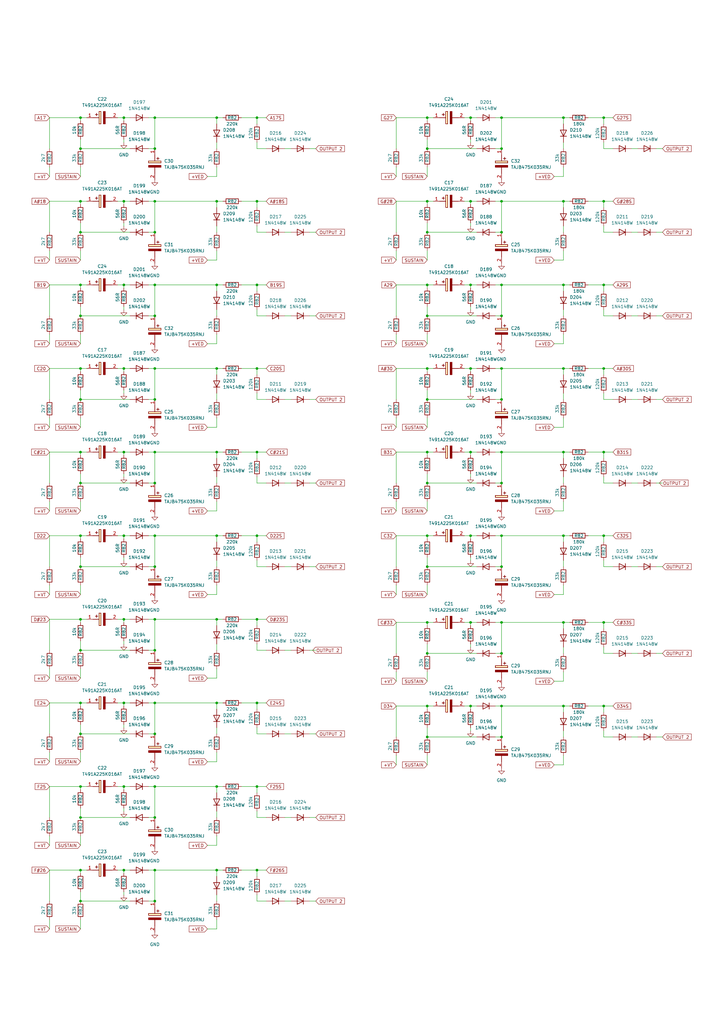
<source format=kicad_sch>
(kicad_sch (version 20230121) (generator eeschema)
  (paper "A3" portrait)
  (junction (at 88.9 48.26))
  (junction (at 33.02 300.99))
  (junction (at 175.26 289.56))
  (junction (at 88.9 356.87))
  (junction (at 33.02 48.26))
  (junction (at 247.65 289.56))
  (junction (at 193.04 289.56))
  (junction (at 105.41 254))
  (junction (at 205.74 302.26))
  (junction (at 105.41 322.58))
  (junction (at 63.5 300.99))
  (junction (at 175.26 151.13))
  (junction (at 50.8 82.55))
  (junction (at 175.26 198.12))
  (junction (at 105.41 82.55))
  (junction (at 175.26 163.83))
  (junction (at 105.41 219.71))
  (junction (at 175.26 48.26))
  (junction (at 88.9 254))
  (junction (at 231.14 185.42))
  (junction (at 33.02 95.25))
  (junction (at 205.74 289.56))
  (junction (at 63.5 151.13))
  (junction (at 63.5 232.41))
  (junction (at 205.74 95.25))
  (junction (at 63.5 254))
  (junction (at 63.5 369.57))
  (junction (at 175.26 255.27))
  (junction (at 105.41 185.42))
  (junction (at 50.8 151.13))
  (junction (at 63.5 82.55))
  (junction (at 247.65 151.13))
  (junction (at 231.14 48.26))
  (junction (at 105.41 356.87))
  (junction (at 247.65 219.71))
  (junction (at 63.5 95.25))
  (junction (at 33.02 254))
  (junction (at 88.9 151.13))
  (junction (at 33.02 219.71))
  (junction (at 175.26 60.96))
  (junction (at 205.74 232.41))
  (junction (at 205.74 151.13))
  (junction (at 33.02 369.57))
  (junction (at 33.02 266.7))
  (junction (at 175.26 219.71))
  (junction (at 193.04 48.26))
  (junction (at 50.8 219.71))
  (junction (at 88.9 322.58))
  (junction (at 205.74 267.97))
  (junction (at 105.41 48.26))
  (junction (at 63.5 198.12))
  (junction (at 50.8 288.29))
  (junction (at 63.5 322.58))
  (junction (at 63.5 163.83))
  (junction (at 175.26 302.26))
  (junction (at 63.5 288.29))
  (junction (at 193.04 219.71))
  (junction (at 193.04 82.55))
  (junction (at 231.14 116.84))
  (junction (at 63.5 356.87))
  (junction (at 33.02 163.83))
  (junction (at 33.02 356.87))
  (junction (at 193.04 185.42))
  (junction (at 63.5 48.26))
  (junction (at 205.74 255.27))
  (junction (at 175.26 82.55))
  (junction (at 175.26 95.25))
  (junction (at 205.74 116.84))
  (junction (at 175.26 116.84))
  (junction (at 50.8 48.26))
  (junction (at 33.02 151.13))
  (junction (at 247.65 185.42))
  (junction (at 205.74 163.83))
  (junction (at 247.65 82.55))
  (junction (at 88.9 288.29))
  (junction (at 50.8 322.58))
  (junction (at 63.5 185.42))
  (junction (at 88.9 219.71))
  (junction (at 33.02 198.12))
  (junction (at 205.74 129.54))
  (junction (at 33.02 82.55))
  (junction (at 205.74 82.55))
  (junction (at 88.9 185.42))
  (junction (at 231.14 255.27))
  (junction (at 247.65 116.84))
  (junction (at 33.02 129.54))
  (junction (at 50.8 116.84))
  (junction (at 193.04 116.84))
  (junction (at 193.04 255.27))
  (junction (at 63.5 129.54))
  (junction (at 231.14 289.56))
  (junction (at 205.74 219.71))
  (junction (at 33.02 232.41))
  (junction (at 63.5 219.71))
  (junction (at 33.02 116.84))
  (junction (at 63.5 266.7))
  (junction (at 175.26 232.41))
  (junction (at 33.02 60.96))
  (junction (at 205.74 60.96))
  (junction (at 105.41 288.29))
  (junction (at 88.9 82.55))
  (junction (at 50.8 254))
  (junction (at 33.02 322.58))
  (junction (at 205.74 48.26))
  (junction (at 50.8 185.42))
  (junction (at 63.5 116.84))
  (junction (at 175.26 129.54))
  (junction (at 247.65 255.27))
  (junction (at 175.26 185.42))
  (junction (at 175.26 267.97))
  (junction (at 193.04 151.13))
  (junction (at 205.74 198.12))
  (junction (at 33.02 335.28))
  (junction (at 88.9 116.84))
  (junction (at 105.41 151.13))
  (junction (at 231.14 82.55))
  (junction (at 33.02 288.29))
  (junction (at 231.14 151.13))
  (junction (at 247.65 48.26))
  (junction (at 231.14 219.71))
  (junction (at 63.5 60.96))
  (junction (at 50.8 356.87))
  (junction (at 33.02 185.42))
  (junction (at 63.5 335.28))
  (junction (at 205.74 185.42))
  (junction (at 105.41 116.84))
  (wire (pts (xy 88.9 151.13) (xy 91.44 151.13)))
  (wire (pts (xy 175.26 57.15) (xy 175.26 60.96)))
  (wire (pts (xy 33.02 240.03) (xy 33.02 243.84)))
  (wire (pts (xy 127 95.25) (xy 129.54 95.25)))
  (wire (pts (xy 231.14 50.8) (xy 231.14 48.26)))
  (wire (pts (xy 247.65 229.87) (xy 247.65 232.41)))
  (wire (pts (xy 105.41 322.58) (xy 105.41 325.12)))
  (wire (pts (xy 50.8 194.31) (xy 50.8 195.58)))
  (wire (pts (xy 190.5 255.27) (xy 193.04 255.27)))
  (wire (pts (xy 33.02 205.74) (xy 33.02 209.55)))
  (wire (pts (xy 88.9 256.54) (xy 88.9 254)))
  (wire (pts (xy 50.8 118.11) (xy 50.8 116.84)))
  (wire (pts (xy 88.9 82.55) (xy 63.5 82.55)))
  (wire (pts (xy 88.9 288.29) (xy 91.44 288.29)))
  (wire (pts (xy 99.06 151.13) (xy 105.41 151.13)))
  (wire (pts (xy 175.26 264.16) (xy 175.26 267.97)))
  (wire (pts (xy 50.8 331.47) (xy 50.8 332.74)))
  (wire (pts (xy 88.9 151.13) (xy 63.5 151.13)))
  (wire (pts (xy 88.9 290.83) (xy 88.9 288.29)))
  (wire (pts (xy 33.02 377.19) (xy 33.02 381)))
  (wire (pts (xy 33.02 335.28) (xy 53.34 335.28)))
  (wire (pts (xy 33.02 289.56) (xy 33.02 288.29)))
  (wire (pts (xy 33.02 125.73) (xy 33.02 129.54)))
  (wire (pts (xy 105.41 116.84) (xy 109.22 116.84)))
  (wire (pts (xy 33.02 49.53) (xy 33.02 48.26)))
  (wire (pts (xy 193.04 298.45) (xy 193.04 299.72)))
  (wire (pts (xy 175.26 267.97) (xy 195.58 267.97)))
  (wire (pts (xy 88.9 254) (xy 91.44 254)))
  (wire (pts (xy 231.14 48.26) (xy 233.68 48.26)))
  (wire (pts (xy 127 232.41) (xy 129.54 232.41)))
  (wire (pts (xy 205.74 82.55) (xy 205.74 95.25)))
  (wire (pts (xy 105.41 332.74) (xy 105.41 335.28)))
  (wire (pts (xy 162.56 82.55) (xy 162.56 95.25)))
  (wire (pts (xy 50.8 116.84) (xy 53.34 116.84)))
  (wire (pts (xy 247.65 82.55) (xy 251.46 82.55)))
  (wire (pts (xy 63.5 198.12) (xy 60.96 198.12)))
  (wire (pts (xy 105.41 300.99) (xy 109.22 300.99)))
  (wire (pts (xy 105.41 163.83) (xy 109.22 163.83)))
  (wire (pts (xy 127 266.7) (xy 129.54 266.7)))
  (wire (pts (xy 227.33 313.69) (xy 231.14 313.69)))
  (wire (pts (xy 48.26 356.87) (xy 50.8 356.87)))
  (wire (pts (xy 20.32 356.87) (xy 20.32 369.57)))
  (wire (pts (xy 247.65 116.84) (xy 247.65 119.38)))
  (wire (pts (xy 231.14 119.38) (xy 231.14 116.84)))
  (wire (pts (xy 175.26 102.87) (xy 175.26 106.68)))
  (wire (pts (xy 63.5 60.96) (xy 60.96 60.96)))
  (wire (pts (xy 193.04 289.56) (xy 195.58 289.56)))
  (wire (pts (xy 162.56 151.13) (xy 175.26 151.13)))
  (wire (pts (xy 48.26 48.26) (xy 50.8 48.26)))
  (wire (pts (xy 88.9 185.42) (xy 91.44 185.42)))
  (wire (pts (xy 88.9 185.42) (xy 63.5 185.42)))
  (wire (pts (xy 33.02 274.32) (xy 33.02 278.13)))
  (wire (pts (xy 162.56 151.13) (xy 162.56 163.83)))
  (wire (pts (xy 231.14 219.71) (xy 233.68 219.71)))
  (wire (pts (xy 20.32 151.13) (xy 33.02 151.13)))
  (wire (pts (xy 205.74 151.13) (xy 203.2 151.13)))
  (wire (pts (xy 63.5 254) (xy 63.5 266.7)))
  (wire (pts (xy 162.56 68.58) (xy 162.56 72.39)))
  (wire (pts (xy 231.14 265.43) (xy 231.14 267.97)))
  (wire (pts (xy 88.9 119.38) (xy 88.9 116.84)))
  (wire (pts (xy 162.56 255.27) (xy 162.56 267.97)))
  (wire (pts (xy 50.8 323.85) (xy 50.8 322.58)))
  (wire (pts (xy 116.84 60.96) (xy 119.38 60.96)))
  (wire (pts (xy 247.65 82.55) (xy 247.65 85.09)))
  (wire (pts (xy 162.56 48.26) (xy 162.56 60.96)))
  (wire (pts (xy 175.26 205.74) (xy 175.26 209.55)))
  (wire (pts (xy 20.32 205.74) (xy 20.32 209.55)))
  (wire (pts (xy 33.02 82.55) (xy 35.56 82.55)))
  (wire (pts (xy 162.56 289.56) (xy 162.56 302.26)))
  (wire (pts (xy 63.5 48.26) (xy 60.96 48.26)))
  (wire (pts (xy 231.14 153.67) (xy 231.14 151.13)))
  (wire (pts (xy 231.14 185.42) (xy 233.68 185.42)))
  (wire (pts (xy 162.56 116.84) (xy 175.26 116.84)))
  (wire (pts (xy 175.26 256.54) (xy 175.26 255.27)))
  (wire (pts (xy 175.26 198.12) (xy 195.58 198.12)))
  (wire (pts (xy 205.74 48.26) (xy 203.2 48.26)))
  (wire (pts (xy 175.26 186.69) (xy 175.26 185.42)))
  (wire (pts (xy 85.09 243.84) (xy 88.9 243.84)))
  (wire (pts (xy 231.14 151.13) (xy 233.68 151.13)))
  (wire (pts (xy 88.9 127) (xy 88.9 129.54)))
  (wire (pts (xy 88.9 356.87) (xy 91.44 356.87)))
  (wire (pts (xy 20.32 48.26) (xy 33.02 48.26)))
  (wire (pts (xy 162.56 309.88) (xy 162.56 313.69)))
  (wire (pts (xy 33.02 185.42) (xy 35.56 185.42)))
  (wire (pts (xy 175.26 91.44) (xy 175.26 95.25)))
  (wire (pts (xy 241.3 151.13) (xy 247.65 151.13)))
  (wire (pts (xy 227.33 140.97) (xy 231.14 140.97)))
  (wire (pts (xy 190.5 219.71) (xy 193.04 219.71)))
  (wire (pts (xy 247.65 195.58) (xy 247.65 198.12)))
  (wire (pts (xy 193.04 255.27) (xy 195.58 255.27)))
  (wire (pts (xy 88.9 48.26) (xy 63.5 48.26)))
  (wire (pts (xy 20.32 240.03) (xy 20.32 243.84)))
  (wire (pts (xy 205.74 302.26) (xy 203.2 302.26)))
  (wire (pts (xy 88.9 106.68) (xy 88.9 102.87)))
  (wire (pts (xy 88.9 195.58) (xy 88.9 198.12)))
  (wire (pts (xy 193.04 82.55) (xy 195.58 82.55)))
  (wire (pts (xy 247.65 232.41) (xy 251.46 232.41)))
  (wire (pts (xy 50.8 322.58) (xy 53.34 322.58)))
  (wire (pts (xy 50.8 228.6) (xy 50.8 229.87)))
  (wire (pts (xy 205.74 289.56) (xy 205.74 302.26)))
  (wire (pts (xy 63.5 288.29) (xy 60.96 288.29)))
  (wire (pts (xy 205.74 116.84) (xy 205.74 129.54)))
  (wire (pts (xy 88.9 346.71) (xy 88.9 342.9)))
  (wire (pts (xy 231.14 313.69) (xy 231.14 309.88)))
  (wire (pts (xy 63.5 116.84) (xy 63.5 129.54)))
  (wire (pts (xy 193.04 125.73) (xy 193.04 127)))
  (wire (pts (xy 50.8 220.98) (xy 50.8 219.71)))
  (wire (pts (xy 205.74 60.96) (xy 203.2 60.96)))
  (wire (pts (xy 63.5 219.71) (xy 63.5 232.41)))
  (wire (pts (xy 162.56 240.03) (xy 162.56 243.84)))
  (wire (pts (xy 116.84 129.54) (xy 119.38 129.54)))
  (wire (pts (xy 247.65 129.54) (xy 251.46 129.54)))
  (wire (pts (xy 50.8 255.27) (xy 50.8 254)))
  (wire (pts (xy 88.9 381) (xy 88.9 377.19)))
  (wire (pts (xy 105.41 82.55) (xy 109.22 82.55)))
  (wire (pts (xy 269.24 95.25) (xy 271.78 95.25)))
  (wire (pts (xy 63.5 219.71) (xy 60.96 219.71)))
  (wire (pts (xy 50.8 48.26) (xy 53.34 48.26)))
  (wire (pts (xy 88.9 48.26) (xy 91.44 48.26)))
  (wire (pts (xy 247.65 267.97) (xy 251.46 267.97)))
  (wire (pts (xy 175.26 194.31) (xy 175.26 198.12)))
  (wire (pts (xy 88.9 209.55) (xy 88.9 205.74)))
  (wire (pts (xy 175.26 220.98) (xy 175.26 219.71)))
  (wire (pts (xy 162.56 275.59) (xy 162.56 279.4)))
  (wire (pts (xy 190.5 48.26) (xy 193.04 48.26)))
  (wire (pts (xy 33.02 95.25) (xy 53.34 95.25)))
  (wire (pts (xy 85.09 346.71) (xy 88.9 346.71)))
  (wire (pts (xy 33.02 60.96) (xy 53.34 60.96)))
  (wire (pts (xy 105.41 151.13) (xy 109.22 151.13)))
  (wire (pts (xy 231.14 72.39) (xy 231.14 68.58)))
  (wire (pts (xy 193.04 116.84) (xy 195.58 116.84)))
  (wire (pts (xy 231.14 116.84) (xy 205.74 116.84)))
  (wire (pts (xy 48.26 254) (xy 50.8 254)))
  (wire (pts (xy 227.33 72.39) (xy 231.14 72.39)))
  (wire (pts (xy 175.26 68.58) (xy 175.26 72.39)))
  (wire (pts (xy 175.26 240.03) (xy 175.26 243.84)))
  (wire (pts (xy 105.41 219.71) (xy 105.41 222.25)))
  (wire (pts (xy 105.41 151.13) (xy 105.41 153.67)))
  (wire (pts (xy 247.65 116.84) (xy 251.46 116.84)))
  (wire (pts (xy 193.04 290.83) (xy 193.04 289.56)))
  (wire (pts (xy 33.02 152.4) (xy 33.02 151.13)))
  (wire (pts (xy 247.65 185.42) (xy 251.46 185.42)))
  (wire (pts (xy 175.26 83.82) (xy 175.26 82.55)))
  (wire (pts (xy 20.32 342.9) (xy 20.32 346.71)))
  (wire (pts (xy 63.5 116.84) (xy 60.96 116.84)))
  (wire (pts (xy 33.02 220.98) (xy 33.02 219.71)))
  (wire (pts (xy 88.9 322.58) (xy 63.5 322.58)))
  (wire (pts (xy 190.5 289.56) (xy 193.04 289.56)))
  (wire (pts (xy 99.06 48.26) (xy 105.41 48.26)))
  (wire (pts (xy 20.32 48.26) (xy 20.32 60.96)))
  (wire (pts (xy 231.14 289.56) (xy 233.68 289.56)))
  (wire (pts (xy 105.41 58.42) (xy 105.41 60.96)))
  (wire (pts (xy 50.8 49.53) (xy 50.8 48.26)))
  (wire (pts (xy 33.02 219.71) (xy 35.56 219.71)))
  (wire (pts (xy 33.02 266.7) (xy 53.34 266.7)))
  (wire (pts (xy 20.32 308.61) (xy 20.32 312.42)))
  (wire (pts (xy 205.74 198.12) (xy 203.2 198.12)))
  (wire (pts (xy 175.26 185.42) (xy 177.8 185.42)))
  (wire (pts (xy 193.04 48.26) (xy 195.58 48.26)))
  (wire (pts (xy 33.02 186.69) (xy 33.02 185.42)))
  (wire (pts (xy 88.9 222.25) (xy 88.9 219.71)))
  (wire (pts (xy 247.65 60.96) (xy 251.46 60.96)))
  (wire (pts (xy 33.02 308.61) (xy 33.02 312.42)))
  (wire (pts (xy 205.74 232.41) (xy 203.2 232.41)))
  (wire (pts (xy 231.14 82.55) (xy 233.68 82.55)))
  (wire (pts (xy 175.26 298.45) (xy 175.26 302.26)))
  (wire (pts (xy 116.84 335.28) (xy 119.38 335.28)))
  (wire (pts (xy 231.14 185.42) (xy 205.74 185.42)))
  (wire (pts (xy 175.26 48.26) (xy 177.8 48.26)))
  (wire (pts (xy 63.5 300.99) (xy 60.96 300.99)))
  (wire (pts (xy 231.14 48.26) (xy 205.74 48.26)))
  (wire (pts (xy 175.26 129.54) (xy 195.58 129.54)))
  (wire (pts (xy 33.02 322.58) (xy 35.56 322.58)))
  (wire (pts (xy 33.02 198.12) (xy 53.34 198.12)))
  (wire (pts (xy 227.33 243.84) (xy 231.14 243.84)))
  (wire (pts (xy 190.5 116.84) (xy 193.04 116.84)))
  (wire (pts (xy 193.04 152.4) (xy 193.04 151.13)))
  (wire (pts (xy 50.8 254) (xy 53.34 254)))
  (wire (pts (xy 63.5 95.25) (xy 60.96 95.25)))
  (wire (pts (xy 50.8 185.42) (xy 53.34 185.42)))
  (wire (pts (xy 99.06 356.87) (xy 105.41 356.87)))
  (wire (pts (xy 205.74 129.54) (xy 203.2 129.54)))
  (wire (pts (xy 88.9 325.12) (xy 88.9 322.58)))
  (wire (pts (xy 33.02 160.02) (xy 33.02 163.83)))
  (wire (pts (xy 247.65 219.71) (xy 247.65 222.25)))
  (wire (pts (xy 193.04 160.02) (xy 193.04 161.29)))
  (wire (pts (xy 33.02 137.16) (xy 33.02 140.97)))
  (wire (pts (xy 247.65 219.71) (xy 251.46 219.71)))
  (wire (pts (xy 162.56 219.71) (xy 162.56 232.41)))
  (wire (pts (xy 162.56 82.55) (xy 175.26 82.55)))
  (wire (pts (xy 193.04 151.13) (xy 195.58 151.13)))
  (wire (pts (xy 33.02 331.47) (xy 33.02 335.28)))
  (wire (pts (xy 33.02 163.83) (xy 53.34 163.83)))
  (wire (pts (xy 247.65 151.13) (xy 247.65 153.67)))
  (wire (pts (xy 50.8 91.44) (xy 50.8 92.71)))
  (wire (pts (xy 33.02 57.15) (xy 33.02 60.96)))
  (wire (pts (xy 88.9 359.41) (xy 88.9 356.87)))
  (wire (pts (xy 231.14 222.25) (xy 231.14 219.71)))
  (wire (pts (xy 33.02 48.26) (xy 35.56 48.26)))
  (wire (pts (xy 175.26 137.16) (xy 175.26 140.97)))
  (wire (pts (xy 193.04 264.16) (xy 193.04 265.43)))
  (wire (pts (xy 231.14 140.97) (xy 231.14 137.16)))
  (wire (pts (xy 231.14 289.56) (xy 205.74 289.56)))
  (wire (pts (xy 127 163.83) (xy 129.54 163.83)))
  (wire (pts (xy 88.9 312.42) (xy 88.9 308.61)))
  (wire (pts (xy 175.26 309.88) (xy 175.26 313.69)))
  (wire (pts (xy 175.26 275.59) (xy 175.26 279.4)))
  (wire (pts (xy 63.5 322.58) (xy 63.5 335.28)))
  (wire (pts (xy 247.65 151.13) (xy 251.46 151.13)))
  (wire (pts (xy 231.14 82.55) (xy 205.74 82.55)))
  (wire (pts (xy 105.41 254) (xy 109.22 254)))
  (wire (pts (xy 105.41 232.41) (xy 109.22 232.41)))
  (wire (pts (xy 33.02 297.18) (xy 33.02 300.99)))
  (wire (pts (xy 105.41 288.29) (xy 109.22 288.29)))
  (wire (pts (xy 33.02 365.76) (xy 33.02 369.57)))
  (wire (pts (xy 259.08 267.97) (xy 261.62 267.97)))
  (wire (pts (xy 20.32 185.42) (xy 33.02 185.42)))
  (wire (pts (xy 162.56 171.45) (xy 162.56 175.26)))
  (wire (pts (xy 116.84 300.99) (xy 119.38 300.99)))
  (wire (pts (xy 99.06 82.55) (xy 105.41 82.55)))
  (wire (pts (xy 193.04 186.69) (xy 193.04 185.42)))
  (wire (pts (xy 63.5 82.55) (xy 63.5 95.25)))
  (wire (pts (xy 231.14 106.68) (xy 231.14 102.87)))
  (wire (pts (xy 33.02 228.6) (xy 33.02 232.41)))
  (wire (pts (xy 20.32 274.32) (xy 20.32 278.13)))
  (wire (pts (xy 175.26 232.41) (xy 195.58 232.41)))
  (wire (pts (xy 105.41 195.58) (xy 105.41 198.12)))
  (wire (pts (xy 247.65 289.56) (xy 247.65 292.1)))
  (wire (pts (xy 175.26 95.25) (xy 195.58 95.25)))
  (wire (pts (xy 269.24 163.83) (xy 271.78 163.83)))
  (wire (pts (xy 162.56 255.27) (xy 175.26 255.27)))
  (wire (pts (xy 231.14 195.58) (xy 231.14 198.12)))
  (wire (pts (xy 99.06 254) (xy 105.41 254)))
  (wire (pts (xy 231.14 299.72) (xy 231.14 302.26)))
  (wire (pts (xy 88.9 332.74) (xy 88.9 335.28)))
  (wire (pts (xy 175.26 151.13) (xy 177.8 151.13)))
  (wire (pts (xy 50.8 151.13) (xy 53.34 151.13)))
  (wire (pts (xy 33.02 262.89) (xy 33.02 266.7)))
  (wire (pts (xy 85.09 72.39) (xy 88.9 72.39)))
  (wire (pts (xy 162.56 185.42) (xy 162.56 198.12)))
  (wire (pts (xy 88.9 356.87) (xy 63.5 356.87)))
  (wire (pts (xy 88.9 92.71) (xy 88.9 95.25)))
  (wire (pts (xy 231.14 187.96) (xy 231.14 185.42)))
  (wire (pts (xy 105.41 60.96) (xy 109.22 60.96)))
  (wire (pts (xy 205.74 163.83) (xy 203.2 163.83)))
  (wire (pts (xy 85.09 312.42) (xy 88.9 312.42)))
  (wire (pts (xy 231.14 175.26) (xy 231.14 171.45)))
  (wire (pts (xy 33.02 91.44) (xy 33.02 95.25)))
  (wire (pts (xy 88.9 72.39) (xy 88.9 68.58)))
  (wire (pts (xy 247.65 58.42) (xy 247.65 60.96)))
  (wire (pts (xy 241.3 219.71) (xy 247.65 219.71)))
  (wire (pts (xy 175.26 163.83) (xy 195.58 163.83)))
  (wire (pts (xy 269.24 302.26) (xy 271.78 302.26)))
  (wire (pts (xy 50.8 297.18) (xy 50.8 298.45)))
  (wire (pts (xy 205.74 219.71) (xy 203.2 219.71)))
  (wire (pts (xy 50.8 83.82) (xy 50.8 82.55)))
  (wire (pts (xy 205.74 82.55) (xy 203.2 82.55)))
  (wire (pts (xy 162.56 48.26) (xy 175.26 48.26)))
  (wire (pts (xy 88.9 85.09) (xy 88.9 82.55)))
  (wire (pts (xy 205.74 267.97) (xy 203.2 267.97)))
  (wire (pts (xy 88.9 153.67) (xy 88.9 151.13)))
  (wire (pts (xy 33.02 83.82) (xy 33.02 82.55)))
  (wire (pts (xy 231.14 292.1) (xy 231.14 289.56)))
  (wire (pts (xy 48.26 185.42) (xy 50.8 185.42)))
  (wire (pts (xy 20.32 82.55) (xy 33.02 82.55)))
  (wire (pts (xy 63.5 369.57) (xy 60.96 369.57)))
  (wire (pts (xy 105.41 356.87) (xy 105.41 359.41)))
  (wire (pts (xy 127 129.54) (xy 129.54 129.54)))
  (wire (pts (xy 88.9 116.84) (xy 63.5 116.84)))
  (wire (pts (xy 162.56 102.87) (xy 162.56 106.68)))
  (wire (pts (xy 88.9 243.84) (xy 88.9 240.03)))
  (wire (pts (xy 247.65 48.26) (xy 251.46 48.26)))
  (wire (pts (xy 99.06 185.42) (xy 105.41 185.42)))
  (wire (pts (xy 20.32 82.55) (xy 20.32 95.25)))
  (wire (pts (xy 50.8 57.15) (xy 50.8 58.42)))
  (wire (pts (xy 63.5 335.28) (xy 60.96 335.28)))
  (wire (pts (xy 247.65 289.56) (xy 251.46 289.56)))
  (wire (pts (xy 20.32 185.42) (xy 20.32 198.12)))
  (wire (pts (xy 48.26 116.84) (xy 50.8 116.84)))
  (wire (pts (xy 33.02 254) (xy 35.56 254)))
  (wire (pts (xy 269.24 198.12) (xy 271.78 198.12)))
  (wire (pts (xy 193.04 228.6) (xy 193.04 229.87)))
  (wire (pts (xy 20.32 68.58) (xy 20.32 72.39)))
  (wire (pts (xy 88.9 367.03) (xy 88.9 369.57)))
  (wire (pts (xy 247.65 198.12) (xy 251.46 198.12)))
  (wire (pts (xy 231.14 151.13) (xy 205.74 151.13)))
  (wire (pts (xy 175.26 302.26) (xy 195.58 302.26)))
  (wire (pts (xy 247.65 95.25) (xy 251.46 95.25)))
  (wire (pts (xy 88.9 175.26) (xy 88.9 171.45)))
  (wire (pts (xy 50.8 358.14) (xy 50.8 356.87)))
  (wire (pts (xy 33.02 116.84) (xy 35.56 116.84)))
  (wire (pts (xy 20.32 171.45) (xy 20.32 175.26)))
  (wire (pts (xy 247.65 163.83) (xy 251.46 163.83)))
  (wire (pts (xy 105.41 48.26) (xy 109.22 48.26)))
  (wire (pts (xy 241.3 255.27) (xy 247.65 255.27)))
  (wire (pts (xy 33.02 151.13) (xy 35.56 151.13)))
  (wire (pts (xy 99.06 219.71) (xy 105.41 219.71)))
  (wire (pts (xy 63.5 151.13) (xy 60.96 151.13)))
  (wire (pts (xy 162.56 185.42) (xy 175.26 185.42)))
  (wire (pts (xy 33.02 255.27) (xy 33.02 254)))
  (wire (pts (xy 20.32 288.29) (xy 20.32 300.99)))
  (wire (pts (xy 231.14 127) (xy 231.14 129.54)))
  (wire (pts (xy 85.09 106.68) (xy 88.9 106.68)))
  (wire (pts (xy 20.32 377.19) (xy 20.32 381)))
  (wire (pts (xy 63.5 356.87) (xy 60.96 356.87)))
  (wire (pts (xy 269.24 60.96) (xy 271.78 60.96)))
  (wire (pts (xy 50.8 262.89) (xy 50.8 264.16)))
  (wire (pts (xy 20.32 116.84) (xy 33.02 116.84)))
  (wire (pts (xy 205.74 95.25) (xy 203.2 95.25)))
  (wire (pts (xy 259.08 95.25) (xy 261.62 95.25)))
  (wire (pts (xy 50.8 186.69) (xy 50.8 185.42)))
  (wire (pts (xy 227.33 175.26) (xy 231.14 175.26)))
  (wire (pts (xy 88.9 322.58) (xy 91.44 322.58)))
  (wire (pts (xy 105.41 127) (xy 105.41 129.54)))
  (wire (pts (xy 247.65 185.42) (xy 247.65 187.96)))
  (wire (pts (xy 85.09 381) (xy 88.9 381)))
  (wire (pts (xy 105.41 322.58) (xy 109.22 322.58)))
  (wire (pts (xy 241.3 48.26) (xy 247.65 48.26)))
  (wire (pts (xy 175.26 118.11) (xy 175.26 116.84)))
  (wire (pts (xy 105.41 367.03) (xy 105.41 369.57)))
  (wire (pts (xy 193.04 220.98) (xy 193.04 219.71)))
  (wire (pts (xy 190.5 82.55) (xy 193.04 82.55)))
  (wire (pts (xy 175.26 171.45) (xy 175.26 175.26)))
  (wire (pts (xy 259.08 129.54) (xy 261.62 129.54)))
  (wire (pts (xy 162.56 289.56) (xy 175.26 289.56)))
  (wire (pts (xy 190.5 151.13) (xy 193.04 151.13)))
  (wire (pts (xy 63.5 254) (xy 60.96 254)))
  (wire (pts (xy 48.26 82.55) (xy 50.8 82.55)))
  (wire (pts (xy 88.9 229.87) (xy 88.9 232.41)))
  (wire (pts (xy 241.3 185.42) (xy 247.65 185.42)))
  (wire (pts (xy 33.02 369.57) (xy 53.34 369.57)))
  (wire (pts (xy 88.9 187.96) (xy 88.9 185.42)))
  (wire (pts (xy 20.32 356.87) (xy 33.02 356.87)))
  (wire (pts (xy 193.04 49.53) (xy 193.04 48.26)))
  (wire (pts (xy 193.04 194.31) (xy 193.04 195.58)))
  (wire (pts (xy 88.9 140.97) (xy 88.9 137.16)))
  (wire (pts (xy 63.5 82.55) (xy 60.96 82.55)))
  (wire (pts (xy 127 335.28) (xy 129.54 335.28)))
  (wire (pts (xy 259.08 60.96) (xy 261.62 60.96)))
  (wire (pts (xy 205.74 48.26) (xy 205.74 60.96)))
  (wire (pts (xy 127 300.99) (xy 129.54 300.99)))
  (wire (pts (xy 105.41 161.29) (xy 105.41 163.83)))
  (wire (pts (xy 63.5 129.54) (xy 60.96 129.54)))
  (wire (pts (xy 50.8 219.71) (xy 53.34 219.71)))
  (wire (pts (xy 227.33 209.55) (xy 231.14 209.55)))
  (wire (pts (xy 162.56 116.84) (xy 162.56 129.54)))
  (wire (pts (xy 20.32 151.13) (xy 20.32 163.83)))
  (wire (pts (xy 205.74 255.27) (xy 203.2 255.27)))
  (wire (pts (xy 88.9 298.45) (xy 88.9 300.99)))
  (wire (pts (xy 162.56 219.71) (xy 175.26 219.71)))
  (wire (pts (xy 227.33 279.4) (xy 231.14 279.4)))
  (wire (pts (xy 105.41 254) (xy 105.41 256.54)))
  (wire (pts (xy 269.24 232.41) (xy 271.78 232.41)))
  (wire (pts (xy 241.3 116.84) (xy 247.65 116.84)))
  (wire (pts (xy 63.5 356.87) (xy 63.5 369.57)))
  (wire (pts (xy 205.74 289.56) (xy 203.2 289.56)))
  (wire (pts (xy 105.41 185.42) (xy 105.41 187.96)))
  (wire (pts (xy 231.14 85.09) (xy 231.14 82.55)))
  (wire (pts (xy 50.8 82.55) (xy 53.34 82.55)))
  (wire (pts (xy 116.84 232.41) (xy 119.38 232.41)))
  (wire (pts (xy 247.65 255.27) (xy 251.46 255.27)))
  (wire (pts (xy 33.02 358.14) (xy 33.02 356.87)))
  (wire (pts (xy 241.3 289.56) (xy 247.65 289.56)))
  (wire (pts (xy 175.26 116.84) (xy 177.8 116.84)))
  (wire (pts (xy 33.02 323.85) (xy 33.02 322.58)))
  (wire (pts (xy 259.08 198.12) (xy 261.62 198.12)))
  (wire (pts (xy 20.32 219.71) (xy 33.02 219.71)))
  (wire (pts (xy 259.08 163.83) (xy 261.62 163.83)))
  (wire (pts (xy 88.9 50.8) (xy 88.9 48.26)))
  (wire (pts (xy 33.02 118.11) (xy 33.02 116.84)))
  (wire (pts (xy 231.14 219.71) (xy 205.74 219.71)))
  (wire (pts (xy 88.9 219.71) (xy 91.44 219.71)))
  (wire (pts (xy 63.5 322.58) (xy 60.96 322.58)))
  (wire (pts (xy 231.14 58.42) (xy 231.14 60.96)))
  (wire (pts (xy 88.9 288.29) (xy 63.5 288.29)))
  (wire (pts (xy 33.02 300.99) (xy 53.34 300.99)))
  (wire (pts (xy 50.8 365.76) (xy 50.8 367.03)))
  (wire (pts (xy 105.41 198.12) (xy 109.22 198.12)))
  (wire (pts (xy 63.5 185.42) (xy 60.96 185.42)))
  (wire (pts (xy 259.08 302.26) (xy 261.62 302.26)))
  (wire (pts (xy 88.9 264.16) (xy 88.9 266.7)))
  (wire (pts (xy 175.26 60.96) (xy 195.58 60.96)))
  (wire (pts (xy 20.32 254) (xy 20.32 266.7)))
  (wire (pts (xy 247.65 48.26) (xy 247.65 50.8)))
  (wire (pts (xy 33.02 171.45) (xy 33.02 175.26)))
  (wire (pts (xy 20.32 219.71) (xy 20.32 232.41)))
  (wire (pts (xy 241.3 82.55) (xy 247.65 82.55)))
  (wire (pts (xy 85.09 140.97) (xy 88.9 140.97)))
  (wire (pts (xy 20.32 288.29) (xy 33.02 288.29)))
  (wire (pts (xy 247.65 127) (xy 247.65 129.54)))
  (wire (pts (xy 99.06 116.84) (xy 105.41 116.84)))
  (wire (pts (xy 193.04 57.15) (xy 193.04 58.42)))
  (wire (pts (xy 105.41 82.55) (xy 105.41 85.09)))
  (wire (pts (xy 247.65 299.72) (xy 247.65 302.26)))
  (wire (pts (xy 175.26 125.73) (xy 175.26 129.54)))
  (wire (pts (xy 175.26 49.53) (xy 175.26 48.26)))
  (wire (pts (xy 175.26 290.83) (xy 175.26 289.56)))
  (wire (pts (xy 48.26 151.13) (xy 50.8 151.13)))
  (wire (pts (xy 247.65 92.71) (xy 247.65 95.25)))
  (wire (pts (xy 175.26 82.55) (xy 177.8 82.55)))
  (wire (pts (xy 231.14 209.55) (xy 231.14 205.74)))
  (wire (pts (xy 33.02 102.87) (xy 33.02 106.68)))
  (wire (pts (xy 33.02 356.87) (xy 35.56 356.87)))
  (wire (pts (xy 205.74 185.42) (xy 205.74 198.12)))
  (wire (pts (xy 175.26 219.71) (xy 177.8 219.71)))
  (wire (pts (xy 50.8 289.56) (xy 50.8 288.29)))
  (wire (pts (xy 105.41 288.29) (xy 105.41 290.83)))
  (wire (pts (xy 175.26 228.6) (xy 175.26 232.41)))
  (wire (pts (xy 105.41 129.54) (xy 109.22 129.54)))
  (wire (pts (xy 88.9 116.84) (xy 91.44 116.84)))
  (wire (pts (xy 193.04 118.11) (xy 193.04 116.84)))
  (wire (pts (xy 105.41 266.7) (xy 109.22 266.7)))
  (wire (pts (xy 231.14 116.84) (xy 233.68 116.84)))
  (wire (pts (xy 193.04 185.42) (xy 195.58 185.42)))
  (wire (pts (xy 99.06 288.29) (xy 105.41 288.29)))
  (wire (pts (xy 269.24 129.54) (xy 271.78 129.54)))
  (wire (pts (xy 247.65 255.27) (xy 247.65 257.81)))
  (wire (pts (xy 20.32 137.16) (xy 20.32 140.97)))
  (wire (pts (xy 127 198.12) (xy 129.54 198.12)))
  (wire (pts (xy 193.04 83.82) (xy 193.04 82.55)))
  (wire (pts (xy 105.41 116.84) (xy 105.41 119.38)))
  (wire (pts (xy 116.84 266.7) (xy 119.38 266.7)))
  (wire (pts (xy 88.9 161.29) (xy 88.9 163.83)))
  (wire (pts (xy 33.02 68.58) (xy 33.02 72.39)))
  (wire (pts (xy 105.41 229.87) (xy 105.41 232.41)))
  (wire (pts (xy 127 60.96) (xy 129.54 60.96)))
  (wire (pts (xy 105.41 369.57) (xy 109.22 369.57)))
  (wire (pts (xy 247.65 302.26) (xy 251.46 302.26)))
  (wire (pts (xy 193.04 256.54) (xy 193.04 255.27)))
  (wire (pts (xy 175.26 255.27) (xy 177.8 255.27)))
  (wire (pts (xy 205.74 116.84) (xy 203.2 116.84)))
  (wire (pts (xy 63.5 232.41) (xy 60.96 232.41)))
  (wire (pts (xy 247.65 265.43) (xy 247.65 267.97)))
  (wire (pts (xy 85.09 278.13) (xy 88.9 278.13)))
  (wire (pts (xy 20.32 322.58) (xy 33.02 322.58)))
  (wire (pts (xy 231.14 255.27) (xy 205.74 255.27)))
  (wire (pts (xy 88.9 278.13) (xy 88.9 274.32)))
  (wire (pts (xy 33.02 342.9) (xy 33.02 346.71)))
  (wire (pts (xy 105.41 219.71) (xy 109.22 219.71)))
  (wire (pts (xy 105.41 95.25) (xy 109.22 95.25)))
  (wire (pts (xy 33.02 232.41) (xy 53.34 232.41)))
  (wire (pts (xy 175.26 289.56) (xy 177.8 289.56)))
  (wire (pts (xy 88.9 58.42) (xy 88.9 60.96)))
  (wire (pts (xy 50.8 125.73) (xy 50.8 127)))
  (wire (pts (xy 105.41 264.16) (xy 105.41 266.7)))
  (wire (pts (xy 88.9 219.71) (xy 63.5 219.71)))
  (wire (pts (xy 162.56 205.74) (xy 162.56 209.55)))
  (wire (pts (xy 231.14 92.71) (xy 231.14 95.25)))
  (wire (pts (xy 231.14 229.87) (xy 231.14 232.41)))
  (wire (pts (xy 231.14 279.4) (xy 231.14 275.59)))
  (wire (pts (xy 50.8 152.4) (xy 50.8 151.13)))
  (wire (pts (xy 231.14 243.84) (xy 231.14 240.03)))
  (wire (pts (xy 269.24 267.97) (xy 271.78 267.97)))
  (wire (pts (xy 231.14 255.27) (xy 233.68 255.27)))
  (wire (pts (xy 88.9 254) (xy 63.5 254)))
  (wire (pts (xy 247.65 161.29) (xy 247.65 163.83)))
  (wire (pts (xy 50.8 288.29) (xy 53.34 288.29)))
  (wire (pts (xy 50.8 160.02) (xy 50.8 161.29)))
  (wire (pts (xy 63.5 185.42) (xy 63.5 198.12)))
  (wire (pts (xy 63.5 266.7) (xy 60.96 266.7)))
  (wire (pts (xy 193.04 219.71) (xy 195.58 219.71)))
  (wire (pts (xy 175.26 152.4) (xy 175.26 151.13)))
  (wire (pts (xy 175.26 160.02) (xy 175.26 163.83)))
  (wire (pts (xy 231.14 161.29) (xy 231.14 163.83)))
  (wire (pts (xy 20.32 322.58) (xy 20.32 335.28)))
  (wire (pts (xy 105.41 185.42) (xy 109.22 185.42)))
  (wire (pts (xy 48.26 219.71) (xy 50.8 219.71)))
  (wire (pts (xy 116.84 198.12) (xy 119.38 198.12)))
  (wire (pts (xy 63.5 48.26) (xy 63.5 60.96)))
  (wire (pts (xy 105.41 298.45) (xy 105.41 300.99)))
  (wire (pts (xy 116.84 369.57) (xy 119.38 369.57)))
  (wire (pts (xy 88.9 82.55) (xy 91.44 82.55)))
  (wire (pts (xy 63.5 288.29) (xy 63.5 300.99)))
  (wire (pts (xy 205.74 255.27) (xy 205.74 267.97)))
  (wire (pts (xy 105.41 356.87) (xy 109.22 356.87)))
  (wire (pts (xy 162.56 137.16) (xy 162.56 140.97)))
  (wire (pts (xy 105.41 48.26) (xy 105.41 50.8)))
  (wire (pts (xy 259.08 232.41) (xy 261.62 232.41)))
  (wire (pts (xy 20.32 116.84) (xy 20.32 129.54)))
  (wire (pts (xy 105.41 92.71) (xy 105.41 95.25)))
  (wire (pts (xy 85.09 209.55) (xy 88.9 209.55)))
  (wire (pts (xy 20.32 102.87) (xy 20.32 106.68)))
  (wire (pts (xy 99.06 322.58) (xy 105.41 322.58)))
  (wire (pts (xy 205.74 185.42) (xy 203.2 185.42)))
  (wire (pts (xy 105.41 335.28) (xy 109.22 335.28)))
  (wire (pts (xy 33.02 194.31) (xy 33.02 198.12)))
  (wire (pts (xy 116.84 95.25) (xy 119.38 95.25)))
  (wire (pts (xy 50.8 356.87) (xy 53.34 356.87)))
  (wire (pts (xy 63.5 163.83) (xy 60.96 163.83)))
  (wire (pts (xy 63.5 151.13) (xy 63.5 163.83)))
  (wire (pts (xy 48.26 322.58) (xy 50.8 322.58)))
  (wire (pts (xy 33.02 129.54) (xy 53.34 129.54)))
  (wire (pts (xy 205.74 219.71) (xy 205.74 232.41)))
  (wire (pts (xy 127 369.57) (xy 129.54 369.57)))
  (wire (pts (xy 48.26 288.29) (xy 50.8 288.29)))
  (wire (pts (xy 20.32 254) (xy 33.02 254)))
  (wire (pts (xy 227.33 106.68) (xy 231.14 106.68)))
  (wire (pts (xy 33.02 288.29) (xy 35.56 288.29)))
  (wire (pts (xy 85.09 175.26) (xy 88.9 175.26)))
  (wire (pts (xy 205.74 151.13) (xy 205.74 163.83)))
  (wire (pts (xy 190.5 185.42) (xy 193.04 185.42)))
  (wire (pts (xy 231.14 257.81) (xy 231.14 255.27)))
  (wire (pts (xy 193.04 91.44) (xy 193.04 92.71)))
  (wire (pts (xy 116.84 163.83) (xy 119.38 163.83)))
  (global_label "SUSTAIN" (shape input) (at 33.02 381 180) (property "Intersheetrefs" "${INTERSHEET_REFS}" (effects hide)))
  (global_label "+VT" (shape input) (at 162.56 175.26 180) (property "Intersheetrefs" "${INTERSHEET_REFS}" (effects hide)))
  (global_label "OUTPUT 2" (shape input) (at 128.27 266.7 0) (property "Intersheetrefs" "${INTERSHEET_REFS}" (effects hide)))
  (global_label "+VED" (shape input) (at 85.09 278.13 180) (property "Intersheetrefs" "${INTERSHEET_REFS}" (effects hide)))
  (global_label "SUSTAIN" (shape input) (at 33.02 209.55 180) (property "Intersheetrefs" "${INTERSHEET_REFS}" (effects hide)))
  (global_label "SUSTAIN" (shape input) (at 33.02 72.39 180) (property "Intersheetrefs" "${INTERSHEET_REFS}" (effects hide)))
  (global_label "SUSTAIN" (shape input) (at 33.02 140.97 180) (property "Intersheetrefs" "${INTERSHEET_REFS}" (effects hide)))
  (global_label "+VED" (shape input) (at 227.33 175.26 180) (property "Intersheetrefs" "${INTERSHEET_REFS}" (effects hide)))
  (global_label "+VED" (shape input) (at 227.33 279.4 180) (property "Intersheetrefs" "${INTERSHEET_REFS}" (effects hide)))
  (global_label "C20S" (shape input) (at 109.22 151.13 0) (property "Intersheetrefs" "${INTERSHEET_REFS}" (effects hide)))
  (global_label "OUTPUT 2" (shape input) (at 271.78 163.83 0) (property "Intersheetrefs" "${INTERSHEET_REFS}" (effects hide)))
  (global_label "+VED" (shape input) (at 85.09 346.71 180) (property "Intersheetrefs" "${INTERSHEET_REFS}" (effects hide)))
  (global_label "SUSTAIN" (shape input) (at 33.02 243.84 180) (property "Intersheetrefs" "${INTERSHEET_REFS}" (effects hide)))
  (global_label "F#26" (shape input) (at 20.32 356.87 180) (property "Intersheetrefs" "${INTERSHEET_REFS}" (effects hide)))
  (global_label "D34S" (shape input) (at 251.46 289.56 0) (property "Intersheetrefs" "${INTERSHEET_REFS}" (effects hide)))
  (global_label "G#28S" (shape input) (at 251.46 82.55 0) (property "Intersheetrefs" "${INTERSHEET_REFS}" (effects hide)))
  (global_label "SUSTAIN" (shape input) (at 33.02 312.42 180) (property "Intersheetrefs" "${INTERSHEET_REFS}" (effects hide)))
  (global_label "E24S" (shape input) (at 109.22 288.29 0) (property "Intersheetrefs" "${INTERSHEET_REFS}" (effects hide)))
  (global_label "SUSTAIN" (shape input) (at 175.26 313.69 180) (property "Intersheetrefs" "${INTERSHEET_REFS}" (effects hide)))
  (global_label "B19S" (shape input) (at 109.22 116.84 0) (property "Intersheetrefs" "${INTERSHEET_REFS}" (effects hide)))
  (global_label "C#21" (shape input) (at 20.32 185.42 180) (property "Intersheetrefs" "${INTERSHEET_REFS}" (effects hide)))
  (global_label "SUSTAIN" (shape input) (at 33.02 106.68 180) (property "Intersheetrefs" "${INTERSHEET_REFS}" (effects hide)))
  (global_label "D#23S" (shape input) (at 109.22 254 0) (property "Intersheetrefs" "${INTERSHEET_REFS}" (effects hide)))
  (global_label "A29S" (shape input) (at 251.46 116.84 0) (property "Intersheetrefs" "${INTERSHEET_REFS}" (effects hide)))
  (global_label "SUSTAIN" (shape input) (at 175.26 140.97 180) (property "Intersheetrefs" "${INTERSHEET_REFS}" (effects hide)))
  (global_label "OUTPUT 2" (shape input) (at 271.78 267.97 0) (property "Intersheetrefs" "${INTERSHEET_REFS}" (effects hide)))
  (global_label "A#30" (shape input) (at 162.56 151.13 180) (property "Intersheetrefs" "${INTERSHEET_REFS}" (effects hide)))
  (global_label "A17" (shape input) (at 20.32 48.26 180) (property "Intersheetrefs" "${INTERSHEET_REFS}" (effects hide)))
  (global_label "+VT" (shape input) (at 20.32 106.68 180) (property "Intersheetrefs" "${INTERSHEET_REFS}" (effects hide)))
  (global_label "+VT" (shape input) (at 162.56 140.97 180) (property "Intersheetrefs" "${INTERSHEET_REFS}" (effects hide)))
  (global_label "OUTPUT 2" (shape input) (at 271.78 129.54 0) (property "Intersheetrefs" "${INTERSHEET_REFS}" (effects hide)))
  (global_label "A#30S" (shape input) (at 251.46 151.13 0) (property "Intersheetrefs" "${INTERSHEET_REFS}" (effects hide)))
  (global_label "F25S" (shape input) (at 109.22 322.58 0) (property "Intersheetrefs" "${INTERSHEET_REFS}" (effects hide)))
  (global_label "+VT" (shape input) (at 20.32 72.39 180) (property "Intersheetrefs" "${INTERSHEET_REFS}" (effects hide)))
  (global_label "+VED" (shape input) (at 85.09 381 180) (property "Intersheetrefs" "${INTERSHEET_REFS}" (effects hide)))
  (global_label "OUTPUT 2" (shape input) (at 129.54 129.54 0) (property "Intersheetrefs" "${INTERSHEET_REFS}" (effects hide)))
  (global_label "C20" (shape input) (at 20.32 151.13 180) (property "Intersheetrefs" "${INTERSHEET_REFS}" (effects hide)))
  (global_label "+VED" (shape input) (at 227.33 140.97 180) (property "Intersheetrefs" "${INTERSHEET_REFS}" (effects hide)))
  (global_label "+VED" (shape input) (at 227.33 209.55 180) (property "Intersheetrefs" "${INTERSHEET_REFS}" (effects hide)))
  (global_label "SUSTAIN" (shape input) (at 33.02 175.26 180) (property "Intersheetrefs" "${INTERSHEET_REFS}" (effects hide)))
  (global_label "SUSTAIN" (shape input) (at 33.02 278.13 180) (property "Intersheetrefs" "${INTERSHEET_REFS}" (effects hide)))
  (global_label "E24" (shape input) (at 20.32 288.29 180) (property "Intersheetrefs" "${INTERSHEET_REFS}" (effects hide)))
  (global_label "OUTPUT 2" (shape input) (at 270.51 198.12 0) (property "Intersheetrefs" "${INTERSHEET_REFS}" (effects hide)))
  (global_label "B31S" (shape input) (at 251.46 185.42 0) (property "Intersheetrefs" "${INTERSHEET_REFS}" (effects hide)))
  (global_label "+VT" (shape input) (at 162.56 243.84 180) (property "Intersheetrefs" "${INTERSHEET_REFS}" (effects hide)))
  (global_label "+VED" (shape input) (at 85.09 312.42 180) (property "Intersheetrefs" "${INTERSHEET_REFS}" (effects hide)))
  (global_label "OUTPUT 2" (shape input) (at 129.54 369.57 0) (property "Intersheetrefs" "${INTERSHEET_REFS}" (effects hide)))
  (global_label "SUSTAIN" (shape input) (at 175.26 209.55 180) (property "Intersheetrefs" "${INTERSHEET_REFS}" (effects hide)))
  (global_label "F#26S" (shape input) (at 109.22 356.87 0) (property "Intersheetrefs" "${INTERSHEET_REFS}" (effects hide)))
  (global_label "A#18" (shape input) (at 20.32 82.55 180) (property "Intersheetrefs" "${INTERSHEET_REFS}" (effects hide)))
  (global_label "G#28" (shape input) (at 162.56 82.55 180) (property "Intersheetrefs" "${INTERSHEET_REFS}" (effects hide)))
  (global_label "+VT" (shape input) (at 20.32 209.55 180) (property "Intersheetrefs" "${INTERSHEET_REFS}" (effects hide)))
  (global_label "SUSTAIN" (shape input) (at 175.26 72.39 180) (property "Intersheetrefs" "${INTERSHEET_REFS}" (effects hide)))
  (global_label "+VED" (shape input) (at 85.09 106.68 180) (property "Intersheetrefs" "${INTERSHEET_REFS}" (effects hide)))
  (global_label "OUTPUT 2" (shape input) (at 129.54 198.12 0) (property "Intersheetrefs" "${INTERSHEET_REFS}" (effects hide)))
  (global_label "SUSTAIN" (shape input) (at 175.26 279.4 180) (property "Intersheetrefs" "${INTERSHEET_REFS}" (effects hide)))
  (global_label "OUTPUT 2" (shape input) (at 129.54 60.96 0) (property "Intersheetrefs" "${INTERSHEET_REFS}" (effects hide)))
  (global_label "G27" (shape input) (at 162.56 48.26 180) (property "Intersheetrefs" "${INTERSHEET_REFS}" (effects hide)))
  (global_label "+VT" (shape input) (at 162.56 209.55 180) (property "Intersheetrefs" "${INTERSHEET_REFS}" (effects hide)))
  (global_label "OUTPUT 2" (shape input) (at 129.54 95.25 0) (property "Intersheetrefs" "${INTERSHEET_REFS}" (effects hide)))
  (global_label "+VT" (shape input) (at 162.56 72.39 180) (property "Intersheetrefs" "${INTERSHEET_REFS}" (effects hide)))
  (global_label "OUTPUT 2" (shape input) (at 129.54 300.99 0) (property "Intersheetrefs" "${INTERSHEET_REFS}" (effects hide)))
  (global_label "+VT" (shape input) (at 162.56 279.4 180) (property "Intersheetrefs" "${INTERSHEET_REFS}" (effects hide)))
  (global_label "C#33S" (shape input) (at 251.46 255.27 0) (property "Intersheetrefs" "${INTERSHEET_REFS}" (effects hide)))
  (global_label "OUTPUT 2" (shape input) (at 271.78 60.96 0) (property "Intersheetrefs" "${INTERSHEET_REFS}" (effects hide)))
  (global_label "+VT" (shape input) (at 20.32 140.97 180) (property "Intersheetrefs" "${INTERSHEET_REFS}" (effects hide)))
  (global_label "+VT" (shape input) (at 20.32 278.13 180) (property "Intersheetrefs" "${INTERSHEET_REFS}" (effects hide)))
  (global_label "+VT" (shape input) (at 20.32 346.71 180) (property "Intersheetrefs" "${INTERSHEET_REFS}" (effects hide)))
  (global_label "OUTPUT 2" (shape input) (at 271.78 302.26 0) (property "Intersheetrefs" "${INTERSHEET_REFS}" (effects hide)))
  (global_label "+VT" (shape input) (at 20.32 312.42 180) (property "Intersheetrefs" "${INTERSHEET_REFS}" (effects hide)))
  (global_label "+VED" (shape input) (at 227.33 313.69 180) (property "Intersheetrefs" "${INTERSHEET_REFS}" (effects hide)))
  (global_label "+VT" (shape input) (at 162.56 106.68 180) (property "Intersheetrefs" "${INTERSHEET_REFS}" (effects hide)))
  (global_label "OUTPUT 2" (shape input) (at 271.78 232.41 0) (property "Intersheetrefs" "${INTERSHEET_REFS}" (effects hide)))
  (global_label "+VED" (shape input) (at 85.09 72.39 180) (property "Intersheetrefs" "${INTERSHEET_REFS}" (effects hide)))
  (global_label "OUTPUT 2" (shape input) (at 129.54 232.41 0) (property "Intersheetrefs" "${INTERSHEET_REFS}" (effects hide)))
  (global_label "+VT" (shape input) (at 162.56 313.69 180) (property "Intersheetrefs" "${INTERSHEET_REFS}" (effects hide)))
  (global_label "OUTPUT 2" (shape input) (at 271.78 95.25 0) (property "Intersheetrefs" "${INTERSHEET_REFS}" (effects hide)))
  (global_label "D#23" (shape input) (at 20.32 254 180) (property "Intersheetrefs" "${INTERSHEET_REFS}" (effects hide)))
  (global_label "+VED" (shape input) (at 227.33 72.39 180) (property "Intersheetrefs" "${INTERSHEET_REFS}" (effects hide)))
  (global_label "+VED" (shape input) (at 85.09 140.97 180) (property "Intersheetrefs" "${INTERSHEET_REFS}" (effects hide)))
  (global_label "OUTPUT 2" (shape input) (at 129.54 163.83 0) (property "Intersheetrefs" "${INTERSHEET_REFS}" (effects hide)))
  (global_label "SUSTAIN" (shape input) (at 175.26 106.68 180) (property "Intersheetrefs" "${INTERSHEET_REFS}" (effects hide)))
  (global_label "+VED" (shape input) (at 85.09 209.55 180) (property "Intersheetrefs" "${INTERSHEET_REFS}" (effects hide)))
  (global_label "+VT" (shape input) (at 20.32 175.26 180) (property "Intersheetrefs" "${INTERSHEET_REFS}" (effects hide)))
  (global_label "C32" (shape input) (at 162.56 219.71 180) (property "Intersheetrefs" "${INTERSHEET_REFS}" (effects hide)))
  (global_label "G27S" (shape input) (at 251.46 48.26 0) (property "Intersheetrefs" "${INTERSHEET_REFS}" (effects hide)))
  (global_label "D22" (shape input) (at 20.32 219.71 180) (property "Intersheetrefs" "${INTERSHEET_REFS}" (effects hide)))
  (global_label "+VED" (shape input) (at 85.09 243.84 180) (property "Intersheetrefs" "${INTERSHEET_REFS}" (effects hide)))
  (global_label "A29" (shape input) (at 162.56 116.84 180) (property "Intersheetrefs" "${INTERSHEET_REFS}" (effects hide)))
  (global_label "D34" (shape input) (at 162.56 289.56 180) (property "Intersheetrefs" "${INTERSHEET_REFS}" (effects hide)))
  (global_label "SUSTAIN" (shape input) (at 175.26 175.26 180) (property "Intersheetrefs" "${INTERSHEET_REFS}" (effects hide)))
  (global_label "D22S" (shape input) (at 109.22 219.71 0) (property "Intersheetrefs" "${INTERSHEET_REFS}" (effects hide)))
  (global_label "+VED" (shape input) (at 227.33 106.68 180) (property "Intersheetrefs" "${INTERSHEET_REFS}" (effects hide)))
  (global_label "+VT" (shape input) (at 20.32 243.84 180) (property "Intersheetrefs" "${INTERSHEET_REFS}" (effects hide)))
  (global_label "SUSTAIN" (shape input) (at 175.26 243.84 180) (property "Intersheetrefs" "${INTERSHEET_REFS}" (effects hide)))
  (global_label "C#33" (shape input) (at 162.56 255.27 180) (property "Intersheetrefs" "${INTERSHEET_REFS}" (effects hide)))
  (global_label "+VED" (shape input) (at 85.09 175.26 180) (property "Intersheetrefs" "${INTERSHEET_REFS}" (effects hide)))
  (global_label "+VT" (shape input) (at 20.32 381 180) (property "Intersheetrefs" "${INTERSHEET_REFS}" (effects hide)))
  (global_label "SUSTAIN" (shape input) (at 33.02 346.71 180) (property "Intersheetrefs" "${INTERSHEET_REFS}" (effects hide)))
  (global_label "A#18S" (shape input) (at 109.22 82.55 0) (property "Intersheetrefs" "${INTERSHEET_REFS}" (effects hide)))
  (global_label "+VED" (shape input) (at 227.33 243.84 180) (property "Intersheetrefs" "${INTERSHEET_REFS}" (effects hide)))
  (global_label "OUTPUT 2" (shape input) (at 129.54 335.28 0) (property "Intersheetrefs" "${INTERSHEET_REFS}" (effects hide)))
  (global_label "C32S" (shape input) (at 251.46 219.71 0) (property "Intersheetrefs" "${INTERSHEET_REFS}" (effects hide)))
  (global_label "C#21S" (shape input) (at 109.22 185.42 0) (property "Intersheetrefs" "${INTERSHEET_REFS}" (effects hide)))
  (global_label "B19" (shape input) (at 20.32 116.84 180) (property "Intersheetrefs" "${INTERSHEET_REFS}" (effects hide)))
  (global_label "A17S" (shape input) (at 109.22 48.26 0) (property "Intersheetrefs" "${INTERSHEET_REFS}" (effects hide)))
  (global_label "F25" (shape input) (at 20.32 322.58 180) (property "Intersheetrefs" "${INTERSHEET_REFS}" (effects hide)))
  (global_label "B31" (shape input) (at 162.56 185.42 180) (property "Intersheetrefs" "${INTERSHEET_REFS}" (effects hide)))
  (symbol (lib_id "Diode:1N4148W") (at 199.39 129.54 0) (unit 1)
    (property "Reference" "D190" (at 199.39 123.19 0))
    (property "Value" "1N4148W" (at 199.39 125.73 0))
    (property "Footprint" "Diode_SMD:D_SOD-123" (effects hide))
    (property "Datasheet" "https://www.vishay.com/docs/85748/1n4148w.pdf" (effects hide))
    (property "Sim.Device" "D" (effects hide))
    (property "Sim.Pins" "1=K 2=A" (effects hide))
    (instances (project "Lyrebird Keyboard Piano Card" (path "" (reference "D190") (unit 1)) (path "" (reference "D270") (unit 1))))
  )
  (symbol (lib_id "Diode:1N4148W") (at 199.39 60.96 0) (unit 1)
    (property "Reference" "D202" (at 199.39 54.61 0))
    (property "Value" "1N4148W" (at 199.39 57.15 0))
    (property "Footprint" "Diode_SMD:D_SOD-123" (effects hide))
    (property "Datasheet" "https://www.vishay.com/docs/85748/1n4148w.pdf" (effects hide))
    (property "Sim.Device" "D" (effects hide))
    (property "Sim.Pins" "1=K 2=A" (effects hide))
    (instances (project "Lyrebird Keyboard Piano Card" (path "" (reference "D202") (unit 1)) (path "" (reference "D282") (unit 1))))
  )
  (symbol (lib_id "SamacSys_Parts:TAJB475K035RNJ") (at 63.5 369.57 270) (unit 1)
    (property "Reference" "C31" (at 67.31 374.65 90) (effects (justify left)))
    (property "Value" "TAJB475K035RNJ" (at 67.31 377.19 90) (effects (justify left)))
    (property "Footprint" "SamacSys_Parts:CAPPM3528X210N" (effects hide))
    (property "Datasheet" "http://datasheets.avx.com/TAJ.pdf" (effects hide))
    (property "Height" "2.1" (effects hide))
    (property "Manufacturer_Name" "AVX" (effects hide))
    (property "Manufacturer_Part_Number" "TAJB475K035RNJ" (effects hide))
    (instances (project "Lyrebird Keyboard Piano Card" (path "" (reference "C31") (unit 1)) (path "" (reference "C63") (unit 1))))
  )
  (symbol (lib_id "Device:R") (at 247.65 157.48 180) (unit 1)
    (property "Reference" "R82" (at 247.65 157.48 90))
    (property "Value" "120k" (at 245.11 157.48 90))
    (property "Footprint" "Resistor_SMD:R_1206_3216Metric" (effects hide))
    (instances (project "RPi Arcade Hat V0-4" (path "" (reference "R82") (unit 1))) (project "Lyrebird Keyboard Piano Card" (path "" (reference "R107") (unit 1)) (path "" (reference "R219") (unit 1))) (project "Lyrebird Keyboard" (path "" (reference "R9") (unit 1))))
  )
  (symbol (lib_id "Diode:1N4148W") (at 123.19 163.83 180) (unit 1)
    (property "Reference" "D219" (at 123.19 157.48 0))
    (property "Value" "1N4148W" (at 123.19 160.02 0))
    (property "Footprint" "Diode_SMD:D_SOD-123" (effects hide))
    (property "Datasheet" "https://www.vishay.com/docs/85748/1n4148w.pdf" (effects hide))
    (property "Sim.Device" "D" (effects hide))
    (property "Sim.Pins" "1=K 2=A" (effects hide))
    (instances (project "Lyrebird Keyboard Piano Card" (path "" (reference "D219") (unit 1)) (path "" (reference "D259") (unit 1))))
  )
  (symbol (lib_id "Device:R") (at 237.49 82.55 270) (unit 1)
    (property "Reference" "R82" (at 237.49 82.55 90))
    (property "Value" "180k" (at 237.49 85.09 90))
    (property "Footprint" "Resistor_SMD:R_1206_3216Metric" (effects hide))
    (instances (project "RPi Arcade Hat V0-4" (path "" (reference "R82") (unit 1))) (project "Lyrebird Keyboard Piano Card" (path "" (reference "R97") (unit 1)) (path "" (reference "R209") (unit 1))) (project "Lyrebird Keyboard" (path "" (reference "R9") (unit 1))))
  )
  (symbol (lib_id "power:GND") (at 205.74 73.66 0) (unit 1)
    (property "Reference" "#PWR034" (effects hide))
    (property "Value" "GND" (at 205.74 78.74 0))
    (instances (project "Lyrebird Keyboard Piano Card" (path "" (reference "#PWR034") (unit 1)) (path "" (reference "#PWR066") (unit 1))))
  )
  (symbol (lib_id "Diode:1N4148W") (at 123.19 300.99 180) (unit 1)
    (property "Reference" "D223" (at 123.19 294.64 0))
    (property "Value" "1N4148W" (at 123.19 297.18 0))
    (property "Footprint" "Diode_SMD:D_SOD-123" (effects hide))
    (property "Datasheet" "https://www.vishay.com/docs/85748/1n4148w.pdf" (effects hide))
    (property "Sim.Device" "D" (effects hide))
    (property "Sim.Pins" "1=K 2=A" (effects hide))
    (instances (project "Lyrebird Keyboard Piano Card" (path "" (reference "D223") (unit 1)) (path "" (reference "D263") (unit 1))))
  )
  (symbol (lib_id "power:GND") (at 193.04 195.58 0) (unit 1)
    (property "Reference" "#PWR022" (effects hide))
    (property "Value" "GND" (at 193.04 200.66 0))
    (instances (project "Lyrebird Keyboard Piano Card" (path "" (reference "#PWR022") (unit 1)) (path "" (reference "#PWR054") (unit 1))))
  )
  (symbol (lib_id "Device:R") (at 175.26 294.64 180) (unit 1)
    (property "Reference" "R82" (at 175.26 294.64 90))
    (property "Value" "10k" (at 172.72 294.64 90))
    (property "Footprint" "Resistor_SMD:R_1206_3216Metric" (effects hide))
    (instances (project "RPi Arcade Hat V0-4" (path "" (reference "R82") (unit 1))) (project "Lyrebird Keyboard Piano Card" (path "" (reference "R73") (unit 1)) (path "" (reference "R233") (unit 1))) (project "Lyrebird Keyboard" (path "" (reference "R9") (unit 1))))
  )
  (symbol (lib_id "Diode:1N4148W") (at 57.15 116.84 180) (unit 1)
    (property "Reference" "D201" (at 57.15 110.49 0))
    (property "Value" "1N4148W" (at 57.15 113.03 0))
    (property "Footprint" "Diode_SMD:D_SOD-123" (effects hide))
    (property "Datasheet" "https://www.vishay.com/docs/85748/1n4148w.pdf" (effects hide))
    (property "Sim.Device" "D" (effects hide))
    (property "Sim.Pins" "1=K 2=A" (effects hide))
    (instances (project "Lyrebird Keyboard Piano Card" (path "" (reference "D201") (unit 1)) (path "" (reference "D241") (unit 1))))
  )
  (symbol (lib_id "Device:R") (at 193.04 87.63 180) (unit 1)
    (property "Reference" "R82" (at 193.04 87.63 90))
    (property "Value" "56R" (at 190.5 87.63 90))
    (property "Footprint" "Resistor_SMD:R_1206_3216Metric" (effects hide))
    (instances (project "RPi Arcade Hat V0-4" (path "" (reference "R82") (unit 1))) (project "Lyrebird Keyboard Piano Card" (path "" (reference "R81") (unit 1)) (path "" (reference "R193") (unit 1))) (project "Lyrebird Keyboard" (path "" (reference "R9") (unit 1))))
  )
  (symbol (lib_id "power:GND") (at 63.5 313.69 0) (unit 1)
    (property "Reference" "#PWR031" (effects hide))
    (property "Value" "GND" (at 63.5 318.77 0))
    (instances (project "Lyrebird Keyboard Piano Card" (path "" (reference "#PWR031") (unit 1)) (path "" (reference "#PWR047") (unit 1))))
  )
  (symbol (lib_id "SamacSys_Parts:T491A225K016AT") (at 35.56 151.13 0) (unit 1)
    (property "Reference" "C17" (at 41.91 143.51 0))
    (property "Value" "T491A225K016AT" (at 41.91 146.05 0))
    (property "Footprint" "SamacSys_Parts:T491A" (effects hide))
    (property "Datasheet" "https://content.kemet.com/datasheets/KEM_T2005_T491.pdf" (effects hide))
    (property "Height" "1.8" (effects hide))
    (property "Manufacturer_Name" "KEMET" (effects hide))
    (property "Manufacturer_Part_Number" "T491A225K016AT" (effects hide))
    (instances (project "Lyrebird Keyboard Piano Card" (path "" (reference "C17") (unit 1)) (path "" (reference "C33") (unit 1))))
  )
  (symbol (lib_id "Device:R") (at 231.14 167.64 180) (unit 1)
    (property "Reference" "R82" (at 231.14 167.64 90))
    (property "Value" "33k" (at 228.6 167.64 90))
    (property "Footprint" "Resistor_SMD:R_1206_3216Metric" (effects hide))
    (instances (project "RPi Arcade Hat V0-4" (path "" (reference "R82") (unit 1))) (project "Lyrebird Keyboard Piano Card" (path "" (reference "R91") (unit 1)) (path "" (reference "R203") (unit 1))) (project "Lyrebird Keyboard" (path "" (reference "R9") (unit 1))))
  )
  (symbol (lib_id "Device:R") (at 33.02 167.64 180) (unit 1)
    (property "Reference" "R82" (at 33.02 167.64 90))
    (property "Value" "33k" (at 30.48 167.64 90))
    (property "Footprint" "Resistor_SMD:R_1206_3216Metric" (effects hide))
    (instances (project "RPi Arcade Hat V0-4" (path "" (reference "R82") (unit 1))) (project "Lyrebird Keyboard Piano Card" (path "" (reference "R66") (unit 1)) (path "" (reference "R122") (unit 1))) (project "Lyrebird Keyboard" (path "" (reference "R9") (unit 1))))
  )
  (symbol (lib_id "SamacSys_Parts:T491A225K016AT") (at 35.56 116.84 0) (unit 1)
    (property "Reference" "C24" (at 41.91 109.22 0))
    (property "Value" "T491A225K016AT" (at 41.91 111.76 0))
    (property "Footprint" "SamacSys_Parts:T491A" (effects hide))
    (property "Datasheet" "https://content.kemet.com/datasheets/KEM_T2005_T491.pdf" (effects hide))
    (property "Height" "1.8" (effects hide))
    (property "Manufacturer_Name" "KEMET" (effects hide))
    (property "Manufacturer_Part_Number" "T491A225K016AT" (effects hide))
    (instances (project "Lyrebird Keyboard Piano Card" (path "" (reference "C24") (unit 1)) (path "" (reference "C40") (unit 1))))
  )
  (symbol (lib_id "Device:R") (at 50.8 361.95 180) (unit 1)
    (property "Reference" "R82" (at 50.8 361.95 90))
    (property "Value" "56R" (at 48.26 361.95 90))
    (property "Footprint" "Resistor_SMD:R_1206_3216Metric" (effects hide))
    (instances (project "RPi Arcade Hat V0-4" (path "" (reference "R82") (unit 1))) (project "Lyrebird Keyboard Piano Card" (path "" (reference "R87") (unit 1)) (path "" (reference "R199") (unit 1))) (project "Lyrebird Keyboard" (path "" (reference "R9") (unit 1))))
  )
  (symbol (lib_id "Diode:1N4148W") (at 88.9 88.9 90) (unit 1)
    (property "Reference" "D209" (at 91.44 87.63 90) (effects (justify right)))
    (property "Value" "1N4148W" (at 91.44 90.17 90) (effects (justify right)))
    (property "Footprint" "Diode_SMD:D_SOD-123" (effects hide))
    (property "Datasheet" "https://www.vishay.com/docs/85748/1n4148w.pdf" (effects hide))
    (property "Sim.Device" "D" (effects hide))
    (property "Sim.Pins" "1=K 2=A" (effects hide))
    (instances (project "Lyrebird Keyboard Piano Card" (path "" (reference "D209") (unit 1)) (path "" (reference "D249") (unit 1))))
  )
  (symbol (lib_id "Diode:1N4148W") (at 265.43 95.25 180) (unit 1)
    (property "Reference" "D219" (at 265.43 88.9 0))
    (property "Value" "1N4148W" (at 265.43 91.44 0))
    (property "Footprint" "Diode_SMD:D_SOD-123" (effects hide))
    (property "Datasheet" "https://www.vishay.com/docs/85748/1n4148w.pdf" (effects hide))
    (property "Sim.Device" "D" (effects hide))
    (property "Sim.Pins" "1=K 2=A" (effects hide))
    (instances (project "Lyrebird Keyboard Piano Card" (path "" (reference "D219") (unit 1)) (path "" (reference "D299") (unit 1))))
  )
  (symbol (lib_id "Diode:1N4148W") (at 57.15 254 180) (unit 1)
    (property "Reference" "D193" (at 57.15 247.65 0))
    (property "Value" "1N4148W" (at 57.15 250.19 0))
    (property "Footprint" "Diode_SMD:D_SOD-123" (effects hide))
    (property "Datasheet" "https://www.vishay.com/docs/85748/1n4148w.pdf" (effects hide))
    (property "Sim.Device" "D" (effects hide))
    (property "Sim.Pins" "1=K 2=A" (effects hide))
    (instances (project "Lyrebird Keyboard Piano Card" (path "" (reference "D193") (unit 1)) (path "" (reference "D233") (unit 1))))
  )
  (symbol (lib_id "power:GND") (at 63.5 73.66 0) (unit 1)
    (property "Reference" "#PWR032" (effects hide))
    (property "Value" "GND" (at 63.5 78.74 0))
    (instances (project "Lyrebird Keyboard Piano Card" (path "" (reference "#PWR032") (unit 1)) (path "" (reference "#PWR048") (unit 1))))
  )
  (symbol (lib_id "Device:R") (at 50.8 87.63 180) (unit 1)
    (property "Reference" "R82" (at 50.8 87.63 90))
    (property "Value" "56R" (at 48.26 87.63 90))
    (property "Footprint" "Resistor_SMD:R_1206_3216Metric" (effects hide))
    (instances (project "RPi Arcade Hat V0-4" (path "" (reference "R82") (unit 1))) (project "Lyrebird Keyboard Piano Card" (path "" (reference "R87") (unit 1)) (path "" (reference "R143") (unit 1))) (project "Lyrebird Keyboard" (path "" (reference "R9") (unit 1))))
  )
  (symbol (lib_id "Device:R") (at 20.32 64.77 180) (unit 1)
    (property "Reference" "R82" (at 20.32 64.77 90))
    (property "Value" "2k7" (at 17.78 64.77 90))
    (property "Footprint" "Resistor_SMD:R_1206_3216Metric" (effects hide))
    (instances (project "RPi Arcade Hat V0-4" (path "" (reference "R82") (unit 1))) (project "Lyrebird Keyboard Piano Card" (path "" (reference "R62") (unit 1)) (path "" (reference "R118") (unit 1))) (project "Lyrebird Keyboard" (path "" (reference "R9") (unit 1))))
  )
  (symbol (lib_id "power:GND") (at 63.5 245.11 0) (unit 1)
    (property "Reference" "#PWR029" (effects hide))
    (property "Value" "GND" (at 63.5 250.19 0))
    (instances (project "Lyrebird Keyboard Piano Card" (path "" (reference "#PWR029") (unit 1)) (path "" (reference "#PWR045") (unit 1))))
  )
  (symbol (lib_id "Device:R") (at 88.9 373.38 180) (unit 1)
    (property "Reference" "R82" (at 88.9 373.38 90))
    (property "Value" "33k" (at 86.36 373.38 90))
    (property "Footprint" "Resistor_SMD:R_1206_3216Metric" (effects hide))
    (instances (project "RPi Arcade Hat V0-4" (path "" (reference "R82") (unit 1))) (project "Lyrebird Keyboard Piano Card" (path "" (reference "R95") (unit 1)) (path "" (reference "R207") (unit 1))) (project "Lyrebird Keyboard" (path "" (reference "R9") (unit 1))))
  )
  (symbol (lib_id "Device:R") (at 20.32 236.22 180) (unit 1)
    (property "Reference" "R82" (at 20.32 236.22 90))
    (property "Value" "2k7" (at 17.78 236.22 90))
    (property "Footprint" "Resistor_SMD:R_1206_3216Metric" (effects hide))
    (instances (project "RPi Arcade Hat V0-4" (path "" (reference "R82") (unit 1))) (project "Lyrebird Keyboard Piano Card" (path "" (reference "R59") (unit 1)) (path "" (reference "R115") (unit 1))) (project "Lyrebird Keyboard" (path "" (reference "R9") (unit 1))))
  )
  (symbol (lib_id "SamacSys_Parts:TAJB475K035RNJ") (at 63.5 335.28 270) (unit 1)
    (property "Reference" "C30" (at 67.31 340.36 90) (effects (justify left)))
    (property "Value" "TAJB475K035RNJ" (at 67.31 342.9 90) (effects (justify left)))
    (property "Footprint" "SamacSys_Parts:CAPPM3528X210N" (effects hide))
    (property "Datasheet" "http://datasheets.avx.com/TAJ.pdf" (effects hide))
    (property "Height" "2.1" (effects hide))
    (property "Manufacturer_Name" "AVX" (effects hide))
    (property "Manufacturer_Part_Number" "TAJB475K035RNJ" (effects hide))
    (instances (project "Lyrebird Keyboard Piano Card" (path "" (reference "C30") (unit 1)) (path "" (reference "C62") (unit 1))))
  )
  (symbol (lib_id "SamacSys_Parts:T491A225K016AT") (at 35.56 185.42 0) (unit 1)
    (property "Reference" "C18" (at 41.91 177.8 0))
    (property "Value" "T491A225K016AT" (at 41.91 180.34 0))
    (property "Footprint" "SamacSys_Parts:T491A" (effects hide))
    (property "Datasheet" "https://content.kemet.com/datasheets/KEM_T2005_T491.pdf" (effects hide))
    (property "Height" "1.8" (effects hide))
    (property "Manufacturer_Name" "KEMET" (effects hide))
    (property "Manufacturer_Part_Number" "T491A225K016AT" (effects hide))
    (instances (project "Lyrebird Keyboard Piano Card" (path "" (reference "C18") (unit 1)) (path "" (reference "C34") (unit 1))))
  )
  (symbol (lib_id "Diode:1N4148W") (at 231.14 261.62 90) (unit 1)
    (property "Reference" "D207" (at 233.68 260.35 90) (effects (justify right)))
    (property "Value" "1N4148W" (at 233.68 262.89 90) (effects (justify right)))
    (property "Footprint" "Diode_SMD:D_SOD-123" (effects hide))
    (property "Datasheet" "https://www.vishay.com/docs/85748/1n4148w.pdf" (effects hide))
    (property "Sim.Device" "D" (effects hide))
    (property "Sim.Pins" "1=K 2=A" (effects hide))
    (instances (project "Lyrebird Keyboard Piano Card" (path "" (reference "D207") (unit 1)) (path "" (reference "D309") (unit 1))))
  )
  (symbol (lib_id "power:GND") (at 193.04 265.43 0) (unit 1)
    (property "Reference" "#PWR023" (effects hide))
    (property "Value" "GND" (at 193.04 270.51 0))
    (instances (project "Lyrebird Keyboard Piano Card" (path "" (reference "#PWR023") (unit 1)) (path "" (reference "#PWR067") (unit 1))))
  )
  (symbol (lib_id "Device:R") (at 50.8 121.92 180) (unit 1)
    (property "Reference" "R82" (at 50.8 121.92 90))
    (property "Value" "56R" (at 48.26 121.92 90))
    (property "Footprint" "Resistor_SMD:R_1206_3216Metric" (effects hide))
    (instances (project "RPi Arcade Hat V0-4" (path "" (reference "R82") (unit 1))) (project "Lyrebird Keyboard Piano Card" (path "" (reference "R88") (unit 1)) (path "" (reference "R144") (unit 1))) (project "Lyrebird Keyboard" (path "" (reference "R9") (unit 1))))
  )
  (symbol (lib_id "Device:R") (at 231.14 201.93 180) (unit 1)
    (property "Reference" "R82" (at 231.14 201.93 90))
    (property "Value" "33k" (at 228.6 201.93 90))
    (property "Footprint" "Resistor_SMD:R_1206_3216Metric" (effects hide))
    (instances (project "RPi Arcade Hat V0-4" (path "" (reference "R82") (unit 1))) (project "Lyrebird Keyboard Piano Card" (path "" (reference "R92") (unit 1)) (path "" (reference "R204") (unit 1))) (project "Lyrebird Keyboard" (path "" (reference "R9") (unit 1))))
  )
  (symbol (lib_id "Device:R") (at 88.9 133.35 180) (unit 1)
    (property "Reference" "R82" (at 88.9 133.35 90))
    (property "Value" "33k" (at 86.36 133.35 90))
    (property "Footprint" "Resistor_SMD:R_1206_3216Metric" (effects hide))
    (instances (project "RPi Arcade Hat V0-4" (path "" (reference "R82") (unit 1))) (project "Lyrebird Keyboard Piano Card" (path "" (reference "R96") (unit 1)) (path "" (reference "R152") (unit 1))) (project "Lyrebird Keyboard" (path "" (reference "R9") (unit 1))))
  )
  (symbol (lib_id "Device:R") (at 33.02 99.06 180) (unit 1)
    (property "Reference" "R82" (at 33.02 99.06 90))
    (property "Value" "33k" (at 30.48 99.06 90))
    (property "Footprint" "Resistor_SMD:R_1206_3216Metric" (effects hide))
    (instances (project "RPi Arcade Hat V0-4" (path "" (reference "R82") (unit 1))) (project "Lyrebird Keyboard Piano Card" (path "" (reference "R78") (unit 1)) (path "" (reference "R134") (unit 1))) (project "Lyrebird Keyboard" (path "" (reference "R9") (unit 1))))
  )
  (symbol (lib_id "Device:R") (at 247.65 191.77 180) (unit 1)
    (property "Reference" "R82" (at 247.65 191.77 90))
    (property "Value" "120k" (at 245.11 191.77 90))
    (property "Footprint" "Resistor_SMD:R_1206_3216Metric" (effects hide))
    (instances (project "RPi Arcade Hat V0-4" (path "" (reference "R82") (unit 1))) (project "Lyrebird Keyboard Piano Card" (path "" (reference "R108") (unit 1)) (path "" (reference "R220") (unit 1))) (project "Lyrebird Keyboard" (path "" (reference "R9") (unit 1))))
  )
  (symbol (lib_id "Diode:1N4148W") (at 88.9 157.48 90) (unit 1)
    (property "Reference" "D203" (at 91.44 156.21 90) (effects (justify right)))
    (property "Value" "1N4148W" (at 91.44 158.75 90) (effects (justify right)))
    (property "Footprint" "Diode_SMD:D_SOD-123" (effects hide))
    (property "Datasheet" "https://www.vishay.com/docs/85748/1n4148w.pdf" (effects hide))
    (property "Sim.Device" "D" (effects hide))
    (property "Sim.Pins" "1=K 2=A" (effects hide))
    (instances (project "Lyrebird Keyboard Piano Card" (path "" (reference "D203") (unit 1)) (path "" (reference "D243") (unit 1))))
  )
  (symbol (lib_id "SamacSys_Parts:TAJB475K035RNJ") (at 205.74 163.83 270) (unit 1)
    (property "Reference" "C27" (at 209.55 168.91 90) (effects (justify left)))
    (property "Value" "TAJB475K035RNJ" (at 209.55 171.45 90) (effects (justify left)))
    (property "Footprint" "SamacSys_Parts:CAPPM3528X210N" (effects hide))
    (property "Datasheet" "http://datasheets.avx.com/TAJ.pdf" (effects hide))
    (property "Height" "2.1" (effects hide))
    (property "Manufacturer_Name" "AVX" (effects hide))
    (property "Manufacturer_Part_Number" "TAJB475K035RNJ" (effects hide))
    (instances (project "Lyrebird Keyboard Piano Card" (path "" (reference "C27") (unit 1)) (path "" (reference "C59") (unit 1))))
  )
  (symbol (lib_id "Diode:1N4148W") (at 199.39 219.71 180) (unit 1)
    (property "Reference" "D195" (at 199.39 213.36 0))
    (property "Value" "1N4148W" (at 199.39 215.9 0))
    (property "Footprint" "Diode_SMD:D_SOD-123" (effects hide))
    (property "Datasheet" "https://www.vishay.com/docs/85748/1n4148w.pdf" (effects hide))
    (property "Sim.Device" "D" (effects hide))
    (property "Sim.Pins" "1=K 2=A" (effects hide))
    (instances (project "Lyrebird Keyboard Piano Card" (path "" (reference "D195") (unit 1)) (path "" (reference "D275") (unit 1))))
  )
  (symbol (lib_id "power:GND") (at 205.74 245.11 0) (unit 1)
    (property "Reference" "#PWR031" (effects hide))
    (property "Value" "GND" (at 205.74 250.19 0))
    (instances (project "Lyrebird Keyboard Piano Card" (path "" (reference "#PWR031") (unit 1)) (path "" (reference "#PWR063") (unit 1))))
  )
  (symbol (lib_id "Diode:1N4148W") (at 231.14 88.9 90) (unit 1)
    (property "Reference" "D203" (at 233.68 87.63 90) (effects (justify right)))
    (property "Value" "1N4148W" (at 233.68 90.17 90) (effects (justify right)))
    (property "Footprint" "Diode_SMD:D_SOD-123" (effects hide))
    (property "Datasheet" "https://www.vishay.com/docs/85748/1n4148w.pdf" (effects hide))
    (property "Sim.Device" "D" (effects hide))
    (property "Sim.Pins" "1=K 2=A" (effects hide))
    (instances (project "Lyrebird Keyboard Piano Card" (path "" (reference "D203") (unit 1)) (path "" (reference "D283") (unit 1))))
  )
  (symbol (lib_id "Device:R") (at 162.56 271.78 180) (unit 1)
    (property "Reference" "R82" (at 162.56 271.78 90))
    (property "Value" "2k7" (at 160.02 271.78 90))
    (property "Footprint" "Resistor_SMD:R_1206_3216Metric" (effects hide))
    (instances (project "RPi Arcade Hat V0-4" (path "" (reference "R82") (unit 1))) (project "Lyrebird Keyboard Piano Card" (path "" (reference "R61") (unit 1)) (path "" (reference "R225") (unit 1))) (project "Lyrebird Keyboard" (path "" (reference "R9") (unit 1))))
  )
  (symbol (lib_id "power:GND") (at 193.04 58.42 0) (unit 1)
    (property "Reference" "#PWR026" (effects hide))
    (property "Value" "GND" (at 193.04 63.5 0))
    (instances (project "Lyrebird Keyboard Piano Card" (path "" (reference "#PWR026") (unit 1)) (path "" (reference "#PWR058") (unit 1))))
  )
  (symbol (lib_id "Device:R") (at 20.32 167.64 180) (unit 1)
    (property "Reference" "R82" (at 20.32 167.64 90))
    (property "Value" "2k7" (at 17.78 167.64 90))
    (property "Footprint" "Resistor_SMD:R_1206_3216Metric" (effects hide))
    (instances (project "RPi Arcade Hat V0-4" (path "" (reference "R82") (unit 1))) (project "Lyrebird Keyboard Piano Card" (path "" (reference "R57") (unit 1)) (path "" (reference "R113") (unit 1))) (project "Lyrebird Keyboard" (path "" (reference "R9") (unit 1))))
  )
  (symbol (lib_id "Diode:1N4148W") (at 265.43 129.54 180) (unit 1)
    (property "Reference" "D220" (at 265.43 123.19 0))
    (property "Value" "1N4148W" (at 265.43 125.73 0))
    (property "Footprint" "Diode_SMD:D_SOD-123" (effects hide))
    (property "Datasheet" "https://www.vishay.com/docs/85748/1n4148w.pdf" (effects hide))
    (property "Sim.Device" "D" (effects hide))
    (property "Sim.Pins" "1=K 2=A" (effects hide))
    (instances (project "Lyrebird Keyboard Piano Card" (path "" (reference "D220") (unit 1)) (path "" (reference "D300") (unit 1))))
  )
  (symbol (lib_id "power:GND") (at 205.74 280.67 0) (unit 1)
    (property "Reference" "#PWR031" (effects hide))
    (property "Value" "GND" (at 205.74 285.75 0))
    (instances (project "Lyrebird Keyboard Piano Card" (path "" (reference "#PWR031") (unit 1)) (path "" (reference "#PWR068") (unit 1))))
  )
  (symbol (lib_id "Diode:1N4148W") (at 57.15 60.96 0) (unit 1)
    (property "Reference" "D198" (at 57.15 54.61 0))
    (property "Value" "1N4148W" (at 57.15 57.15 0))
    (property "Footprint" "Diode_SMD:D_SOD-123" (effects hide))
    (property "Datasheet" "https://www.vishay.com/docs/85748/1n4148w.pdf" (effects hide))
    (property "Sim.Device" "D" (effects hide))
    (property "Sim.Pins" "1=K 2=A" (effects hide))
    (instances (project "Lyrebird Keyboard Piano Card" (path "" (reference "D198") (unit 1)) (path "" (reference "D238") (unit 1))))
  )
  (symbol (lib_id "Diode:1N4148W") (at 123.19 369.57 180) (unit 1)
    (property "Reference" "D225" (at 123.19 363.22 0))
    (property "Value" "1N4148W" (at 123.19 365.76 0))
    (property "Footprint" "Diode_SMD:D_SOD-123" (effects hide))
    (property "Datasheet" "https://www.vishay.com/docs/85748/1n4148w.pdf" (effects hide))
    (property "Sim.Device" "D" (effects hide))
    (property "Sim.Pins" "1=K 2=A" (effects hide))
    (instances (project "Lyrebird Keyboard Piano Card" (path "" (reference "D225") (unit 1)) (path "" (reference "D305") (unit 1))))
  )
  (symbol (lib_id "Device:R") (at 105.41 328.93 180) (unit 1)
    (property "Reference" "R82" (at 105.41 328.93 90))
    (property "Value" "120k" (at 102.87 328.93 90))
    (property "Footprint" "Resistor_SMD:R_1206_3216Metric" (effects hide))
    (instances (project "RPi Arcade Hat V0-4" (path "" (reference "R82") (unit 1))) (project "Lyrebird Keyboard Piano Card" (path "" (reference "R110") (unit 1)) (path "" (reference "R222") (unit 1))) (project "Lyrebird Keyboard" (path "" (reference "R9") (unit 1))))
  )
  (symbol (lib_id "Diode:1N4148W") (at 113.03 369.57 180) (unit 1)
    (property "Reference" "D217" (at 113.03 363.22 0))
    (property "Value" "1N4148W" (at 113.03 365.76 0))
    (property "Footprint" "Diode_SMD:D_SOD-123" (effects hide))
    (property "Datasheet" "https://www.vishay.com/docs/85748/1n4148w.pdf" (effects hide))
    (property "Sim.Device" "D" (effects hide))
    (property "Sim.Pins" "1=K 2=A" (effects hide))
    (instances (project "Lyrebird Keyboard Piano Card" (path "" (reference "D217") (unit 1)) (path "" (reference "D297") (unit 1))))
  )
  (symbol (lib_id "Diode:1N4148W") (at 123.19 129.54 180) (unit 1)
    (property "Reference" "D226" (at 123.19 123.19 0))
    (property "Value" "1N4148W" (at 123.19 125.73 0))
    (property "Footprint" "Diode_SMD:D_SOD-123" (effects hide))
    (property "Datasheet" "https://www.vishay.com/docs/85748/1n4148w.pdf" (effects hide))
    (property "Sim.Device" "D" (effects hide))
    (property "Sim.Pins" "1=K 2=A" (effects hide))
    (instances (project "Lyrebird Keyboard Piano Card" (path "" (reference "D226") (unit 1)) (path "" (reference "D266") (unit 1))))
  )
  (symbol (lib_id "Device:R") (at 247.65 123.19 180) (unit 1)
    (property "Reference" "R82" (at 247.65 123.19 90))
    (property "Value" "120k" (at 245.11 123.19 90))
    (property "Footprint" "Resistor_SMD:R_1206_3216Metric" (effects hide))
    (instances (project "RPi Arcade Hat V0-4" (path "" (reference "R82") (unit 1))) (project "Lyrebird Keyboard Piano Card" (path "" (reference "R106") (unit 1)) (path "" (reference "R218") (unit 1))) (project "Lyrebird Keyboard" (path "" (reference "R9") (unit 1))))
  )
  (symbol (lib_id "SamacSys_Parts:TAJB475K035RNJ") (at 63.5 95.25 270) (unit 1)
    (property "Reference" "C31" (at 67.31 100.33 90) (effects (justify left)))
    (property "Value" "TAJB475K035RNJ" (at 67.31 102.87 90) (effects (justify left)))
    (property "Footprint" "SamacSys_Parts:CAPPM3528X210N" (effects hide))
    (property "Datasheet" "http://datasheets.avx.com/TAJ.pdf" (effects hide))
    (property "Height" "2.1" (effects hide))
    (property "Manufacturer_Name" "AVX" (effects hide))
    (property "Manufacturer_Part_Number" "TAJB475K035RNJ" (effects hide))
    (instances (project "Lyrebird Keyboard Piano Card" (path "" (reference "C31") (unit 1)) (path "" (reference "C47") (unit 1))))
  )
  (symbol (lib_id "Device:R") (at 175.26 53.34 180) (unit 1)
    (property "Reference" "R82" (at 175.26 53.34 90))
    (property "Value" "10k" (at 172.72 53.34 90))
    (property "Footprint" "Resistor_SMD:R_1206_3216Metric" (effects hide))
    (instances (project "RPi Arcade Hat V0-4" (path "" (reference "R82") (unit 1))) (project "Lyrebird Keyboard Piano Card" (path "" (reference "R79") (unit 1)) (path "" (reference "R191") (unit 1))) (project "Lyrebird Keyboard" (path "" (reference "R9") (unit 1))))
  )
  (symbol (lib_id "Diode:1N4148W") (at 199.39 48.26 180) (unit 1)
    (property "Reference" "D201" (at 199.39 41.91 0))
    (property "Value" "1N4148W" (at 199.39 44.45 0))
    (property "Footprint" "Diode_SMD:D_SOD-123" (effects hide))
    (property "Datasheet" "https://www.vishay.com/docs/85748/1n4148w.pdf" (effects hide))
    (property "Sim.Device" "D" (effects hide))
    (property "Sim.Pins" "1=K 2=A" (effects hide))
    (instances (project "Lyrebird Keyboard Piano Card" (path "" (reference "D201") (unit 1)) (path "" (reference "D281") (unit 1))))
  )
  (symbol (lib_id "Diode:1N4148W") (at 231.14 191.77 90) (unit 1)
    (property "Reference" "D206" (at 233.68 190.5 90) (effects (justify right)))
    (property "Value" "1N4148W" (at 233.68 193.04 90) (effects (justify right)))
    (property "Footprint" "Diode_SMD:D_SOD-123" (effects hide))
    (property "Datasheet" "https://www.vishay.com/docs/85748/1n4148w.pdf" (effects hide))
    (property "Sim.Device" "D" (effects hide))
    (property "Sim.Pins" "1=K 2=A" (effects hide))
    (instances (project "Lyrebird Keyboard Piano Card" (path "" (reference "D206") (unit 1)) (path "" (reference "D286") (unit 1))))
  )
  (symbol (lib_id "Device:R") (at 33.02 304.8 180) (unit 1)
    (property "Reference" "R82" (at 33.02 304.8 90))
    (property "Value" "33k" (at 30.48 304.8 90))
    (property "Footprint" "Resistor_SMD:R_1206_3216Metric" (effects hide))
    (instances (project "RPi Arcade Hat V0-4" (path "" (reference "R82") (unit 1))) (project "Lyrebird Keyboard Piano Card" (path "" (reference "R74") (unit 1)) (path "" (reference "R130") (unit 1))) (project "Lyrebird Keyboard" (path "" (reference "R9") (unit 1))))
  )
  (symbol (lib_id "Diode:1N4148W") (at 255.27 267.97 180) (unit 1)
    (property "Reference" "D215" (at 255.27 261.62 0))
    (property "Value" "1N4148W" (at 255.27 264.16 0))
    (property "Footprint" "Diode_SMD:D_SOD-123" (effects hide))
    (property "Datasheet" "https://www.vishay.com/docs/85748/1n4148w.pdf" (effects hide))
    (property "Sim.Device" "D" (effects hide))
    (property "Sim.Pins" "1=K 2=A" (effects hide))
    (instances (project "Lyrebird Keyboard Piano Card" (path "" (reference "D215") (unit 1)) (path "" (reference "D310") (unit 1))))
  )
  (symbol (lib_id "Diode:1N4148W") (at 113.03 95.25 180) (unit 1)
    (property "Reference" "D217" (at 113.03 88.9 0))
    (property "Value" "1N4148W" (at 113.03 91.44 0))
    (property "Footprint" "Diode_SMD:D_SOD-123" (effects hide))
    (property "Datasheet" "https://www.vishay.com/docs/85748/1n4148w.pdf" (effects hide))
    (property "Sim.Device" "D" (effects hide))
    (property "Sim.Pins" "1=K 2=A" (effects hide))
    (instances (project "Lyrebird Keyboard Piano Card" (path "" (reference "D217") (unit 1)) (path "" (reference "D257") (unit 1))))
  )
  (symbol (lib_id "Diode:1N4148W") (at 123.19 60.96 180) (unit 1)
    (property "Reference" "D224" (at 123.19 54.61 0))
    (property "Value" "1N4148W" (at 123.19 57.15 0))
    (property "Footprint" "Diode_SMD:D_SOD-123" (effects hide))
    (property "Datasheet" "https://www.vishay.com/docs/85748/1n4148w.pdf" (effects hide))
    (property "Sim.Device" "D" (effects hide))
    (property "Sim.Pins" "1=K 2=A" (effects hide))
    (instances (project "Lyrebird Keyboard Piano Card" (path "" (reference "D224") (unit 1)) (path "" (reference "D264") (unit 1))))
  )
  (symbol (lib_id "SamacSys_Parts:T491A225K016AT") (at 177.8 289.56 0) (unit 1)
    (property "Reference" "C21" (at 184.15 281.94 0))
    (property "Value" "T491A225K016AT" (at 184.15 284.48 0))
    (property "Footprint" "SamacSys_Parts:T491A" (effects hide))
    (property "Datasheet" "https://content.kemet.com/datasheets/KEM_T2005_T491.pdf" (effects hide))
    (property "Height" "1.8" (effects hide))
    (property "Manufacturer_Name" "KEMET" (effects hide))
    (property "Manufacturer_Part_Number" "T491A225K016AT" (effects hide))
    (instances (project "Lyrebird Keyboard Piano Card" (path "" (reference "C21") (unit 1)) (path "" (reference "C67") (unit 1))))
  )
  (symbol (lib_id "SamacSys_Parts:TAJB475K035RNJ") (at 63.5 163.83 270) (unit 1)
    (property "Reference" "C25" (at 67.31 168.91 90) (effects (justify left)))
    (property "Value" "TAJB475K035RNJ" (at 67.31 171.45 90) (effects (justify left)))
    (property "Footprint" "SamacSys_Parts:CAPPM3528X210N" (effects hide))
    (property "Datasheet" "http://datasheets.avx.com/TAJ.pdf" (effects hide))
    (property "Height" "2.1" (effects hide))
    (property "Manufacturer_Name" "AVX" (effects hide))
    (property "Manufacturer_Part_Number" "TAJB475K035RNJ" (effects hide))
    (instances (project "Lyrebird Keyboard Piano Card" (path "" (reference "C25") (unit 1)) (path "" (reference "C41") (unit 1))))
  )
  (symbol (lib_id "Device:R") (at 237.49 151.13 270) (unit 1)
    (property "Reference" "R82" (at 237.49 151.13 90))
    (property "Value" "180k" (at 237.49 153.67 90))
    (property "Footprint" "Resistor_SMD:R_1206_3216Metric" (effects hide))
    (instances (project "RPi Arcade Hat V0-4" (path "" (reference "R82") (unit 1))) (project "Lyrebird Keyboard Piano Card" (path "" (reference "R99") (unit 1)) (path "" (reference "R211") (unit 1))) (project "Lyrebird Keyboard" (path "" (reference "R9") (unit 1))))
  )
  (symbol (lib_id "Device:R") (at 105.41 54.61 180) (unit 1)
    (property "Reference" "R82" (at 105.41 54.61 90))
    (property "Value" "120k" (at 102.87 54.61 90))
    (property "Footprint" "Resistor_SMD:R_1206_3216Metric" (effects hide))
    (instances (project "RPi Arcade Hat V0-4" (path "" (reference "R82") (unit 1))) (project "Lyrebird Keyboard Piano Card" (path "" (reference "R110") (unit 1)) (path "" (reference "R166") (unit 1))) (project "Lyrebird Keyboard" (path "" (reference "R9") (unit 1))))
  )
  (symbol (lib_id "SamacSys_Parts:T491A225K016AT") (at 177.8 48.26 0) (unit 1)
    (property "Reference" "C24" (at 184.15 40.64 0))
    (property "Value" "T491A225K016AT" (at 184.15 43.18 0))
    (property "Footprint" "SamacSys_Parts:T491A" (effects hide))
    (property "Datasheet" "https://content.kemet.com/datasheets/KEM_T2005_T491.pdf" (effects hide))
    (property "Height" "1.8" (effects hide))
    (property "Manufacturer_Name" "KEMET" (effects hide))
    (property "Manufacturer_Part_Number" "T491A225K016AT" (effects hide))
    (instances (project "Lyrebird Keyboard Piano Card" (path "" (reference "C24") (unit 1)) (path "" (reference "C56") (unit 1))))
  )
  (symbol (lib_id "SamacSys_Parts:TAJB475K035RNJ") (at 63.5 198.12 270) (unit 1)
    (property "Reference" "C26" (at 67.31 203.2 90) (effects (justify left)))
    (property "Value" "TAJB475K035RNJ" (at 67.31 205.74 90) (effects (justify left)))
    (property "Footprint" "SamacSys_Parts:CAPPM3528X210N" (effects hide))
    (property "Datasheet" "http://datasheets.avx.com/TAJ.pdf" (effects hide))
    (property "Height" "2.1" (effects hide))
    (property "Manufacturer_Name" "AVX" (effects hide))
    (property "Manufacturer_Part_Number" "TAJB475K035RNJ" (effects hide))
    (instances (project "Lyrebird Keyboard Piano Card" (path "" (reference "C26") (unit 1)) (path "" (reference "C42") (unit 1))))
  )
  (symbol (lib_id "Diode:1N4148W") (at 255.27 95.25 180) (unit 1)
    (property "Reference" "D211" (at 255.27 88.9 0))
    (property "Value" "1N4148W" (at 255.27 91.44 0))
    (property "Footprint" "Diode_SMD:D_SOD-123" (effects hide))
    (property "Datasheet" "https://www.vishay.com/docs/85748/1n4148w.pdf" (effects hide))
    (property "Sim.Device" "D" (effects hide))
    (property "Sim.Pins" "1=K 2=A" (effects hide))
    (instances (project "Lyrebird Keyboard Piano Card" (path "" (reference "D211") (unit 1)) (path "" (reference "D291") (unit 1))))
  )
  (symbol (lib_id "Diode:1N4148W") (at 57.15 232.41 0) (unit 1)
    (property "Reference" "D192" (at 57.15 226.06 0))
    (property "Value" "1N4148W" (at 57.15 228.6 0))
    (property "Footprint" "Diode_SMD:D_SOD-123" (effects hide))
    (property "Datasheet" "https://www.vishay.com/docs/85748/1n4148w.pdf" (effects hide))
    (property "Sim.Device" "D" (effects hide))
    (property "Sim.Pins" "1=K 2=A" (effects hide))
    (instances (project "Lyrebird Keyboard Piano Card" (path "" (reference "D192") (unit 1)) (path "" (reference "D232") (unit 1))))
  )
  (symbol (lib_id "Device:R") (at 247.65 261.62 180) (unit 1)
    (property "Reference" "R82" (at 247.65 261.62 90))
    (property "Value" "120k" (at 245.11 261.62 90))
    (property "Footprint" "Resistor_SMD:R_1206_3216Metric" (effects hide))
    (instances (project "RPi Arcade Hat V0-4" (path "" (reference "R82") (unit 1))) (project "Lyrebird Keyboard Piano Card" (path "" (reference "R109") (unit 1)) (path "" (reference "R231") (unit 1))) (project "Lyrebird Keyboard" (path "" (reference "R9") (unit 1))))
  )
  (symbol (lib_id "Diode:1N4148W") (at 88.9 191.77 90) (unit 1)
    (property "Reference" "D204" (at 91.44 190.5 90) (effects (justify right)))
    (property "Value" "1N4148W" (at 91.44 193.04 90) (effects (justify right)))
    (property "Footprint" "Diode_SMD:D_SOD-123" (effects hide))
    (property "Datasheet" "https://www.vishay.com/docs/85748/1n4148w.pdf" (effects hide))
    (property "Sim.Device" "D" (effects hide))
    (property "Sim.Pins" "1=K 2=A" (effects hide))
    (instances (project "Lyrebird Keyboard Piano Card" (path "" (reference "D204") (unit 1)) (path "" (reference "D244") (unit 1))))
  )
  (symbol (lib_id "SamacSys_Parts:TAJB475K035RNJ") (at 205.74 95.25 270) (unit 1)
    (property "Reference" "C25" (at 209.55 100.33 90) (effects (justify left)))
    (property "Value" "TAJB475K035RNJ" (at 209.55 102.87 90) (effects (justify left)))
    (property "Footprint" "SamacSys_Parts:CAPPM3528X210N" (effects hide))
    (property "Datasheet" "http://datasheets.avx.com/TAJ.pdf" (effects hide))
    (property "Height" "2.1" (effects hide))
    (property "Manufacturer_Name" "AVX" (effects hide))
    (property "Manufacturer_Part_Number" "TAJB475K035RNJ" (effects hide))
    (instances (project "Lyrebird Keyboard Piano Card" (path "" (reference "C25") (unit 1)) (path "" (reference "C57") (unit 1))))
  )
  (symbol (lib_id "Device:R") (at 237.49 48.26 270) (unit 1)
    (property "Reference" "R82" (at 237.49 48.26 90))
    (property "Value" "180k" (at 237.49 50.8 90))
    (property "Footprint" "Resistor_SMD:R_1206_3216Metric" (effects hide))
    (instances (project "RPi Arcade Hat V0-4" (path "" (reference "R82") (unit 1))) (project "Lyrebird Keyboard Piano Card" (path "" (reference "R104") (unit 1)) (path "" (reference "R216") (unit 1))) (project "Lyrebird Keyboard" (path "" (reference "R9") (unit 1))))
  )
  (symbol (lib_id "Diode:1N4148W") (at 255.27 163.83 180) (unit 1)
    (property "Reference" "D213" (at 255.27 157.48 0))
    (property "Value" "1N4148W" (at 255.27 160.02 0))
    (property "Footprint" "Diode_SMD:D_SOD-123" (effects hide))
    (property "Datasheet" "https://www.vishay.com/docs/85748/1n4148w.pdf" (effects hide))
    (property "Sim.Device" "D" (effects hide))
    (property "Sim.Pins" "1=K 2=A" (effects hide))
    (instances (project "Lyrebird Keyboard Piano Card" (path "" (reference "D213") (unit 1)) (path "" (reference "D293") (unit 1))))
  )
  (symbol (lib_id "Device:R") (at 193.04 224.79 180) (unit 1)
    (property "Reference" "R82" (at 193.04 224.79 90))
    (property "Value" "56R" (at 190.5 224.79 90))
    (property "Footprint" "Resistor_SMD:R_1206_3216Metric" (effects hide))
    (instances (project "RPi Arcade Hat V0-4" (path "" (reference "R82") (unit 1))) (project "Lyrebird Keyboard Piano Card" (path "" (reference "R85") (unit 1)) (path "" (reference "R197") (unit 1))) (project "Lyrebird Keyboard" (path "" (reference "R9") (unit 1))))
  )
  (symbol (lib_id "power:GND") (at 205.74 314.96 0) (unit 1)
    (property "Reference" "#PWR031" (effects hide))
    (property "Value" "GND" (at 205.74 320.04 0))
    (instances (project "Lyrebird Keyboard Piano Card" (path "" (reference "#PWR031") (unit 1)) (path "" (reference "#PWR070") (unit 1))))
  )
  (symbol (lib_id "SamacSys_Parts:T491A225K016AT") (at 177.8 116.84 0) (unit 1)
    (property "Reference" "C18" (at 184.15 109.22 0))
    (property "Value" "T491A225K016AT" (at 184.15 111.76 0))
    (property "Footprint" "SamacSys_Parts:T491A" (effects hide))
    (property "Datasheet" "https://content.kemet.com/datasheets/KEM_T2005_T491.pdf" (effects hide))
    (property "Height" "1.8" (effects hide))
    (property "Manufacturer_Name" "KEMET" (effects hide))
    (property "Manufacturer_Part_Number" "T491A225K016AT" (effects hide))
    (instances (project "Lyrebird Keyboard Piano Card" (path "" (reference "C18") (unit 1)) (path "" (reference "C50") (unit 1))))
  )
  (symbol (lib_id "power:GND") (at 50.8 195.58 0) (unit 1)
    (property "Reference" "#PWR020" (effects hide))
    (property "Value" "GND" (at 50.8 200.66 0))
    (instances (project "Lyrebird Keyboard Piano Card" (path "" (reference "#PWR020") (unit 1)) (path "" (reference "#PWR036") (unit 1))))
  )
  (symbol (lib_id "SamacSys_Parts:TAJB475K035RNJ") (at 205.74 198.12 270) (unit 1)
    (property "Reference" "C28" (at 209.55 203.2 90) (effects (justify left)))
    (property "Value" "TAJB475K035RNJ" (at 209.55 205.74 90) (effects (justify left)))
    (property "Footprint" "SamacSys_Parts:CAPPM3528X210N" (effects hide))
    (property "Datasheet" "http://datasheets.avx.com/TAJ.pdf" (effects hide))
    (property "Height" "2.1" (effects hide))
    (property "Manufacturer_Name" "AVX" (effects hide))
    (property "Manufacturer_Part_Number" "TAJB475K035RNJ" (effects hide))
    (instances (project "Lyrebird Keyboard Piano Card" (path "" (reference "C28") (unit 1)) (path "" (reference "C60") (unit 1))))
  )
  (symbol (lib_id "Device:R") (at 162.56 236.22 180) (unit 1)
    (property "Reference" "R82" (at 162.56 236.22 90))
    (property "Value" "2k7" (at 160.02 236.22 90))
    (property "Footprint" "Resistor_SMD:R_1206_3216Metric" (effects hide))
    (instances (project "RPi Arcade Hat V0-4" (path "" (reference "R82") (unit 1))) (project "Lyrebird Keyboard Piano Card" (path "" (reference "R61") (unit 1)) (path "" (reference "R173") (unit 1))) (project "Lyrebird Keyboard" (path "" (reference "R9") (unit 1))))
  )
  (symbol (lib_id "power:GND") (at 193.04 299.72 0) (unit 1)
    (property "Reference" "#PWR023" (effects hide))
    (property "Value" "GND" (at 193.04 304.8 0))
    (instances (project "Lyrebird Keyboard Piano Card" (path "" (reference "#PWR023") (unit 1)) (path "" (reference "#PWR069") (unit 1))))
  )
  (symbol (lib_id "Diode:1N4148W") (at 88.9 328.93 90) (unit 1)
    (property "Reference" "D208" (at 91.44 327.66 90) (effects (justify right)))
    (property "Value" "1N4148W" (at 91.44 330.2 90) (effects (justify right)))
    (property "Footprint" "Diode_SMD:D_SOD-123" (effects hide))
    (property "Datasheet" "https://www.vishay.com/docs/85748/1n4148w.pdf" (effects hide))
    (property "Sim.Device" "D" (effects hide))
    (property "Sim.Pins" "1=K 2=A" (effects hide))
    (instances (project "Lyrebird Keyboard Piano Card" (path "" (reference "D208") (unit 1)) (path "" (reference "D288") (unit 1))))
  )
  (symbol (lib_id "Diode:1N4148W") (at 113.03 232.41 180) (unit 1)
    (property "Reference" "D213" (at 113.03 226.06 0))
    (property "Value" "1N4148W" (at 113.03 228.6 0))
    (property "Footprint" "Diode_SMD:D_SOD-123" (effects hide))
    (property "Datasheet" "https://www.vishay.com/docs/85748/1n4148w.pdf" (effects hide))
    (property "Sim.Device" "D" (effects hide))
    (property "Sim.Pins" "1=K 2=A" (effects hide))
    (instances (project "Lyrebird Keyboard Piano Card" (path "" (reference "D213") (unit 1)) (path "" (reference "D253") (unit 1))))
  )
  (symbol (lib_id "Diode:1N4148W") (at 57.15 322.58 180) (unit 1)
    (property "Reference" "D197" (at 57.15 316.23 0))
    (property "Value" "1N4148W" (at 57.15 318.77 0))
    (property "Footprint" "Diode_SMD:D_SOD-123" (effects hide))
    (property "Datasheet" "https://www.vishay.com/docs/85748/1n4148w.pdf" (effects hide))
    (property "Sim.Device" "D" (effects hide))
    (property "Sim.Pins" "1=K 2=A" (effects hide))
    (instances (project "Lyrebird Keyboard Piano Card" (path "" (reference "D197") (unit 1)) (path "" (reference "D277") (unit 1))))
  )
  (symbol (lib_id "Device:R") (at 95.25 356.87 270) (unit 1)
    (property "Reference" "R82" (at 95.25 356.87 90))
    (property "Value" "220k" (at 95.25 359.41 90))
    (property "Footprint" "Resistor_SMD:R_1206_3216Metric" (effects hide))
    (instances (project "RPi Arcade Hat V0-4" (path "" (reference "R82") (unit 1))) (project "Lyrebird Keyboard Piano Card" (path "" (reference "R103") (unit 1)) (path "" (reference "R215") (unit 1))) (project "Lyrebird Keyboard" (path "" (reference "R9") (unit 1))))
  )
  (symbol (lib_id "Device:R") (at 175.26 64.77 180) (unit 1)
    (property "Reference" "R82" (at 175.26 64.77 90))
    (property "Value" "33k" (at 172.72 64.77 90))
    (property "Footprint" "Resistor_SMD:R_1206_3216Metric" (effects hide))
    (instances (project "RPi Arcade Hat V0-4" (path "" (reference "R82") (unit 1))) (project "Lyrebird Keyboard Piano Card" (path "" (reference "R80") (unit 1)) (path "" (reference "R192") (unit 1))) (project "Lyrebird Keyboard" (path "" (reference "R9") (unit 1))))
  )
  (symbol (lib_id "Diode:1N4148W") (at 57.15 129.54 0) (unit 1)
    (property "Reference" "D202" (at 57.15 123.19 0))
    (property "Value" "1N4148W" (at 57.15 125.73 0))
    (property "Footprint" "Diode_SMD:D_SOD-123" (effects hide))
    (property "Datasheet" "https://www.vishay.com/docs/85748/1n4148w.pdf" (effects hide))
    (property "Sim.Device" "D" (effects hide))
    (property "Sim.Pins" "1=K 2=A" (effects hide))
    (instances (project "Lyrebird Keyboard Piano Card" (path "" (reference "D202") (unit 1)) (path "" (reference "D242") (unit 1))))
  )
  (symbol (lib_id "Device:R") (at 231.14 271.78 180) (unit 1)
    (property "Reference" "R82" (at 231.14 271.78 90))
    (property "Value" "33k" (at 228.6 271.78 90))
    (property "Footprint" "Resistor_SMD:R_1206_3216Metric" (effects hide))
    (instances (project "RPi Arcade Hat V0-4" (path "" (reference "R82") (unit 1))) (project "Lyrebird Keyboard Piano Card" (path "" (reference "R93") (unit 1)) (path "" (reference "R229") (unit 1))) (project "Lyrebird Keyboard" (path "" (reference "R9") (unit 1))))
  )
  (symbol (lib_id "Device:R") (at 105.41 191.77 180) (unit 1)
    (property "Reference" "R82" (at 105.41 191.77 90))
    (property "Value" "120k" (at 102.87 191.77 90))
    (property "Footprint" "Resistor_SMD:R_1206_3216Metric" (effects hide))
    (instances (project "RPi Arcade Hat V0-4" (path "" (reference "R82") (unit 1))) (project "Lyrebird Keyboard Piano Card" (path "" (reference "R106") (unit 1)) (path "" (reference "R162") (unit 1))) (project "Lyrebird Keyboard" (path "" (reference "R9") (unit 1))))
  )
  (symbol (lib_id "Diode:1N4148W") (at 57.15 219.71 180) (unit 1)
    (property "Reference" "D191" (at 57.15 213.36 0))
    (property "Value" "1N4148W" (at 57.15 215.9 0))
    (property "Footprint" "Diode_SMD:D_SOD-123" (effects hide))
    (property "Datasheet" "https://www.vishay.com/docs/85748/1n4148w.pdf" (effects hide))
    (property "Sim.Device" "D" (effects hide))
    (property "Sim.Pins" "1=K 2=A" (effects hide))
    (instances (project "Lyrebird Keyboard Piano Card" (path "" (reference "D191") (unit 1)) (path "" (reference "D231") (unit 1))))
  )
  (symbol (lib_id "Diode:1N4148W") (at 113.03 198.12 180) (unit 1)
    (property "Reference" "D212" (at 113.03 191.77 0))
    (property "Value" "1N4148W" (at 113.03 194.31 0))
    (property "Footprint" "Diode_SMD:D_SOD-123" (effects hide))
    (property "Datasheet" "https://www.vishay.com/docs/85748/1n4148w.pdf" (effects hide))
    (property "Sim.Device" "D" (effects hide))
    (property "Sim.Pins" "1=K 2=A" (effects hide))
    (instances (project "Lyrebird Keyboard Piano Card" (path "" (reference "D212") (unit 1)) (path "" (reference "D252") (unit 1))))
  )
  (symbol (lib_id "Device:R") (at 193.04 294.64 180) (unit 1)
    (property "Reference" "R82" (at 193.04 294.64 90))
    (property "Value" "56R" (at 190.5 294.64 90))
    (property "Footprint" "Resistor_SMD:R_1206_3216Metric" (effects hide))
    (instances (project "RPi Arcade Hat V0-4" (path "" (reference "R82") (unit 1))) (project "Lyrebird Keyboard Piano Card" (path "" (reference "R85") (unit 1)) (path "" (reference "R235") (unit 1))) (project "Lyrebird Keyboard" (path "" (reference "R9") (unit 1))))
  )
  (symbol (lib_id "Device:R") (at 20.32 99.06 180) (unit 1)
    (property "Reference" "R82" (at 20.32 99.06 90))
    (property "Value" "2k7" (at 17.78 99.06 90))
    (property "Footprint" "Resistor_SMD:R_1206_3216Metric" (effects hide))
    (instances (project "RPi Arcade Hat V0-4" (path "" (reference "R82") (unit 1))) (project "Lyrebird Keyboard Piano Card" (path "" (reference "R63") (unit 1)) (path "" (reference "R119") (unit 1))) (project "Lyrebird Keyboard" (path "" (reference "R9") (unit 1))))
  )
  (symbol (lib_id "SamacSys_Parts:T491A225K016AT") (at 35.56 254 0) (unit 1)
    (property "Reference" "C20" (at 41.91 246.38 0))
    (property "Value" "T491A225K016AT" (at 41.91 248.92 0))
    (property "Footprint" "SamacSys_Parts:T491A" (effects hide))
    (property "Datasheet" "https://content.kemet.com/datasheets/KEM_T2005_T491.pdf" (effects hide))
    (property "Height" "1.8" (effects hide))
    (property "Manufacturer_Name" "KEMET" (effects hide))
    (property "Manufacturer_Part_Number" "T491A225K016AT" (effects hide))
    (instances (project "Lyrebird Keyboard Piano Card" (path "" (reference "C20") (unit 1)) (path "" (reference "C36") (unit 1))))
  )
  (symbol (lib_id "SamacSys_Parts:T491A225K016AT") (at 35.56 356.87 0) (unit 1)
    (property "Reference" "C23" (at 41.91 349.25 0))
    (property "Value" "T491A225K016AT" (at 41.91 351.79 0))
    (property "Footprint" "SamacSys_Parts:T491A" (effects hide))
    (property "Datasheet" "https://content.kemet.com/datasheets/KEM_T2005_T491.pdf" (effects hide))
    (property "Height" "1.8" (effects hide))
    (property "Manufacturer_Name" "KEMET" (effects hide))
    (property "Manufacturer_Part_Number" "T491A225K016AT" (effects hide))
    (instances (project "Lyrebird Keyboard Piano Card" (path "" (reference "C23") (unit 1)) (path "" (reference "C55") (unit 1))))
  )
  (symbol (lib_id "Diode:1N4148W") (at 113.03 60.96 180) (unit 1)
    (property "Reference" "D216" (at 113.03 54.61 0))
    (property "Value" "1N4148W" (at 113.03 57.15 0))
    (property "Footprint" "Diode_SMD:D_SOD-123" (effects hide))
    (property "Datasheet" "https://www.vishay.com/docs/85748/1n4148w.pdf" (effects hide))
    (property "Sim.Device" "D" (effects hide))
    (property "Sim.Pins" "1=K 2=A" (effects hide))
    (instances (project "Lyrebird Keyboard Piano Card" (path "" (reference "D216") (unit 1)) (path "" (reference "D256") (unit 1))))
  )
  (symbol (lib_id "Device:R") (at 247.65 88.9 180) (unit 1)
    (property "Reference" "R82" (at 247.65 88.9 90))
    (property "Value" "120k" (at 245.11 88.9 90))
    (property "Footprint" "Resistor_SMD:R_1206_3216Metric" (effects hide))
    (instances (project "RPi Arcade Hat V0-4" (path "" (reference "R82") (unit 1))) (project "Lyrebird Keyboard Piano Card" (path "" (reference "R105") (unit 1)) (path "" (reference "R217") (unit 1))) (project "Lyrebird Keyboard" (path "" (reference "R9") (unit 1))))
  )
  (symbol (lib_id "Diode:1N4148W") (at 199.39 267.97 0) (unit 1)
    (property "Reference" "D196" (at 199.39 261.62 0))
    (property "Value" "1N4148W" (at 199.39 264.16 0))
    (property "Footprint" "Diode_SMD:D_SOD-123" (effects hide))
    (property "Datasheet" "https://www.vishay.com/docs/85748/1n4148w.pdf" (effects hide))
    (property "Sim.Device" "D" (effects hide))
    (property "Sim.Pins" "1=K 2=A" (effects hide))
    (instances (project "Lyrebird Keyboard Piano Card" (path "" (reference "D196") (unit 1)) (path "" (reference "D308") (unit 1))))
  )
  (symbol (lib_id "Diode:1N4148W") (at 57.15 82.55 180) (unit 1)
    (property "Reference" "D199" (at 57.15 76.2 0))
    (property "Value" "1N4148W" (at 57.15 78.74 0))
    (property "Footprint" "Diode_SMD:D_SOD-123" (effects hide))
    (property "Datasheet" "https://www.vishay.com/docs/85748/1n4148w.pdf" (effects hide))
    (property "Sim.Device" "D" (effects hide))
    (property "Sim.Pins" "1=K 2=A" (effects hide))
    (instances (project "Lyrebird Keyboard Piano Card" (path "" (reference "D199") (unit 1)) (path "" (reference "D239") (unit 1))))
  )
  (symbol (lib_id "SamacSys_Parts:TAJB475K035RNJ") (at 63.5 232.41 270) (unit 1)
    (property "Reference" "C27" (at 67.31 237.49 90) (effects (justify left)))
    (property "Value" "TAJB475K035RNJ" (at 67.31 240.03 90) (effects (justify left)))
    (property "Footprint" "SamacSys_Parts:CAPPM3528X210N" (effects hide))
    (property "Datasheet" "http://datasheets.avx.com/TAJ.pdf" (effects hide))
    (property "Height" "2.1" (effects hide))
    (property "Manufacturer_Name" "AVX" (effects hide))
    (property "Manufacturer_Part_Number" "TAJB475K035RNJ" (effects hide))
    (instances (project "Lyrebird Keyboard Piano Card" (path "" (reference "C27") (unit 1)) (path "" (reference "C43") (unit 1))))
  )
  (symbol (lib_id "SamacSys_Parts:TAJB475K035RNJ") (at 205.74 267.97 270) (unit 1)
    (property "Reference" "C29" (at 209.55 273.05 90) (effects (justify left)))
    (property "Value" "TAJB475K035RNJ" (at 209.55 275.59 90) (effects (justify left)))
    (property "Footprint" "SamacSys_Parts:CAPPM3528X210N" (effects hide))
    (property "Datasheet" "http://datasheets.avx.com/TAJ.pdf" (effects hide))
    (property "Height" "2.1" (effects hide))
    (property "Manufacturer_Name" "AVX" (effects hide))
    (property "Manufacturer_Part_Number" "TAJB475K035RNJ" (effects hide))
    (instances (project "Lyrebird Keyboard Piano Card" (path "" (reference "C29") (unit 1)) (path "" (reference "C66") (unit 1))))
  )
  (symbol (lib_id "Device:R") (at 20.32 304.8 180) (unit 1)
    (property "Reference" "R82" (at 20.32 304.8 90))
    (property "Value" "2k7" (at 17.78 304.8 90))
    (property "Footprint" "Resistor_SMD:R_1206_3216Metric" (effects hide))
    (instances (project "RPi Arcade Hat V0-4" (path "" (reference "R82") (unit 1))) (project "Lyrebird Keyboard Piano Card" (path "" (reference "R61") (unit 1)) (path "" (reference "R117") (unit 1))) (project "Lyrebird Keyboard" (path "" (reference "R9") (unit 1))))
  )
  (symbol (lib_id "Device:R") (at 95.25 48.26 270) (unit 1)
    (property "Reference" "R82" (at 95.25 48.26 90))
    (property "Value" "220k" (at 95.25 50.8 90))
    (property "Footprint" "Resistor_SMD:R_1206_3216Metric" (effects hide))
    (instances (project "RPi Arcade Hat V0-4" (path "" (reference "R82") (unit 1))) (project "Lyrebird Keyboard Piano Card" (path "" (reference "R102") (unit 1)) (path "" (reference "R158") (unit 1))) (project "Lyrebird Keyboard" (path "" (reference "R9") (unit 1))))
  )
  (symbol (lib_id "Diode:1N4148W") (at 199.39 95.25 0) (unit 1)
    (property "Reference" "D188" (at 199.39 88.9 0))
    (property "Value" "1N4148W" (at 199.39 91.44 0))
    (property "Footprint" "Diode_SMD:D_SOD-123" (effects hide))
    (property "Datasheet" "https://www.vishay.com/docs/85748/1n4148w.pdf" (effects hide))
    (property "Sim.Device" "D" (effects hide))
    (property "Sim.Pins" "1=K 2=A" (effects hide))
    (instances (project "Lyrebird Keyboard Piano Card" (path "" (reference "D188") (unit 1)) (path "" (reference "D268") (unit 1))))
  )
  (symbol (lib_id "Device:R") (at 20.32 339.09 180) (unit 1)
    (property "Reference" "R82" (at 20.32 339.09 90))
    (property "Value" "2k7" (at 17.78 339.09 90))
    (property "Footprint" "Resistor_SMD:R_1206_3216Metric" (effects hide))
    (instances (project "RPi Arcade Hat V0-4" (path "" (reference "R82") (unit 1))) (project "Lyrebird Keyboard Piano Card" (path "" (reference "R62") (unit 1)) (path "" (reference "R174") (unit 1))) (project "Lyrebird Keyboard" (path "" (reference "R9") (unit 1))))
  )
  (symbol (lib_id "Device:R") (at 33.02 327.66 180) (unit 1)
    (property "Reference" "R82" (at 33.02 327.66 90))
    (property "Value" "10k" (at 30.48 327.66 90))
    (property "Footprint" "Resistor_SMD:R_1206_3216Metric" (effects hide))
    (instances (project "RPi Arcade Hat V0-4" (path "" (reference "R82") (unit 1))) (project "Lyrebird Keyboard Piano Card" (path "" (reference "R75") (unit 1)) (path "" (reference "R187") (unit 1))) (project "Lyrebird Keyboard" (path "" (reference "R9") (unit 1))))
  )
  (symbol (lib_id "Device:R") (at 88.9 236.22 180) (unit 1)
    (property "Reference" "R82" (at 88.9 236.22 90))
    (property "Value" "33k" (at 86.36 236.22 90))
    (property "Footprint" "Resistor_SMD:R_1206_3216Metric" (effects hide))
    (instances (project "RPi Arcade Hat V0-4" (path "" (reference "R82") (unit 1))) (project "Lyrebird Keyboard Piano Card" (path "" (reference "R91") (unit 1)) (path "" (reference "R147") (unit 1))) (project "Lyrebird Keyboard" (path "" (reference "R9") (unit 1))))
  )
  (symbol (lib_id "Diode:1N4148W") (at 88.9 54.61 90) (unit 1)
    (property "Reference" "D208" (at 91.44 53.34 90) (effects (justify right)))
    (property "Value" "1N4148W" (at 91.44 55.88 90) (effects (justify right)))
    (property "Footprint" "Diode_SMD:D_SOD-123" (effects hide))
    (property "Datasheet" "https://www.vishay.com/docs/85748/1n4148w.pdf" (effects hide))
    (property "Sim.Device" "D" (effects hide))
    (property "Sim.Pins" "1=K 2=A" (effects hide))
    (instances (project "Lyrebird Keyboard Piano Card" (path "" (reference "D208") (unit 1)) (path "" (reference "D248") (unit 1))))
  )
  (symbol (lib_id "Device:R") (at 175.26 87.63 180) (unit 1)
    (property "Reference" "R82" (at 175.26 87.63 90))
    (property "Value" "10k" (at 172.72 87.63 90))
    (property "Footprint" "Resistor_SMD:R_1206_3216Metric" (effects hide))
    (instances (project "RPi Arcade Hat V0-4" (path "" (reference "R82") (unit 1))) (project "Lyrebird Keyboard Piano Card" (path "" (reference "R65") (unit 1)) (path "" (reference "R177") (unit 1))) (project "Lyrebird Keyboard" (path "" (reference "R9") (unit 1))))
  )
  (symbol (lib_id "Diode:1N4148W") (at 265.43 232.41 180) (unit 1)
    (property "Reference" "D223" (at 265.43 226.06 0))
    (property "Value" "1N4148W" (at 265.43 228.6 0))
    (property "Footprint" "Diode_SMD:D_SOD-123" (effects hide))
    (property "Datasheet" "https://www.vishay.com/docs/85748/1n4148w.pdf" (effects hide))
    (property "Sim.Device" "D" (effects hide))
    (property "Sim.Pins" "1=K 2=A" (effects hide))
    (instances (project "Lyrebird Keyboard Piano Card" (path "" (reference "D223") (unit 1)) (path "" (reference "D303") (unit 1))))
  )
  (symbol (lib_id "SamacSys_Parts:T491A225K016AT") (at 35.56 48.26 0) (unit 1)
    (property "Reference" "C22" (at 41.91 40.64 0))
    (property "Value" "T491A225K016AT" (at 41.91 43.18 0))
    (property "Footprint" "SamacSys_Parts:T491A" (effects hide))
    (property "Datasheet" "https://content.kemet.com/datasheets/KEM_T2005_T491.pdf" (effects hide))
    (property "Height" "1.8" (effects hide))
    (property "Manufacturer_Name" "KEMET" (effects hide))
    (property "Manufacturer_Part_Number" "T491A225K016AT" (effects hide))
    (instances (project "Lyrebird Keyboard Piano Card" (path "" (reference "C22") (unit 1)) (path "" (reference "C38") (unit 1))))
  )
  (symbol (lib_id "Diode:1N4148W") (at 88.9 294.64 90) (unit 1)
    (property "Reference" "D207" (at 91.44 293.37 90) (effects (justify right)))
    (property "Value" "1N4148W" (at 91.44 295.91 90) (effects (justify right)))
    (property "Footprint" "Diode_SMD:D_SOD-123" (effects hide))
    (property "Datasheet" "https://www.vishay.com/docs/85748/1n4148w.pdf" (effects hide))
    (property "Sim.Device" "D" (effects hide))
    (property "Sim.Pins" "1=K 2=A" (effects hide))
    (instances (project "Lyrebird Keyboard Piano Card" (path "" (reference "D207") (unit 1)) (path "" (reference "D247") (unit 1))))
  )
  (symbol (lib_id "Device:R") (at 33.02 259.08 180) (unit 1)
    (property "Reference" "R82" (at 33.02 259.08 90))
    (property "Value" "10k" (at 30.48 259.08 90))
    (property "Footprint" "Resistor_SMD:R_1206_3216Metric" (effects hide))
    (instances (project "RPi Arcade Hat V0-4" (path "" (reference "R82") (unit 1))) (project "Lyrebird Keyboard Piano Card" (path "" (reference "R71") (unit 1)) (path "" (reference "R127") (unit 1))) (project "Lyrebird Keyboard" (path "" (reference "R9") (unit 1))))
  )
  (symbol (lib_id "Device:R") (at 162.56 167.64 180) (unit 1)
    (property "Reference" "R82" (at 162.56 167.64 90))
    (property "Value" "2k7" (at 160.02 167.64 90))
    (property "Footprint" "Resistor_SMD:R_1206_3216Metric" (effects hide))
    (instances (project "RPi Arcade Hat V0-4" (path "" (reference "R82") (unit 1))) (project "Lyrebird Keyboard Piano Card" (path "" (reference "R59") (unit 1)) (path "" (reference "R171") (unit 1))) (project "Lyrebird Keyboard" (path "" (reference "R9") (unit 1))))
  )
  (symbol (lib_id "Device:R") (at 175.26 271.78 180) (unit 1)
    (property "Reference" "R82" (at 175.26 271.78 90))
    (property "Value" "33k" (at 172.72 271.78 90))
    (property "Footprint" "Resistor_SMD:R_1206_3216Metric" (effects hide))
    (instances (project "RPi Arcade Hat V0-4" (path "" (reference "R82") (unit 1))) (project "Lyrebird Keyboard Piano Card" (path "" (reference "R74") (unit 1)) (path "" (reference "R227") (unit 1))) (project "Lyrebird Keyboard" (path "" (reference "R9") (unit 1))))
  )
  (symbol (lib_id "power:GND") (at 205.74 107.95 0) (unit 1)
    (property "Reference" "#PWR027" (effects hide))
    (property "Value" "GND" (at 205.74 113.03 0))
    (instances (project "Lyrebird Keyboard Piano Card" (path "" (reference "#PWR027") (unit 1)) (path "" (reference "#PWR059") (unit 1))))
  )
  (symbol (lib_id "Device:R") (at 33.02 190.5 180) (unit 1)
    (property "Reference" "R82" (at 33.02 190.5 90))
    (property "Value" "10k" (at 30.48 190.5 90))
    (property "Footprint" "Resistor_SMD:R_1206_3216Metric" (effects hide))
    (instances (project "RPi Arcade Hat V0-4" (path "" (reference "R82") (unit 1))) (project "Lyrebird Keyboard Piano Card" (path "" (reference "R67") (unit 1)) (path "" (reference "R123") (unit 1))) (project "Lyrebird Keyboard" (path "" (reference "R9") (unit 1))))
  )
  (symbol (lib_id "Diode:1N4148W") (at 113.03 163.83 180) (unit 1)
    (property "Reference" "D211" (at 113.03 157.48 0))
    (property "Value" "1N4148W" (at 113.03 160.02 0))
    (property "Footprint" "Diode_SMD:D_SOD-123" (effects hide))
    (property "Datasheet" "https://www.vishay.com/docs/85748/1n4148w.pdf" (effects hide))
    (property "Sim.Device" "D" (effects hide))
    (property "Sim.Pins" "1=K 2=A" (effects hide))
    (instances (project "Lyrebird Keyboard Piano Card" (path "" (reference "D211") (unit 1)) (path "" (reference "D251") (unit 1))))
  )
  (symbol (lib_id "Device:R") (at 95.25 116.84 270) (unit 1)
    (property "Reference" "R82" (at 95.25 116.84 90))
    (property "Value" "220k" (at 95.25 119.38 90))
    (property "Footprint" "Resistor_SMD:R_1206_3216Metric" (effects hide))
    (instances (project "RPi Arcade Hat V0-4" (path "" (reference "R82") (unit 1))) (project "Lyrebird Keyboard Piano Card" (path "" (reference "R104") (unit 1)) (path "" (reference "R160") (unit 1))) (project "Lyrebird Keyboard" (path "" (reference "R9") (unit 1))))
  )
  (symbol (lib_id "Device:R") (at 175.26 156.21 180) (unit 1)
    (property "Reference" "R82" (at 175.26 156.21 90))
    (property "Value" "10k" (at 172.72 156.21 90))
    (property "Footprint" "Resistor_SMD:R_1206_3216Metric" (effects hide))
    (instances (project "RPi Arcade Hat V0-4" (path "" (reference "R82") (unit 1))) (project "Lyrebird Keyboard Piano Card" (path "" (reference "R69") (unit 1)) (path "" (reference "R181") (unit 1))) (project "Lyrebird Keyboard" (path "" (reference "R9") (unit 1))))
  )
  (symbol (lib_id "Device:R") (at 50.8 259.08 180) (unit 1)
    (property "Reference" "R82" (at 50.8 259.08 90))
    (property "Value" "56R" (at 48.26 259.08 90))
    (property "Footprint" "Resistor_SMD:R_1206_3216Metric" (effects hide))
    (instances (project "RPi Arcade Hat V0-4" (path "" (reference "R82") (unit 1))) (project "Lyrebird Keyboard Piano Card" (path "" (reference "R84") (unit 1)) (path "" (reference "R140") (unit 1))) (project "Lyrebird Keyboard" (path "" (reference "R9") (unit 1))))
  )
  (symbol (lib_id "Diode:1N4148W") (at 88.9 260.35 90) (unit 1)
    (property "Reference" "D206" (at 91.44 259.08 90) (effects (justify right)))
    (property "Value" "1N4148W" (at 91.44 261.62 90) (effects (justify right)))
    (property "Footprint" "Diode_SMD:D_SOD-123" (effects hide))
    (property "Datasheet" "https://www.vishay.com/docs/85748/1n4148w.pdf" (effects hide))
    (property "Sim.Device" "D" (effects hide))
    (property "Sim.Pins" "1=K 2=A" (effects hide))
    (instances (project "Lyrebird Keyboard Piano Card" (path "" (reference "D206") (unit 1)) (path "" (reference "D246") (unit 1))))
  )
  (symbol (lib_id "Device:R") (at 88.9 304.8 180) (unit 1)
    (property "Reference" "R82" (at 88.9 304.8 90))
    (property "Value" "33k" (at 86.36 304.8 90))
    (property "Footprint" "Resistor_SMD:R_1206_3216Metric" (effects hide))
    (instances (project "RPi Arcade Hat V0-4" (path "" (reference "R82") (unit 1))) (project "Lyrebird Keyboard Piano Card" (path "" (reference "R93") (unit 1)) (path "" (reference "R149") (unit 1))) (project "Lyrebird Keyboard" (path "" (reference "R9") (unit 1))))
  )
  (symbol (lib_id "power:GND") (at 50.8 127 0) (unit 1)
    (property "Reference" "#PWR026" (effects hide))
    (property "Value" "GND" (at 50.8 132.08 0))
    (instances (project "Lyrebird Keyboard Piano Card" (path "" (reference "#PWR026") (unit 1)) (path "" (reference "#PWR042") (unit 1))))
  )
  (symbol (lib_id "Device:R") (at 95.25 82.55 270) (unit 1)
    (property "Reference" "R82" (at 95.25 82.55 90))
    (property "Value" "220k" (at 95.25 85.09 90))
    (property "Footprint" "Resistor_SMD:R_1206_3216Metric" (effects hide))
    (instances (project "RPi Arcade Hat V0-4" (path "" (reference "R82") (unit 1))) (project "Lyrebird Keyboard Piano Card" (path "" (reference "R103") (unit 1)) (path "" (reference "R159") (unit 1))) (project "Lyrebird Keyboard" (path "" (reference "R9") (unit 1))))
  )
  (symbol (lib_id "Diode:1N4148W") (at 113.03 266.7 180) (unit 1)
    (property "Reference" "D214" (at 113.03 260.35 0))
    (property "Value" "1N4148W" (at 113.03 262.89 0))
    (property "Footprint" "Diode_SMD:D_SOD-123" (effects hide))
    (property "Datasheet" "https://www.vishay.com/docs/85748/1n4148w.pdf" (effects hide))
    (property "Sim.Device" "D" (effects hide))
    (property "Sim.Pins" "1=K 2=A" (effects hide))
    (instances (project "Lyrebird Keyboard Piano Card" (path "" (reference "D214") (unit 1)) (path "" (reference "D254") (unit 1))))
  )
  (symbol (lib_id "Diode:1N4148W") (at 113.03 335.28 180) (unit 1)
    (property "Reference" "D216" (at 113.03 328.93 0))
    (property "Value" "1N4148W" (at 113.03 331.47 0))
    (property "Footprint" "Diode_SMD:D_SOD-123" (effects hide))
    (property "Datasheet" "https://www.vishay.com/docs/85748/1n4148w.pdf" (effects hide))
    (property "Sim.Device" "D" (effects hide))
    (property "Sim.Pins" "1=K 2=A" (effects hide))
    (instances (project "Lyrebird Keyboard Piano Card" (path "" (reference "D216") (unit 1)) (path "" (reference "D296") (unit 1))))
  )
  (symbol (lib_id "SamacSys_Parts:T491A225K016AT") (at 35.56 219.71 0) (unit 1)
    (property "Reference" "C19" (at 41.91 212.09 0))
    (property "Value" "T491A225K016AT" (at 41.91 214.63 0))
    (property "Footprint" "SamacSys_Parts:T491A" (effects hide))
    (property "Datasheet" "https://content.kemet.com/datasheets/KEM_T2005_T491.pdf" (effects hide))
    (property "Height" "1.8" (effects hide))
    (property "Manufacturer_Name" "KEMET" (effects hide))
    (property "Manufacturer_Part_Number" "T491A225K016AT" (effects hide))
    (instances (project "Lyrebird Keyboard Piano Card" (path "" (reference "C19") (unit 1)) (path "" (reference "C35") (unit 1))))
  )
  (symbol (lib_id "Device:R") (at 33.02 373.38 180) (unit 1)
    (property "Reference" "R82" (at 33.02 373.38 90))
    (property "Value" "33k" (at 30.48 373.38 90))
    (property "Footprint" "Resistor_SMD:R_1206_3216Metric" (effects hide))
    (instances (project "RPi Arcade Hat V0-4" (path "" (reference "R82") (unit 1))) (project "Lyrebird Keyboard Piano Card" (path "" (reference "R78") (unit 1)) (path "" (reference "R190") (unit 1))) (project "Lyrebird Keyboard" (path "" (reference "R9") (unit 1))))
  )
  (symbol (lib_id "Device:R") (at 33.02 270.51 180) (unit 1)
    (property "Reference" "R82" (at 33.02 270.51 90))
    (property "Value" "33k" (at 30.48 270.51 90))
    (property "Footprint" "Resistor_SMD:R_1206_3216Metric" (effects hide))
    (instances (project "RPi Arcade Hat V0-4" (path "" (reference "R82") (unit 1))) (project "Lyrebird Keyboard Piano Card" (path "" (reference "R72") (unit 1)) (path "" (reference "R128") (unit 1))) (project "Lyrebird Keyboard" (path "" (reference "R9") (unit 1))))
  )
  (symbol (lib_id "SamacSys_Parts:TAJB475K035RNJ") (at 205.74 60.96 270) (unit 1)
    (property "Reference" "C32" (at 209.55 66.04 90) (effects (justify left)))
    (property "Value" "TAJB475K035RNJ" (at 209.55 68.58 90) (effects (justify left)))
    (property "Footprint" "SamacSys_Parts:CAPPM3528X210N" (effects hide))
    (property "Datasheet" "http://datasheets.avx.com/TAJ.pdf" (effects hide))
    (property "Height" "2.1" (effects hide))
    (property "Manufacturer_Name" "AVX" (effects hide))
    (property "Manufacturer_Part_Number" "TAJB475K035RNJ" (effects hide))
    (instances (project "Lyrebird Keyboard Piano Card" (path "" (reference "C32") (unit 1)) (path "" (reference "C64") (unit 1))))
  )
  (symbol (lib_id "Diode:1N4148W") (at 265.43 198.12 180) (unit 1)
    (property "Reference" "D222" (at 265.43 191.77 0))
    (property "Value" "1N4148W" (at 265.43 194.31 0))
    (property "Footprint" "Diode_SMD:D_SOD-123" (effects hide))
    (property "Datasheet" "https://www.vishay.com/docs/85748/1n4148w.pdf" (effects hide))
    (property "Sim.Device" "D" (effects hide))
    (property "Sim.Pins" "1=K 2=A" (effects hide))
    (instances (project "Lyrebird Keyboard Piano Card" (path "" (reference "D222") (unit 1)) (path "" (reference "D302") (unit 1))))
  )
  (symbol (lib_id "Diode:1N4148W") (at 199.39 302.26 0) (unit 1)
    (property "Reference" "D196" (at 199.39 295.91 0))
    (property "Value" "1N4148W" (at 199.39 298.45 0))
    (property "Footprint" "Diode_SMD:D_SOD-123" (effects hide))
    (property "Datasheet" "https://www.vishay.com/docs/85748/1n4148w.pdf" (effects hide))
    (property "Sim.Device" "D" (effects hide))
    (property "Sim.Pins" "1=K 2=A" (effects hide))
    (instances (project "Lyrebird Keyboard Piano Card" (path "" (reference "D196") (unit 1)) (path "" (reference "D313") (unit 1))))
  )
  (symbol (lib_id "Device:R") (at 105.41 226.06 180) (unit 1)
    (property "Reference" "R82" (at 105.41 226.06 90))
    (property "Value" "120k" (at 102.87 226.06 90))
    (property "Footprint" "Resistor_SMD:R_1206_3216Metric" (effects hide))
    (instances (project "RPi Arcade Hat V0-4" (path "" (reference "R82") (unit 1))) (project "Lyrebird Keyboard Piano Card" (path "" (reference "R107") (unit 1)) (path "" (reference "R163") (unit 1))) (project "Lyrebird Keyboard" (path "" (reference "R9") (unit 1))))
  )
  (symbol (lib_id "Diode:1N4148W") (at 57.15 356.87 180) (unit 1)
    (property "Reference" "D199" (at 57.15 350.52 0))
    (property "Value" "1N4148W" (at 57.15 353.06 0))
    (property "Footprint" "Diode_SMD:D_SOD-123" (effects hide))
    (property "Datasheet" "https://www.vishay.com/docs/85748/1n4148w.pdf" (effects hide))
    (property "Sim.Device" "D" (effects hide))
    (property "Sim.Pins" "1=K 2=A" (effects hide))
    (instances (project "Lyrebird Keyboard Piano Card" (path "" (reference "D199") (unit 1)) (path "" (reference "D279") (unit 1))))
  )
  (symbol (lib_id "Device:R") (at 50.8 293.37 180) (unit 1)
    (property "Reference" "R82" (at 50.8 293.37 90))
    (property "Value" "56R" (at 48.26 293.37 90))
    (property "Footprint" "Resistor_SMD:R_1206_3216Metric" (effects hide))
    (instances (project "RPi Arcade Hat V0-4" (path "" (reference "R82") (unit 1))) (project "Lyrebird Keyboard Piano Card" (path "" (reference "R85") (unit 1)) (path "" (reference "R141") (unit 1))) (project "Lyrebird Keyboard" (path "" (reference "R9") (unit 1))))
  )
  (symbol (lib_id "Diode:1N4148W") (at 57.15 95.25 0) (unit 1)
    (property "Reference" "D200" (at 57.15 88.9 0))
    (property "Value" "1N4148W" (at 57.15 91.44 0))
    (property "Footprint" "Diode_SMD:D_SOD-123" (effects hide))
    (property "Datasheet" "https://www.vishay.com/docs/85748/1n4148w.pdf" (effects hide))
    (property "Sim.Device" "D" (effects hide))
    (property "Sim.Pins" "1=K 2=A" (effects hide))
    (instances (project "Lyrebird Keyboard Piano Card" (path "" (reference "D200") (unit 1)) (path "" (reference "D240") (unit 1))))
  )
  (symbol (lib_id "power:GND") (at 63.5 210.82 0) (unit 1)
    (property "Reference" "#PWR028" (effects hide))
    (property "Value" "GND" (at 63.5 215.9 0))
    (instances (project "Lyrebird Keyboard Piano Card" (path "" (reference "#PWR028") (unit 1)) (path "" (reference "#PWR044") (unit 1))))
  )
  (symbol (lib_id "Diode:1N4148W") (at 57.15 48.26 180) (unit 1)
    (property "Reference" "D197" (at 57.15 41.91 0))
    (property "Value" "1N4148W" (at 57.15 44.45 0))
    (property "Footprint" "Diode_SMD:D_SOD-123" (effects hide))
    (property "Datasheet" "https://www.vishay.com/docs/85748/1n4148w.pdf" (effects hide))
    (property "Sim.Device" "D" (effects hide))
    (property "Sim.Pins" "1=K 2=A" (effects hide))
    (instances (project "Lyrebird Keyboard Piano Card" (path "" (reference "D197") (unit 1)) (path "" (reference "D237") (unit 1))))
  )
  (symbol (lib_id "Device:R") (at 247.65 54.61 180) (unit 1)
    (property "Reference" "R82" (at 247.65 54.61 90))
    (property "Value" "120k" (at 245.11 54.61 90))
    (property "Footprint" "Resistor_SMD:R_1206_3216Metric" (effects hide))
    (instances (project "RPi Arcade Hat V0-4" (path "" (reference "R82") (unit 1))) (project "Lyrebird Keyboard Piano Card" (path "" (reference "R112") (unit 1)) (path "" (reference "R224") (unit 1))) (project "Lyrebird Keyboard" (path "" (reference "R9") (unit 1))))
  )
  (symbol (lib_id "Diode:1N4148W") (at 123.19 335.28 180) (unit 1)
    (property "Reference" "D224" (at 123.19 328.93 0))
    (property "Value" "1N4148W" (at 123.19 331.47 0))
    (property "Footprint" "Diode_SMD:D_SOD-123" (effects hide))
    (property "Datasheet" "https://www.vishay.com/docs/85748/1n4148w.pdf" (effects hide))
    (property "Sim.Device" "D" (effects hide))
    (property "Sim.Pins" "1=K 2=A" (effects hide))
    (instances (project "Lyrebird Keyboard Piano Card" (path "" (reference "D224") (unit 1)) (path "" (reference "D304") (unit 1))))
  )
  (symbol (lib_id "Device:R") (at 247.65 226.06 180) (unit 1)
    (property "Reference" "R82" (at 247.65 226.06 90))
    (property "Value" "120k" (at 245.11 226.06 90))
    (property "Footprint" "Resistor_SMD:R_1206_3216Metric" (effects hide))
    (instances (project "RPi Arcade Hat V0-4" (path "" (reference "R82") (unit 1))) (project "Lyrebird Keyboard Piano Card" (path "" (reference "R109") (unit 1)) (path "" (reference "R221") (unit 1))) (project "Lyrebird Keyboard" (path "" (reference "R9") (unit 1))))
  )
  (symbol (lib_id "Device:R") (at 105.41 157.48 180) (unit 1)
    (property "Reference" "R82" (at 105.41 157.48 90))
    (property "Value" "120k" (at 102.87 157.48 90))
    (property "Footprint" "Resistor_SMD:R_1206_3216Metric" (effects hide))
    (instances (project "RPi Arcade Hat V0-4" (path "" (reference "R82") (unit 1))) (project "Lyrebird Keyboard Piano Card" (path "" (reference "R105") (unit 1)) (path "" (reference "R161") (unit 1))) (project "Lyrebird Keyboard" (path "" (reference "R9") (unit 1))))
  )
  (symbol (lib_id "Diode:1N4148W") (at 57.15 288.29 180) (unit 1)
    (property "Reference" "D195" (at 57.15 281.94 0))
    (property "Value" "1N4148W" (at 57.15 284.48 0))
    (property "Footprint" "Diode_SMD:D_SOD-123" (effects hide))
    (property "Datasheet" "https://www.vishay.com/docs/85748/1n4148w.pdf" (effects hide))
    (property "Sim.Device" "D" (effects hide))
    (property "Sim.Pins" "1=K 2=A" (effects hide))
    (instances (project "Lyrebird Keyboard Piano Card" (path "" (reference "D195") (unit 1)) (path "" (reference "D235") (unit 1))))
  )
  (symbol (lib_id "Diode:1N4148W") (at 199.39 151.13 180) (unit 1)
    (property "Reference" "D191" (at 199.39 144.78 0))
    (property "Value" "1N4148W" (at 199.39 147.32 0))
    (property "Footprint" "Diode_SMD:D_SOD-123" (effects hide))
    (property "Datasheet" "https://www.vishay.com/docs/85748/1n4148w.pdf" (effects hide))
    (property "Sim.Device" "D" (effects hide))
    (property "Sim.Pins" "1=K 2=A" (effects hide))
    (instances (project "Lyrebird Keyboard Piano Card" (path "" (reference "D191") (unit 1)) (path "" (reference "D271") (unit 1))))
  )
  (symbol (lib_id "SamacSys_Parts:TAJB475K035RNJ") (at 205.74 232.41 270) (unit 1)
    (property "Reference" "C29" (at 209.55 237.49 90) (effects (justify left)))
    (property "Value" "TAJB475K035RNJ" (at 209.55 240.03 90) (effects (justify left)))
    (property "Footprint" "SamacSys_Parts:CAPPM3528X210N" (effects hide))
    (property "Datasheet" "http://datasheets.avx.com/TAJ.pdf" (effects hide))
    (property "Height" "2.1" (effects hide))
    (property "Manufacturer_Name" "AVX" (effects hide))
    (property "Manufacturer_Part_Number" "TAJB475K035RNJ" (effects hide))
    (instances (project "Lyrebird Keyboard Piano Card" (path "" (reference "C29") (unit 1)) (path "" (reference "C61") (unit 1))))
  )
  (symbol (lib_id "Diode:1N4148W") (at 57.15 300.99 0) (unit 1)
    (property "Reference" "D196" (at 57.15 294.64 0))
    (property "Value" "1N4148W" (at 57.15 297.18 0))
    (property "Footprint" "Diode_SMD:D_SOD-123" (effects hide))
    (property "Datasheet" "https://www.vishay.com/docs/85748/1n4148w.pdf" (effects hide))
    (property "Sim.Device" "D" (effects hide))
    (property "Sim.Pins" "1=K 2=A" (effects hide))
    (instances (project "Lyrebird Keyboard Piano Card" (path "" (reference "D196") (unit 1)) (path "" (reference "D236") (unit 1))))
  )
  (symbol (lib_id "Device:R") (at 50.8 156.21 180) (unit 1)
    (property "Reference" "R82" (at 50.8 156.21 90))
    (property "Value" "56R" (at 48.26 156.21 90))
    (property "Footprint" "Resistor_SMD:R_1206_3216Metric" (effects hide))
    (instances (project "RPi Arcade Hat V0-4" (path "" (reference "R82") (unit 1))) (project "Lyrebird Keyboard Piano Card" (path "" (reference "R81") (unit 1)) (path "" (reference "R137") (unit 1))) (project "Lyrebird Keyboard" (path "" (reference "R9") (unit 1))))
  )
  (symbol (lib_id "Device:R") (at 105.41 363.22 180) (unit 1)
    (property "Reference" "R82" (at 105.41 363.22 90))
    (property "Value" "120k" (at 102.87 363.22 90))
    (property "Footprint" "Resistor_SMD:R_1206_3216Metric" (effects hide))
    (instances (project "RPi Arcade Hat V0-4" (path "" (reference "R82") (unit 1))) (project "Lyrebird Keyboard Piano Card" (path "" (reference "R111") (unit 1)) (path "" (reference "R223") (unit 1))) (project "Lyrebird Keyboard" (path "" (reference "R9") (unit 1))))
  )
  (symbol (lib_id "Device:R") (at 33.02 224.79 180) (unit 1)
    (property "Reference" "R82" (at 33.02 224.79 90))
    (property "Value" "10k" (at 30.48 224.79 90))
    (property "Footprint" "Resistor_SMD:R_1206_3216Metric" (effects hide))
    (instances (project "RPi Arcade Hat V0-4" (path "" (reference "R82") (unit 1))) (project "Lyrebird Keyboard Piano Card" (path "" (reference "R69") (unit 1)) (path "" (reference "R125") (unit 1))) (project "Lyrebird Keyboard" (path "" (reference "R9") (unit 1))))
  )
  (symbol (lib_id "Device:R") (at 175.26 121.92 180) (unit 1)
    (property "Reference" "R82" (at 175.26 121.92 90))
    (property "Value" "10k" (at 172.72 121.92 90))
    (property "Footprint" "Resistor_SMD:R_1206_3216Metric" (effects hide))
    (instances (project "RPi Arcade Hat V0-4" (path "" (reference "R82") (unit 1))) (project "Lyrebird Keyboard Piano Card" (path "" (reference "R67") (unit 1)) (path "" (reference "R179") (unit 1))) (project "Lyrebird Keyboard" (path "" (reference "R9") (unit 1))))
  )
  (symbol (lib_id "Diode:1N4148W") (at 123.19 95.25 180) (unit 1)
    (property "Reference" "D225" (at 123.19 88.9 0))
    (property "Value" "1N4148W" (at 123.19 91.44 0))
    (property "Footprint" "Diode_SMD:D_SOD-123" (effects hide))
    (property "Datasheet" "https://www.vishay.com/docs/85748/1n4148w.pdf" (effects hide))
    (property "Sim.Device" "D" (effects hide))
    (property "Sim.Pins" "1=K 2=A" (effects hide))
    (instances (project "Lyrebird Keyboard Piano Card" (path "" (reference "D225") (unit 1)) (path "" (reference "D265") (unit 1))))
  )
  (symbol (lib_id "SamacSys_Parts:T491A225K016AT") (at 35.56 322.58 0) (unit 1)
    (property "Reference" "C22" (at 41.91 314.96 0))
    (property "Value" "T491A225K016AT" (at 41.91 317.5 0))
    (property "Footprint" "SamacSys_Parts:T491A" (effects hide))
    (property "Datasheet" "https://content.kemet.com/datasheets/KEM_T2005_T491.pdf" (effects hide))
    (property "Height" "1.8" (effects hide))
    (property "Manufacturer_Name" "KEMET" (effects hide))
    (property "Manufacturer_Part_Number" "T491A225K016AT" (effects hide))
    (instances (project "Lyrebird Keyboard Piano Card" (path "" (reference "C22") (unit 1)) (path "" (reference "C54") (unit 1))))
  )
  (symbol (lib_id "Device:R") (at 33.02 339.09 180) (unit 1)
    (property "Reference" "R82" (at 33.02 339.09 90))
    (property "Value" "33k" (at 30.48 339.09 90))
    (property "Footprint" "Resistor_SMD:R_1206_3216Metric" (effects hide))
    (instances (project "RPi Arcade Hat V0-4" (path "" (reference "R82") (unit 1))) (project "Lyrebird Keyboard Piano Card" (path "" (reference "R76") (unit 1)) (path "" (reference "R188") (unit 1))) (project "Lyrebird Keyboard" (path "" (reference "R9") (unit 1))))
  )
  (symbol (lib_id "Device:R") (at 20.32 270.51 180) (unit 1)
    (property "Reference" "R82" (at 20.32 270.51 90))
    (property "Value" "2k7" (at 17.78 270.51 90))
    (property "Footprint" "Resistor_SMD:R_1206_3216Metric" (effects hide))
    (instances (project "RPi Arcade Hat V0-4" (path "" (reference "R82") (unit 1))) (project "Lyrebird Keyboard Piano Card" (path "" (reference "R60") (unit 1)) (path "" (reference "R116") (unit 1))) (project "Lyrebird Keyboard" (path "" (reference "R9") (unit 1))))
  )
  (symbol (lib_id "Device:R") (at 33.02 293.37 180) (unit 1)
    (property "Reference" "R82" (at 33.02 293.37 90))
    (property "Value" "10k" (at 30.48 293.37 90))
    (property "Footprint" "Resistor_SMD:R_1206_3216Metric" (effects hide))
    (instances (project "RPi Arcade Hat V0-4" (path "" (reference "R82") (unit 1))) (project "Lyrebird Keyboard Piano Card" (path "" (reference "R73") (unit 1)) (path "" (reference "R129") (unit 1))) (project "Lyrebird Keyboard" (path "" (reference "R9") (unit 1))))
  )
  (symbol (lib_id "power:GND") (at 205.74 210.82 0) (unit 1)
    (property "Reference" "#PWR030" (effects hide))
    (property "Value" "GND" (at 205.74 215.9 0))
    (instances (project "Lyrebird Keyboard Piano Card" (path "" (reference "#PWR030") (unit 1)) (path "" (reference "#PWR062") (unit 1))))
  )
  (symbol (lib_id "Device:R") (at 33.02 236.22 180) (unit 1)
    (property "Reference" "R82" (at 33.02 236.22 90))
    (property "Value" "33k" (at 30.48 236.22 90))
    (property "Footprint" "Resistor_SMD:R_1206_3216Metric" (effects hide))
    (instances (project "RPi Arcade Hat V0-4" (path "" (reference "R82") (unit 1))) (project "Lyrebird Keyboard Piano Card" (path "" (reference "R70") (unit 1)) (path "" (reference "R126") (unit 1))) (project "Lyrebird Keyboard" (path "" (reference "R9") (unit 1))))
  )
  (symbol (lib_id "Device:R") (at 95.25 322.58 270) (unit 1)
    (property "Reference" "R82" (at 95.25 322.58 90))
    (property "Value" "220k" (at 95.25 325.12 90))
    (property "Footprint" "Resistor_SMD:R_1206_3216Metric" (effects hide))
    (instances (project "RPi Arcade Hat V0-4" (path "" (reference "R82") (unit 1))) (project "Lyrebird Keyboard Piano Card" (path "" (reference "R102") (unit 1)) (path "" (reference "R214") (unit 1))) (project "Lyrebird Keyboard" (path "" (reference "R9") (unit 1))))
  )
  (symbol (lib_id "Diode:1N4148W") (at 231.14 226.06 90) (unit 1)
    (property "Reference" "D207" (at 233.68 224.79 90) (effects (justify right)))
    (property "Value" "1N4148W" (at 233.68 227.33 90) (effects (justify right)))
    (property "Footprint" "Diode_SMD:D_SOD-123" (effects hide))
    (property "Datasheet" "https://www.vishay.com/docs/85748/1n4148w.pdf" (effects hide))
    (property "Sim.Device" "D" (effects hide))
    (property "Sim.Pins" "1=K 2=A" (effects hide))
    (instances (project "Lyrebird Keyboard Piano Card" (path "" (reference "D207") (unit 1)) (path "" (reference "D287") (unit 1))))
  )
  (symbol (lib_id "Device:R") (at 20.32 373.38 180) (unit 1)
    (property "Reference" "R82" (at 20.32 373.38 90))
    (property "Value" "2k7" (at 17.78 373.38 90))
    (property "Footprint" "Resistor_SMD:R_1206_3216Metric" (effects hide))
    (instances (project "RPi Arcade Hat V0-4" (path "" (reference "R82") (unit 1))) (project "Lyrebird Keyboard Piano Card" (path "" (reference "R63") (unit 1)) (path "" (reference "R175") (unit 1))) (project "Lyrebird Keyboard" (path "" (reference "R9") (unit 1))))
  )
  (symbol (lib_id "Diode:1N4148W") (at 255.27 232.41 180) (unit 1)
    (property "Reference" "D215" (at 255.27 226.06 0))
    (property "Value" "1N4148W" (at 255.27 228.6 0))
    (property "Footprint" "Diode_SMD:D_SOD-123" (effects hide))
    (property "Datasheet" "https://www.vishay.com/docs/85748/1n4148w.pdf" (effects hide))
    (property "Sim.Device" "D" (effects hide))
    (property "Sim.Pins" "1=K 2=A" (effects hide))
    (instances (project "Lyrebird Keyboard Piano Card" (path "" (reference "D215") (unit 1)) (path "" (reference "D295") (unit 1))))
  )
  (symbol (lib_id "power:GND") (at 50.8 229.87 0) (unit 1)
    (property "Reference" "#PWR021" (effects hide))
    (property "Value" "GND" (at 50.8 234.95 0))
    (instances (project "Lyrebird Keyboard Piano Card" (path "" (reference "#PWR021") (unit 1)) (path "" (reference "#PWR037") (unit 1))))
  )
  (symbol (lib_id "Diode:1N4148W") (at 255.27 198.12 180) (unit 1)
    (property "Reference" "D214" (at 255.27 191.77 0))
    (property "Value" "1N4148W" (at 255.27 194.31 0))
    (property "Footprint" "Diode_SMD:D_SOD-123" (effects hide))
    (property "Datasheet" "https://www.vishay.com/docs/85748/1n4148w.pdf" (effects hide))
    (property "Sim.Device" "D" (effects hide))
    (property "Sim.Pins" "1=K 2=A" (effects hide))
    (instances (project "Lyrebird Keyboard Piano Card" (path "" (reference "D214") (unit 1)) (path "" (reference "D294") (unit 1))))
  )
  (symbol (lib_id "Device:R") (at 95.25 151.13 270) (unit 1)
    (property "Reference" "R82" (at 95.25 151.13 90))
    (property "Value" "220k" (at 95.25 153.67 90))
    (property "Footprint" "Resistor_SMD:R_1206_3216Metric" (effects hide))
    (instances (project "RPi Arcade Hat V0-4" (path "" (reference "R82") (unit 1))) (project "Lyrebird Keyboard Piano Card" (path "" (reference "R97") (unit 1)) (path "" (reference "R153") (unit 1))) (project "Lyrebird Keyboard" (path "" (reference "R9") (unit 1))))
  )
  (symbol (lib_id "Device:R") (at 33.02 133.35 180) (unit 1)
    (property "Reference" "R82" (at 33.02 133.35 90))
    (property "Value" "33k" (at 30.48 133.35 90))
    (property "Footprint" "Resistor_SMD:R_1206_3216Metric" (effects hide))
    (instances (project "RPi Arcade Hat V0-4" (path "" (reference "R82") (unit 1))) (project "Lyrebird Keyboard Piano Card" (path "" (reference "R80") (unit 1)) (path "" (reference "R136") (unit 1))) (project "Lyrebird Keyboard" (path "" (reference "R9") (unit 1))))
  )
  (symbol (lib_id "Diode:1N4148W") (at 57.15 151.13 180) (unit 1)
    (property "Reference" "D187" (at 57.15 144.78 0))
    (property "Value" "1N4148W" (at 57.15 147.32 0))
    (property "Footprint" "Diode_SMD:D_SOD-123" (effects hide))
    (property "Datasheet" "https://www.vishay.com/docs/85748/1n4148w.pdf" (effects hide))
    (property "Sim.Device" "D" (effects hide))
    (property "Sim.Pins" "1=K 2=A" (effects hide))
    (instances (project "Lyrebird Keyboard Piano Card" (path "" (reference "D187") (unit 1)) (path "" (reference "D227") (unit 1))))
  )
  (symbol (lib_id "Device:R") (at 175.26 260.35 180) (unit 1)
    (property "Reference" "R82" (at 175.26 260.35 90))
    (property "Value" "10k" (at 172.72 260.35 90))
    (property "Footprint" "Resistor_SMD:R_1206_3216Metric" (effects hide))
    (instances (project "RPi Arcade Hat V0-4" (path "" (reference "R82") (unit 1))) (project "Lyrebird Keyboard Piano Card" (path "" (reference "R73") (unit 1)) (path "" (reference "R226") (unit 1))) (project "Lyrebird Keyboard" (path "" (reference "R9") (unit 1))))
  )
  (symbol (lib_id "power:GND") (at 63.5 107.95 0) (unit 1)
    (property "Reference" "#PWR033" (effects hide))
    (property "Value" "GND" (at 63.5 113.03 0))
    (instances (project "Lyrebird Keyboard Piano Card" (path "" (reference "#PWR033") (unit 1)) (path "" (reference "#PWR049") (unit 1))))
  )
  (symbol (lib_id "Diode:1N4148W") (at 199.39 232.41 0) (unit 1)
    (property "Reference" "D196" (at 199.39 226.06 0))
    (property "Value" "1N4148W" (at 199.39 228.6 0))
    (property "Footprint" "Diode_SMD:D_SOD-123" (effects hide))
    (property "Datasheet" "https://www.vishay.com/docs/85748/1n4148w.pdf" (effects hide))
    (property "Sim.Device" "D" (effects hide))
    (property "Sim.Pins" "1=K 2=A" (effects hide))
    (instances (project "Lyrebird Keyboard Piano Card" (path "" (reference "D196") (unit 1)) (path "" (reference "D276") (unit 1))))
  )
  (symbol (lib_id "Device:R") (at 50.8 190.5 180) (unit 1)
    (property "Reference" "R82" (at 50.8 190.5 90))
    (property "Value" "56R" (at 48.26 190.5 90))
    (property "Footprint" "Resistor_SMD:R_1206_3216Metric" (effects hide))
    (instances (project "RPi Arcade Hat V0-4" (path "" (reference "R82") (unit 1))) (project "Lyrebird Keyboard Piano Card" (path "" (reference "R82") (unit 1)) (path "" (reference "R138") (unit 1))) (project "Lyrebird Keyboard" (path "" (reference "R9") (unit 1))))
  )
  (symbol (lib_id "power:GND") (at 193.04 92.71 0) (unit 1)
    (property "Reference" "#PWR019" (effects hide))
    (property "Value" "GND" (at 193.04 97.79 0))
    (instances (project "Lyrebird Keyboard Piano Card" (path "" (reference "#PWR019") (unit 1)) (path "" (reference "#PWR051") (unit 1))))
  )
  (symbol (lib_id "Device:R") (at 175.26 167.64 180) (unit 1)
    (property "Reference" "R82" (at 175.26 167.64 90))
    (property "Value" "33k" (at 172.72 167.64 90))
    (property "Footprint" "Resistor_SMD:R_1206_3216Metric" (effects hide))
    (instances (project "RPi Arcade Hat V0-4" (path "" (reference "R82") (unit 1))) (project "Lyrebird Keyboard Piano Card" (path "" (reference "R70") (unit 1)) (path "" (reference "R182") (unit 1))) (project "Lyrebird Keyboard" (path "" (reference "R9") (unit 1))))
  )
  (symbol (lib_id "Device:R") (at 162.56 306.07 180) (unit 1)
    (property "Reference" "R82" (at 162.56 306.07 90))
    (property "Value" "2k7" (at 160.02 306.07 90))
    (property "Footprint" "Resistor_SMD:R_1206_3216Metric" (effects hide))
    (instances (project "RPi Arcade Hat V0-4" (path "" (reference "R82") (unit 1))) (project "Lyrebird Keyboard Piano Card" (path "" (reference "R61") (unit 1)) (path "" (reference "R232") (unit 1))) (project "Lyrebird Keyboard" (path "" (reference "R9") (unit 1))))
  )
  (symbol (lib_id "Diode:1N4148W") (at 57.15 163.83 0) (unit 1)
    (property "Reference" "D188" (at 57.15 157.48 0))
    (property "Value" "1N4148W" (at 57.15 160.02 0))
    (property "Footprint" "Diode_SMD:D_SOD-123" (effects hide))
    (property "Datasheet" "https://www.vishay.com/docs/85748/1n4148w.pdf" (effects hide))
    (property "Sim.Device" "D" (effects hide))
    (property "Sim.Pins" "1=K 2=A" (effects hide))
    (instances (project "Lyrebird Keyboard Piano Card" (path "" (reference "D188") (unit 1)) (path "" (reference "D228") (unit 1))))
  )
  (symbol (lib_id "power:GND") (at 193.04 161.29 0) (unit 1)
    (property "Reference" "#PWR021" (effects hide))
    (property "Value" "GND" (at 193.04 166.37 0))
    (instances (project "Lyrebird Keyboard Piano Card" (path "" (reference "#PWR021") (unit 1)) (path "" (reference "#PWR053") (unit 1))))
  )
  (symbol (lib_id "Device:R") (at 175.26 306.07 180) (unit 1)
    (property "Reference" "R82" (at 175.26 306.07 90))
    (property "Value" "33k" (at 172.72 306.07 90))
    (property "Footprint" "Resistor_SMD:R_1206_3216Metric" (effects hide))
    (instances (project "RPi Arcade Hat V0-4" (path "" (reference "R82") (unit 1))) (project "Lyrebird Keyboard Piano Card" (path "" (reference "R74") (unit 1)) (path "" (reference "R234") (unit 1))) (project "Lyrebird Keyboard" (path "" (reference "R9") (unit 1))))
  )
  (symbol (lib_id "SamacSys_Parts:T491A225K016AT") (at 35.56 288.29 0) (unit 1)
    (property "Reference" "C21" (at 41.91 280.67 0))
    (property "Value" "T491A225K016AT" (at 41.91 283.21 0))
    (property "Footprint" "SamacSys_Parts:T491A" (effects hide))
    (property "Datasheet" "https://content.kemet.com/datasheets/KEM_T2005_T491.pdf" (effects hide))
    (property "Height" "1.8" (effects hide))
    (property "Manufacturer_Name" "KEMET" (effects hide))
    (property "Manufacturer_Part_Number" "T491A225K016AT" (effects hide))
    (instances (project "Lyrebird Keyboard Piano Card" (path "" (reference "C21") (unit 1)) (path "" (reference "C37") (unit 1))))
  )
  (symbol (lib_id "Device:R") (at 193.04 121.92 180) (unit 1)
    (property "Reference" "R82" (at 193.04 121.92 90))
    (property "Value" "56R" (at 190.5 121.92 90))
    (property "Footprint" "Resistor_SMD:R_1206_3216Metric" (effects hide))
    (instances (project "RPi Arcade Hat V0-4" (path "" (reference "R82") (unit 1))) (project "Lyrebird Keyboard Piano Card" (path "" (reference "R82") (unit 1)) (path "" (reference "R194") (unit 1))) (project "Lyrebird Keyboard" (path "" (reference "R9") (unit 1))))
  )
  (symbol (lib_id "SamacSys_Parts:TAJB475K035RNJ") (at 63.5 129.54 270) (unit 1)
    (property "Reference" "C32" (at 67.31 134.62 90) (effects (justify left)))
    (property "Value" "TAJB475K035RNJ" (at 67.31 137.16 90) (effects (justify left)))
    (property "Footprint" "SamacSys_Parts:CAPPM3528X210N" (effects hide))
    (property "Datasheet" "http://datasheets.avx.com/TAJ.pdf" (effects hide))
    (property "Height" "2.1" (effects hide))
    (property "Manufacturer_Name" "AVX" (effects hide))
    (property "Manufacturer_Part_Number" "TAJB475K035RNJ" (effects hide))
    (instances (project "Lyrebird Keyboard Piano Card" (path "" (reference "C32") (unit 1)) (path "" (reference "C48") (unit 1))))
  )
  (symbol (lib_id "SamacSys_Parts:T491A225K016AT") (at 35.56 82.55 0) (unit 1)
    (property "Reference" "C23" (at 41.91 74.93 0))
    (property "Value" "T491A225K016AT" (at 41.91 77.47 0))
    (property "Footprint" "SamacSys_Parts:T491A" (effects hide))
    (property "Datasheet" "https://content.kemet.com/datasheets/KEM_T2005_T491.pdf" (effects hide))
    (property "Height" "1.8" (effects hide))
    (property "Manufacturer_Name" "KEMET" (effects hide))
    (property "Manufacturer_Part_Number" "T491A225K016AT" (effects hide))
    (instances (project "Lyrebird Keyboard Piano Card" (path "" (reference "C23") (unit 1)) (path "" (reference "C39") (unit 1))))
  )
  (symbol (lib_id "Device:R") (at 162.56 99.06 180) (unit 1)
    (property "Reference" "R82" (at 162.56 99.06 90))
    (property "Value" "2k7" (at 160.02 99.06 90))
    (property "Footprint" "Resistor_SMD:R_1206_3216Metric" (effects hide))
    (instances (project "RPi Arcade Hat V0-4" (path "" (reference "R82") (unit 1))) (project "Lyrebird Keyboard Piano Card" (path "" (reference "R57") (unit 1)) (path "" (reference "R169") (unit 1))) (project "Lyrebird Keyboard" (path "" (reference "R9") (unit 1))))
  )
  (symbol (lib_id "Device:R") (at 175.26 201.93 180) (unit 1)
    (property "Reference" "R82" (at 175.26 201.93 90))
    (property "Value" "33k" (at 172.72 201.93 90))
    (property "Footprint" "Resistor_SMD:R_1206_3216Metric" (effects hide))
    (instances (project "RPi Arcade Hat V0-4" (path "" (reference "R82") (unit 1))) (project "Lyrebird Keyboard Piano Card" (path "" (reference "R72") (unit 1)) (path "" (reference "R184") (unit 1))) (project "Lyrebird Keyboard" (path "" (reference "R9") (unit 1))))
  )
  (symbol (lib_id "Diode:1N4148W") (at 57.15 185.42 180) (unit 1)
    (property "Reference" "D189" (at 57.15 179.07 0))
    (property "Value" "1N4148W" (at 57.15 181.61 0))
    (property "Footprint" "Diode_SMD:D_SOD-123" (effects hide))
    (property "Datasheet" "https://www.vishay.com/docs/85748/1n4148w.pdf" (effects hide))
    (property "Sim.Device" "D" (effects hide))
    (property "Sim.Pins" "1=K 2=A" (effects hide))
    (instances (project "Lyrebird Keyboard Piano Card" (path "" (reference "D189") (unit 1)) (path "" (reference "D229") (unit 1))))
  )
  (symbol (lib_id "Diode:1N4148W") (at 57.15 335.28 0) (unit 1)
    (property "Reference" "D198" (at 57.15 328.93 0))
    (property "Value" "1N4148W" (at 57.15 331.47 0))
    (property "Footprint" "Diode_SMD:D_SOD-123" (effects hide))
    (property "Datasheet" "https://www.vishay.com/docs/85748/1n4148w.pdf" (effects hide))
    (property "Sim.Device" "D" (effects hide))
    (property "Sim.Pins" "1=K 2=A" (effects hide))
    (instances (project "Lyrebird Keyboard Piano Card" (path "" (reference "D198") (unit 1)) (path "" (reference "D278") (unit 1))))
  )
  (symbol (lib_id "Device:R") (at 175.26 190.5 180) (unit 1)
    (property "Reference" "R82" (at 175.26 190.5 90))
    (property "Value" "10k" (at 172.72 190.5 90))
    (property "Footprint" "Resistor_SMD:R_1206_3216Metric" (effects hide))
    (instances (project "RPi Arcade Hat V0-4" (path "" (reference "R82") (unit 1))) (project "Lyrebird Keyboard Piano Card" (path "" (reference "R71") (unit 1)) (path "" (reference "R183") (unit 1))) (project "Lyrebird Keyboard" (path "" (reference "R9") (unit 1))))
  )
  (symbol (lib_id "Device:R") (at 105.41 88.9 180) (unit 1)
    (property "Reference" "R82" (at 105.41 88.9 90))
    (property "Value" "120k" (at 102.87 88.9 90))
    (property "Footprint" "Resistor_SMD:R_1206_3216Metric" (effects hide))
    (instances (project "RPi Arcade Hat V0-4" (path "" (reference "R82") (unit 1))) (project "Lyrebird Keyboard Piano Card" (path "" (reference "R111") (unit 1)) (path "" (reference "R167") (unit 1))) (project "Lyrebird Keyboard" (path "" (reference "R9") (unit 1))))
  )
  (symbol (lib_id "Diode:1N4148W") (at 123.19 266.7 180) (unit 1)
    (property "Reference" "D222" (at 123.19 260.35 0))
    (property "Value" "1N4148W" (at 123.19 262.89 0))
    (property "Footprint" "Diode_SMD:D_SOD-123" (effects hide))
    (property "Datasheet" "https://www.vishay.com/docs/85748/1n4148w.pdf" (effects hide))
    (property "Sim.Device" "D" (effects hide))
    (property "Sim.Pins" "1=K 2=A" (effects hide))
    (instances (project "Lyrebird Keyboard Piano Card" (path "" (reference "D222") (unit 1)) (path "" (reference "D262") (unit 1))))
  )
  (symbol (lib_id "Device:R") (at 88.9 339.09 180) (unit 1)
    (property "Reference" "R82" (at 88.9 339.09 90))
    (property "Value" "33k" (at 86.36 339.09 90))
    (property "Footprint" "Resistor_SMD:R_1206_3216Metric" (effects hide))
    (instances (project "RPi Arcade Hat V0-4" (path "" (reference "R82") (unit 1))) (project "Lyrebird Keyboard Piano Card" (path "" (reference "R94") (unit 1)) (path "" (reference "R206") (unit 1))) (project "Lyrebird Keyboard" (path "" (reference "R9") (unit 1))))
  )
  (symbol (lib_id "Device:R") (at 33.02 201.93 180) (unit 1)
    (property "Reference" "R82" (at 33.02 201.93 90))
    (property "Value" "33k" (at 30.48 201.93 90))
    (property "Footprint" "Resistor_SMD:R_1206_3216Metric" (effects hide))
    (instances (project "RPi Arcade Hat V0-4" (path "" (reference "R82") (unit 1))) (project "Lyrebird Keyboard Piano Card" (path "" (reference "R68") (unit 1)) (path "" (reference "R124") (unit 1))) (project "Lyrebird Keyboard" (path "" (reference "R9") (unit 1))))
  )
  (symbol (lib_id "Diode:1N4148W") (at 199.39 82.55 180) (unit 1)
    (property "Reference" "D187" (at 199.39 76.2 0))
    (property "Value" "1N4148W" (at 199.39 78.74 0))
    (property "Footprint" "Diode_SMD:D_SOD-123" (effects hide))
    (property "Datasheet" "https://www.vishay.com/docs/85748/1n4148w.pdf" (effects hide))
    (property "Sim.Device" "D" (effects hide))
    (property "Sim.Pins" "1=K 2=A" (effects hide))
    (instances (project "Lyrebird Keyboard Piano Card" (path "" (reference "D187") (unit 1)) (path "" (reference "D267") (unit 1))))
  )
  (symbol (lib_id "Device:R") (at 162.56 201.93 180) (unit 1)
    (property "Reference" "R82" (at 162.56 201.93 90))
    (property "Value" "2k7" (at 160.02 201.93 90))
    (property "Footprint" "Resistor_SMD:R_1206_3216Metric" (effects hide))
    (instances (project "RPi Arcade Hat V0-4" (path "" (reference "R82") (unit 1))) (project "Lyrebird Keyboard Piano Card" (path "" (reference "R60") (unit 1)) (path "" (reference "R172") (unit 1))) (project "Lyrebird Keyboard" (path "" (reference "R9") (unit 1))))
  )
  (symbol (lib_id "Diode:1N4148W") (at 231.14 295.91 90) (unit 1)
    (property "Reference" "D207" (at 233.68 294.64 90) (effects (justify right)))
    (property "Value" "1N4148W" (at 233.68 297.18 90) (effects (justify right)))
    (property "Footprint" "Diode_SMD:D_SOD-123" (effects hide))
    (property "Datasheet" "https://www.vishay.com/docs/85748/1n4148w.pdf" (effects hide))
    (property "Sim.Device" "D" (effects hide))
    (property "Sim.Pins" "1=K 2=A" (effects hide))
    (instances (project "Lyrebird Keyboard Piano Card" (path "" (reference "D207") (unit 1)) (path "" (reference "D314") (unit 1))))
  )
  (symbol (lib_id "Device:R") (at 50.8 53.34 180) (unit 1)
    (property "Reference" "R82" (at 50.8 53.34 90))
    (property "Value" "56R" (at 48.26 53.34 90))
    (property "Footprint" "Resistor_SMD:R_1206_3216Metric" (effects hide))
    (instances (project "RPi Arcade Hat V0-4" (path "" (reference "R82") (unit 1))) (project "Lyrebird Keyboard Piano Card" (path "" (reference "R86") (unit 1)) (path "" (reference "R142") (unit 1))) (project "Lyrebird Keyboard" (path "" (reference "R9") (unit 1))))
  )
  (symbol (lib_id "Diode:1N4148W") (at 199.39 163.83 0) (unit 1)
    (property "Reference" "D192" (at 199.39 157.48 0))
    (property "Value" "1N4148W" (at 199.39 160.02 0))
    (property "Footprint" "Diode_SMD:D_SOD-123" (effects hide))
    (property "Datasheet" "https://www.vishay.com/docs/85748/1n4148w.pdf" (effects hide))
    (property "Sim.Device" "D" (effects hide))
    (property "Sim.Pins" "1=K 2=A" (effects hide))
    (instances (project "Lyrebird Keyboard Piano Card" (path "" (reference "D192") (unit 1)) (path "" (reference "D272") (unit 1))))
  )
  (symbol (lib_id "Diode:1N4148W") (at 88.9 363.22 90) (unit 1)
    (property "Reference" "D209" (at 91.44 361.95 90) (effects (justify right)))
    (property "Value" "1N4148W" (at 91.44 364.49 90) (effects (justify right)))
    (property "Footprint" "Diode_SMD:D_SOD-123" (effects hide))
    (property "Datasheet" "https://www.vishay.com/docs/85748/1n4148w.pdf" (effects hide))
    (property "Sim.Device" "D" (effects hide))
    (property "Sim.Pins" "1=K 2=A" (effects hide))
    (instances (project "Lyrebird Keyboard Piano Card" (path "" (reference "D209") (unit 1)) (path "" (reference "D289") (unit 1))))
  )
  (symbol (lib_id "SamacSys_Parts:TAJB475K035RNJ") (at 205.74 302.26 270) (unit 1)
    (property "Reference" "C29" (at 209.55 307.34 90) (effects (justify left)))
    (property "Value" "TAJB475K035RNJ" (at 209.55 309.88 90) (effects (justify left)))
    (property "Footprint" "SamacSys_Parts:CAPPM3528X210N" (effects hide))
    (property "Datasheet" "http://datasheets.avx.com/TAJ.pdf" (effects hide))
    (property "Height" "2.1" (effects hide))
    (property "Manufacturer_Name" "AVX" (effects hide))
    (property "Manufacturer_Part_Number" "TAJB475K035RNJ" (effects hide))
    (instances (project "Lyrebird Keyboard Piano Card" (path "" (reference "C29") (unit 1)) (path "" (reference "C68") (unit 1))))
  )
  (symbol (lib_id "Device:R") (at 88.9 64.77 180) (unit 1)
    (property "Reference" "R82" (at 88.9 64.77 90))
    (property "Value" "33k" (at 86.36 64.77 90))
    (property "Footprint" "Resistor_SMD:R_1206_3216Metric" (effects hide))
    (instances (project "RPi Arcade Hat V0-4" (path "" (reference "R82") (unit 1))) (project "Lyrebird Keyboard Piano Card" (path "" (reference "R94") (unit 1)) (path "" (reference "R150") (unit 1))) (project "Lyrebird Keyboard" (path "" (reference "R9") (unit 1))))
  )
  (symbol (lib_id "Device:R") (at 88.9 167.64 180) (unit 1)
    (property "Reference" "R82" (at 88.9 167.64 90))
    (property "Value" "33k" (at 86.36 167.64 90))
    (property "Footprint" "Resistor_SMD:R_1206_3216Metric" (effects hide))
    (instances (project "RPi Arcade Hat V0-4" (path "" (reference "R82") (unit 1))) (project "Lyrebird Keyboard Piano Card" (path "" (reference "R89") (unit 1)) (path "" (reference "R145") (unit 1))) (project "Lyrebird Keyboard" (path "" (reference "R9") (unit 1))))
  )
  (symbol (lib_id "Device:R") (at 237.49 289.56 270) (unit 1)
    (property "Reference" "R82" (at 237.49 289.56 90))
    (property "Value" "180k" (at 237.49 292.1 90))
    (property "Footprint" "Resistor_SMD:R_1206_3216Metric" (effects hide))
    (instances (project "RPi Arcade Hat V0-4" (path "" (reference "R82") (unit 1))) (project "Lyrebird Keyboard Piano Card" (path "" (reference "R101") (unit 1)) (path "" (reference "R237") (unit 1))) (project "Lyrebird Keyboard" (path "" (reference "R9") (unit 1))))
  )
  (symbol (lib_id "power:GND") (at 50.8 161.29 0) (unit 1)
    (property "Reference" "#PWR019" (effects hide))
    (property "Value" "GND" (at 50.8 166.37 0))
    (instances (project "Lyrebird Keyboard Piano Card" (path "" (reference "#PWR019") (unit 1)) (path "" (reference "#PWR035") (unit 1))))
  )
  (symbol (lib_id "Diode:1N4148W") (at 199.39 255.27 180) (unit 1)
    (property "Reference" "D195" (at 199.39 248.92 0))
    (property "Value" "1N4148W" (at 199.39 251.46 0))
    (property "Footprint" "Diode_SMD:D_SOD-123" (effects hide))
    (property "Datasheet" "https://www.vishay.com/docs/85748/1n4148w.pdf" (effects hide))
    (property "Sim.Device" "D" (effects hide))
    (property "Sim.Pins" "1=K 2=A" (effects hide))
    (instances (project "Lyrebird Keyboard Piano Card" (path "" (reference "D195") (unit 1)) (path "" (reference "D307") (unit 1))))
  )
  (symbol (lib_id "SamacSys_Parts:T491A225K016AT") (at 177.8 255.27 0) (unit 1)
    (property "Reference" "C21" (at 184.15 247.65 0))
    (property "Value" "T491A225K016AT" (at 184.15 250.19 0))
    (property "Footprint" "SamacSys_Parts:T491A" (effects hide))
    (property "Datasheet" "https://content.kemet.com/datasheets/KEM_T2005_T491.pdf" (effects hide))
    (property "Height" "1.8" (effects hide))
    (property "Manufacturer_Name" "KEMET" (effects hide))
    (property "Manufacturer_Part_Number" "T491A225K016AT" (effects hide))
    (instances (project "Lyrebird Keyboard Piano Card" (path "" (reference "C21") (unit 1)) (path "" (reference "C65") (unit 1))))
  )
  (symbol (lib_id "Device:R") (at 175.26 99.06 180) (unit 1)
    (property "Reference" "R82" (at 175.26 99.06 90))
    (property "Value" "33k" (at 172.72 99.06 90))
    (property "Footprint" "Resistor_SMD:R_1206_3216Metric" (effects hide))
    (instances (project "RPi Arcade Hat V0-4" (path "" (reference "R82") (unit 1))) (project "Lyrebird Keyboard Piano Card" (path "" (reference "R66") (unit 1)) (path "" (reference "R178") (unit 1))) (project "Lyrebird Keyboard" (path "" (reference "R9") (unit 1))))
  )
  (symbol (lib_id "Diode:1N4148W") (at 123.19 198.12 180) (unit 1)
    (property "Reference" "D220" (at 123.19 191.77 0))
    (property "Value" "1N4148W" (at 123.19 194.31 0))
    (property "Footprint" "Diode_SMD:D_SOD-123" (effects hide))
    (property "Datasheet" "https://www.vishay.com/docs/85748/1n4148w.pdf" (effects hide))
    (property "Sim.Device" "D" (effects hide))
    (property "Sim.Pins" "1=K 2=A" (effects hide))
    (instances (project "Lyrebird Keyboard Piano Card" (path "" (reference "D220") (unit 1)) (path "" (reference "D260") (unit 1))))
  )
  (symbol (lib_id "Device:R") (at 88.9 270.51 180) (unit 1)
    (property "Reference" "R82" (at 88.9 270.51 90))
    (property "Value" "33k" (at 86.36 270.51 90))
    (property "Footprint" "Resistor_SMD:R_1206_3216Metric" (effects hide))
    (instances (project "RPi Arcade Hat V0-4" (path "" (reference "R82") (unit 1))) (project "Lyrebird Keyboard Piano Card" (path "" (reference "R92") (unit 1)) (path "" (reference "R148") (unit 1))) (project "Lyrebird Keyboard" (path "" (reference "R9") (unit 1))))
  )
  (symbol (lib_id "Device:R") (at 231.14 133.35 180) (unit 1)
    (property "Reference" "R82" (at 231.14 133.35 90))
    (property "Value" "33k" (at 228.6 133.35 90))
    (property "Footprint" "Resistor_SMD:R_1206_3216Metric" (effects hide))
    (instances (project "RPi Arcade Hat V0-4" (path "" (reference "R82") (unit 1))) (project "Lyrebird Keyboard Piano Card" (path "" (reference "R90") (unit 1)) (path "" (reference "R202") (unit 1))) (project "Lyrebird Keyboard" (path "" (reference "R9") (unit 1))))
  )
  (symbol (lib_id "Device:R") (at 162.56 133.35 180) (unit 1)
    (property "Reference" "R82" (at 162.56 133.35 90))
    (property "Value" "2k7" (at 160.02 133.35 90))
    (property "Footprint" "Resistor_SMD:R_1206_3216Metric" (effects hide))
    (instances (project "RPi Arcade Hat V0-4" (path "" (reference "R82") (unit 1))) (project "Lyrebird Keyboard Piano Card" (path "" (reference "R58") (unit 1)) (path "" (reference "R170") (unit 1))) (project "Lyrebird Keyboard" (path "" (reference "R9") (unit 1))))
  )
  (symbol (lib_id "Device:R") (at 247.65 295.91 180) (unit 1)
    (property "Reference" "R82" (at 247.65 295.91 90))
    (property "Value" "120k" (at 245.11 295.91 90))
    (property "Footprint" "Resistor_SMD:R_1206_3216Metric" (effects hide))
    (instances (project "RPi Arcade Hat V0-4" (path "" (reference "R82") (unit 1))) (project "Lyrebird Keyboard Piano Card" (path "" (reference "R109") (unit 1)) (path "" (reference "R238") (unit 1))) (project "Lyrebird Keyboard" (path "" (reference "R9") (unit 1))))
  )
  (symbol (lib_id "power:GND") (at 63.5 176.53 0) (unit 1)
    (property "Reference" "#PWR027" (effects hide))
    (property "Value" "GND" (at 63.5 181.61 0))
    (instances (project "Lyrebird Keyboard Piano Card" (path "" (reference "#PWR027") (unit 1)) (path "" (reference "#PWR043") (unit 1))))
  )
  (symbol (lib_id "Diode:1N4148W") (at 255.27 60.96 180) (unit 1)
    (property "Reference" "D218" (at 255.27 54.61 0))
    (property "Value" "1N4148W" (at 255.27 57.15 0))
    (property "Footprint" "Diode_SMD:D_SOD-123" (effects hide))
    (property "Datasheet" "https://www.vishay.com/docs/85748/1n4148w.pdf" (effects hide))
    (property "Sim.Device" "D" (effects hide))
    (property "Sim.Pins" "1=K 2=A" (effects hide))
    (instances (project "Lyrebird Keyboard Piano Card" (path "" (reference "D218") (unit 1)) (path "" (reference "D298") (unit 1))))
  )
  (symbol (lib_id "Device:R") (at 231.14 236.22 180) (unit 1)
    (property "Reference" "R82" (at 231.14 236.22 90))
    (property "Value" "33k" (at 228.6 236.22 90))
    (property "Footprint" "Resistor_SMD:R_1206_3216Metric" (effects hide))
    (instances (project "RPi Arcade Hat V0-4" (path "" (reference "R82") (unit 1))) (project "Lyrebird Keyboard Piano Card" (path "" (reference "R93") (unit 1)) (path "" (reference "R205") (unit 1))) (project "Lyrebird Keyboard" (path "" (reference "R9") (unit 1))))
  )
  (symbol (lib_id "Device:R") (at 95.25 254 270) (unit 1)
    (property "Reference" "R82" (at 95.25 254 90))
    (property "Value" "220k" (at 95.25 256.54 90))
    (property "Footprint" "Resistor_SMD:R_1206_3216Metric" (effects hide))
    (instances (project "RPi Arcade Hat V0-4" (path "" (reference "R82") (unit 1))) (project "Lyrebird Keyboard Piano Card" (path "" (reference "R100") (unit 1)) (path "" (reference "R156") (unit 1))) (project "Lyrebird Keyboard" (path "" (reference "R9") (unit 1))))
  )
  (symbol (lib_id "Device:R") (at 33.02 87.63 180) (unit 1)
    (property "Reference" "R82" (at 33.02 87.63 90))
    (property "Value" "10k" (at 30.48 87.63 90))
    (property "Footprint" "Resistor_SMD:R_1206_3216Metric" (effects hide))
    (instances (project "RPi Arcade Hat V0-4" (path "" (reference "R82") (unit 1))) (project "Lyrebird Keyboard Piano Card" (path "" (reference "R77") (unit 1)) (path "" (reference "R133") (unit 1))) (project "Lyrebird Keyboard" (path "" (reference "R9") (unit 1))))
  )
  (symbol (lib_id "Device:R") (at 33.02 64.77 180) (unit 1)
    (property "Reference" "R82" (at 33.02 64.77 90))
    (property "Value" "33k" (at 30.48 64.77 90))
    (property "Footprint" "Resistor_SMD:R_1206_3216Metric" (effects hide))
    (instances (project "RPi Arcade Hat V0-4" (path "" (reference "R82") (unit 1))) (project "Lyrebird Keyboard Piano Card" (path "" (reference "R76") (unit 1)) (path "" (reference "R132") (unit 1))) (project "Lyrebird Keyboard" (path "" (reference "R9") (unit 1))))
  )
  (symbol (lib_id "Device:R") (at 231.14 99.06 180) (unit 1)
    (property "Reference" "R82" (at 231.14 99.06 90))
    (property "Value" "33k" (at 228.6 99.06 90))
    (property "Footprint" "Resistor_SMD:R_1206_3216Metric" (effects hide))
    (instances (project "RPi Arcade Hat V0-4" (path "" (reference "R82") (unit 1))) (project "Lyrebird Keyboard Piano Card" (path "" (reference "R89") (unit 1)) (path "" (reference "R201") (unit 1))) (project "Lyrebird Keyboard" (path "" (reference "R9") (unit 1))))
  )
  (symbol (lib_id "Device:R") (at 105.41 123.19 180) (unit 1)
    (property "Reference" "R82" (at 105.41 123.19 90))
    (property "Value" "120k" (at 102.87 123.19 90))
    (property "Footprint" "Resistor_SMD:R_1206_3216Metric" (effects hide))
    (instances (project "RPi Arcade Hat V0-4" (path "" (reference "R82") (unit 1))) (project "Lyrebird Keyboard Piano Card" (path "" (reference "R112") (unit 1)) (path "" (reference "R168") (unit 1))) (project "Lyrebird Keyboard" (path "" (reference "R9") (unit 1))))
  )
  (symbol (lib_id "Device:R") (at 33.02 53.34 180) (unit 1)
    (property "Reference" "R82" (at 33.02 53.34 90))
    (property "Value" "10k" (at 30.48 53.34 90))
    (property "Footprint" "Resistor_SMD:R_1206_3216Metric" (effects hide))
    (instances (project "RPi Arcade Hat V0-4" (path "" (reference "R82") (unit 1))) (project "Lyrebird Keyboard Piano Card" (path "" (reference "R75") (unit 1)) (path "" (reference "R131") (unit 1))) (project "Lyrebird Keyboard" (path "" (reference "R9") (unit 1))))
  )
  (symbol (lib_id "Diode:1N4148W") (at 57.15 198.12 0) (unit 1)
    (property "Reference" "D190" (at 57.15 191.77 0))
    (property "Value" "1N4148W" (at 57.15 194.31 0))
    (property "Footprint" "Diode_SMD:D_SOD-123" (effects hide))
    (property "Datasheet" "https://www.vishay.com/docs/85748/1n4148w.pdf" (effects hide))
    (property "Sim.Device" "D" (effects hide))
    (property "Sim.Pins" "1=K 2=A" (effects hide))
    (instances (project "Lyrebird Keyboard Piano Card" (path "" (reference "D190") (unit 1)) (path "" (reference "D230") (unit 1))))
  )
  (symbol (lib_id "power:GND") (at 63.5 382.27 0) (unit 1)
    (property "Reference" "#PWR033" (effects hide))
    (property "Value" "GND" (at 63.5 387.35 0))
    (instances (project "Lyrebird Keyboard Piano Card" (path "" (reference "#PWR033") (unit 1)) (path "" (reference "#PWR065") (unit 1))))
  )
  (symbol (lib_id "Diode:1N4148W") (at 57.15 266.7 0) (unit 1)
    (property "Reference" "D194" (at 57.15 260.35 0))
    (property "Value" "1N4148W" (at 57.15 262.89 0))
    (property "Footprint" "Diode_SMD:D_SOD-123" (effects hide))
    (property "Datasheet" "https://www.vishay.com/docs/85748/1n4148w.pdf" (effects hide))
    (property "Sim.Device" "D" (effects hide))
    (property "Sim.Pins" "1=K 2=A" (effects hide))
    (instances (project "Lyrebird Keyboard Piano Card" (path "" (reference "D194") (unit 1)) (path "" (reference "D234") (unit 1))))
  )
  (symbol (lib_id "SamacSys_Parts:TAJB475K035RNJ") (at 63.5 60.96 270) (unit 1)
    (property "Reference" "C30" (at 67.31 66.04 90) (effects (justify left)))
    (property "Value" "TAJB475K035RNJ" (at 67.31 68.58 90) (effects (justify left)))
    (property "Footprint" "SamacSys_Parts:CAPPM3528X210N" (effects hide))
    (property "Datasheet" "http://datasheets.avx.com/TAJ.pdf" (effects hide))
    (property "Height" "2.1" (effects hide))
    (property "Manufacturer_Name" "AVX" (effects hide))
    (property "Manufacturer_Part_Number" "TAJB475K035RNJ" (effects hide))
    (instances (project "Lyrebird Keyboard Piano Card" (path "" (reference "C30") (unit 1)) (path "" (reference "C46") (unit 1))))
  )
  (symbol (lib_id "power:GND") (at 63.5 279.4 0) (unit 1)
    (property "Reference" "#PWR030" (effects hide))
    (property "Value" "GND" (at 63.5 284.48 0))
    (instances (project "Lyrebird Keyboard Piano Card" (path "" (reference "#PWR030") (unit 1)) (path "" (reference "#PWR046") (unit 1))))
  )
  (symbol (lib_id "Device:R") (at 33.02 156.21 180) (unit 1)
    (property "Reference" "R82" (at 33.02 156.21 90))
    (property "Value" "10k" (at 30.48 156.21 90))
    (property "Footprint" "Resistor_SMD:R_1206_3216Metric" (effects hide))
    (instances (project "RPi Arcade Hat V0-4" (path "" (reference "R82") (unit 1))) (project "Lyrebird Keyboard Piano Card" (path "" (reference "R65") (unit 1)) (path "" (reference "R121") (unit 1))) (project "Lyrebird Keyboard" (path "" (reference "R9") (unit 1))))
  )
  (symbol (lib_id "power:GND") (at 205.74 142.24 0) (unit 1)
    (property "Reference" "#PWR028" (effects hide))
    (property "Value" "GND" (at 205.74 147.32 0))
    (instances (project "Lyrebird Keyboard Piano Card" (path "" (reference "#PWR028") (unit 1)) (path "" (reference "#PWR060") (unit 1))))
  )
  (symbol (lib_id "Diode:1N4148W") (at 231.14 54.61 90) (unit 1)
    (property "Reference" "D210" (at 233.68 53.34 90) (effects (justify right)))
    (property "Value" "1N4148W" (at 233.68 55.88 90) (effects (justify right)))
    (property "Footprint" "Diode_SMD:D_SOD-123" (effects hide))
    (property "Datasheet" "https://www.vishay.com/docs/85748/1n4148w.pdf" (effects hide))
    (property "Sim.Device" "D" (effects hide))
    (property "Sim.Pins" "1=K 2=A" (effects hide))
    (instances (project "Lyrebird Keyboard Piano Card" (path "" (reference "D210") (unit 1)) (path "" (reference "D290") (unit 1))))
  )
  (symbol (lib_id "Device:R") (at 193.04 190.5 180) (unit 1)
    (property "Reference" "R82" (at 193.04 190.5 90))
    (property "Value" "56R" (at 190.5 190.5 90))
    (property "Footprint" "Resistor_SMD:R_1206_3216Metric" (effects hide))
    (instances (project "RPi Arcade Hat V0-4" (path "" (reference "R82") (unit 1))) (project "Lyrebird Keyboard Piano Card" (path "" (reference "R84") (unit 1)) (path "" (reference "R196") (unit 1))) (project "Lyrebird Keyboard" (path "" (reference "R9") (unit 1))))
  )
  (symbol (lib_id "Device:R") (at 95.25 185.42 270) (unit 1)
    (property "Reference" "R82" (at 95.25 185.42 90))
    (property "Value" "220k" (at 95.25 187.96 90))
    (property "Footprint" "Resistor_SMD:R_1206_3216Metric" (effects hide))
    (instances (project "RPi Arcade Hat V0-4" (path "" (reference "R82") (unit 1))) (project "Lyrebird Keyboard Piano Card" (path "" (reference "R98") (unit 1)) (path "" (reference "R154") (unit 1))) (project "Lyrebird Keyboard" (path "" (reference "R9") (unit 1))))
  )
  (symbol (lib_id "Diode:1N4148W") (at 113.03 129.54 180) (unit 1)
    (property "Reference" "D218" (at 113.03 123.19 0))
    (property "Value" "1N4148W" (at 113.03 125.73 0))
    (property "Footprint" "Diode_SMD:D_SOD-123" (effects hide))
    (property "Datasheet" "https://www.vishay.com/docs/85748/1n4148w.pdf" (effects hide))
    (property "Sim.Device" "D" (effects hide))
    (property "Sim.Pins" "1=K 2=A" (effects hide))
    (instances (project "Lyrebird Keyboard Piano Card" (path "" (reference "D218") (unit 1)) (path "" (reference "D258") (unit 1))))
  )
  (symbol (lib_id "Device:R") (at 231.14 306.07 180) (unit 1)
    (property "Reference" "R82" (at 231.14 306.07 90))
    (property "Value" "33k" (at 228.6 306.07 90))
    (property "Footprint" "Resistor_SMD:R_1206_3216Metric" (effects hide))
    (instances (project "RPi Arcade Hat V0-4" (path "" (reference "R82") (unit 1))) (project "Lyrebird Keyboard Piano Card" (path "" (reference "R93") (unit 1)) (path "" (reference "R236") (unit 1))) (project "Lyrebird Keyboard" (path "" (reference "R9") (unit 1))))
  )
  (symbol (lib_id "Device:R") (at 33.02 361.95 180) (unit 1)
    (property "Reference" "R82" (at 33.02 361.95 90))
    (property "Value" "10k" (at 30.48 361.95 90))
    (property "Footprint" "Resistor_SMD:R_1206_3216Metric" (effects hide))
    (instances (project "RPi Arcade Hat V0-4" (path "" (reference "R82") (unit 1))) (project "Lyrebird Keyboard Piano Card" (path "" (reference "R77") (unit 1)) (path "" (reference "R189") (unit 1))) (project "Lyrebird Keyboard" (path "" (reference "R9") (unit 1))))
  )
  (symbol (lib_id "SamacSys_Parts:TAJB475K035RNJ") (at 205.74 129.54 270) (unit 1)
    (property "Reference" "C26" (at 209.55 134.62 90) (effects (justify left)))
    (property "Value" "TAJB475K035RNJ" (at 209.55 137.16 90) (effects (justify left)))
    (property "Footprint" "SamacSys_Parts:CAPPM3528X210N" (effects hide))
    (property "Datasheet" "http://datasheets.avx.com/TAJ.pdf" (effects hide))
    (property "Height" "2.1" (effects hide))
    (property "Manufacturer_Name" "AVX" (effects hide))
    (property "Manufacturer_Part_Number" "TAJB475K035RNJ" (effects hide))
    (instances (project "Lyrebird Keyboard Piano Card" (path "" (reference "C26") (unit 1)) (path "" (reference "C58") (unit 1))))
  )
  (symbol (lib_id "Device:R") (at 193.04 260.35 180) (unit 1)
    (property "Reference" "R82" (at 193.04 260.35 90))
    (property "Value" "56R" (at 190.5 260.35 90))
    (property "Footprint" "Resistor_SMD:R_1206_3216Metric" (effects hide))
    (instances (project "RPi Arcade Hat V0-4" (path "" (reference "R82") (unit 1))) (project "Lyrebird Keyboard Piano Card" (path "" (reference "R85") (unit 1)) (path "" (reference "R228") (unit 1))) (project "Lyrebird Keyboard" (path "" (reference "R9") (unit 1))))
  )
  (symbol (lib_id "SamacSys_Parts:T491A225K016AT") (at 177.8 185.42 0) (unit 1)
    (property "Reference" "C20" (at 184.15 177.8 0))
    (property "Value" "T491A225K016AT" (at 184.15 180.34 0))
    (property "Footprint" "SamacSys_Parts:T491A" (effects hide))
    (property "Datasheet" "https://content.kemet.com/datasheets/KEM_T2005_T491.pdf" (effects hide))
    (property "Height" "1.8" (effects hide))
    (property "Manufacturer_Name" "KEMET" (effects hide))
    (property "Manufacturer_Part_Number" "T491A225K016AT" (effects hide))
    (instances (project "Lyrebird Keyboard Piano Card" (path "" (reference "C20") (unit 1)) (path "" (reference "C52") (unit 1))))
  )
  (symbol (lib_id "Device:R") (at 162.56 64.77 180) (unit 1)
    (property "Reference" "R82" (at 162.56 64.77 90))
    (property "Value" "2k7" (at 160.02 64.77 90))
    (property "Footprint" "Resistor_SMD:R_1206_3216Metric" (effects hide))
    (instances (project "RPi Arcade Hat V0-4" (path "" (reference "R82") (unit 1))) (project "Lyrebird Keyboard Piano Card" (path "" (reference "R64") (unit 1)) (path "" (reference "R176") (unit 1))) (project "Lyrebird Keyboard" (path "" (reference "R9") (unit 1))))
  )
  (symbol (lib_id "Diode:1N4148W") (at 123.19 232.41 180) (unit 1)
    (property "Reference" "D221" (at 123.19 226.06 0))
    (property "Value" "1N4148W" (at 123.19 228.6 0))
    (property "Footprint" "Diode_SMD:D_SOD-123" (effects hide))
    (property "Datasheet" "https://www.vishay.com/docs/85748/1n4148w.pdf" (effects hide))
    (property "Sim.Device" "D" (effects hide))
    (property "Sim.Pins" "1=K 2=A" (effects hide))
    (instances (project "Lyrebird Keyboard Piano Card" (path "" (reference "D221") (unit 1)) (path "" (reference "D261") (unit 1))))
  )
  (symbol (lib_id "SamacSys_Parts:T491A225K016AT") (at 177.8 151.13 0) (unit 1)
    (property "Reference" "C19" (at 184.15 143.51 0))
    (property "Value" "T491A225K016AT" (at 184.15 146.05 0))
    (property "Footprint" "SamacSys_Parts:T491A" (effects hide))
    (property "Datasheet" "https://content.kemet.com/datasheets/KEM_T2005_T491.pdf" (effects hide))
    (property "Height" "1.8" (effects hide))
    (property "Manufacturer_Name" "KEMET" (effects hide))
    (property "Manufacturer_Part_Number" "T491A225K016AT" (effects hide))
    (instances (project "Lyrebird Keyboard Piano Card" (path "" (reference "C19") (unit 1)) (path "" (reference "C51") (unit 1))))
  )
  (symbol (lib_id "Device:R") (at 88.9 201.93 180) (unit 1)
    (property "Reference" "R82" (at 88.9 201.93 90))
    (property "Value" "33k" (at 86.36 201.93 90))
    (property "Footprint" "Resistor_SMD:R_1206_3216Metric" (effects hide))
    (instances (project "RPi Arcade Hat V0-4" (path "" (reference "R82") (unit 1))) (project "Lyrebird Keyboard Piano Card" (path "" (reference "R90") (unit 1)) (path "" (reference "R146") (unit 1))) (project "Lyrebird Keyboard" (path "" (reference "R9") (unit 1))))
  )
  (symbol (lib_id "Diode:1N4148W") (at 199.39 116.84 180) (unit 1)
    (property "Reference" "D189" (at 199.39 110.49 0))
    (property "Value" "1N4148W" (at 199.39 113.03 0))
    (property "Footprint" "Diode_SMD:D_SOD-123" (effects hide))
    (property "Datasheet" "https://www.vishay.com/docs/85748/1n4148w.pdf" (effects hide))
    (property "Sim.Device" "D" (effects hide))
    (property "Sim.Pins" "1=K 2=A" (effects hide))
    (instances (project "Lyrebird Keyboard Piano Card" (path "" (reference "D189") (unit 1)) (path "" (reference "D269") (unit 1))))
  )
  (symbol (lib_id "Device:R") (at 237.49 116.84 270) (unit 1)
    (property "Reference" "R82" (at 237.49 116.84 90))
    (property "Value" "180k" (at 237.49 119.38 90))
    (property "Footprint" "Resistor_SMD:R_1206_3216Metric" (effects hide))
    (instances (project "RPi Arcade Hat V0-4" (path "" (reference "R82") (unit 1))) (project "Lyrebird Keyboard Piano Card" (path "" (reference "R98") (unit 1)) (path "" (reference "R210") (unit 1))) (project "Lyrebird Keyboard" (path "" (reference "R9") (unit 1))))
  )
  (symbol (lib_id "Diode:1N4148W") (at 231.14 157.48 90) (unit 1)
    (property "Reference" "D205" (at 233.68 156.21 90) (effects (justify right)))
    (property "Value" "1N4148W" (at 233.68 158.75 90) (effects (justify right)))
    (property "Footprint" "Diode_SMD:D_SOD-123" (effects hide))
    (property "Datasheet" "https://www.vishay.com/docs/85748/1n4148w.pdf" (effects hide))
    (property "Sim.Device" "D" (effects hide))
    (property "Sim.Pins" "1=K 2=A" (effects hide))
    (instances (project "Lyrebird Keyboard Piano Card" (path "" (reference "D205") (unit 1)) (path "" (reference "D285") (unit 1))))
  )
  (symbol (lib_id "power:GND") (at 50.8 58.42 0) (unit 1)
    (property "Reference" "#PWR024" (effects hide))
    (property "Value" "GND" (at 50.8 63.5 0))
    (instances (project "Lyrebird Keyboard Piano Card" (path "" (reference "#PWR024") (unit 1)) (path "" (reference "#PWR040") (unit 1))))
  )
  (symbol (lib_id "power:GND") (at 50.8 298.45 0) (unit 1)
    (property "Reference" "#PWR023" (effects hide))
    (property "Value" "GND" (at 50.8 303.53 0))
    (instances (project "Lyrebird Keyboard Piano Card" (path "" (reference "#PWR023") (unit 1)) (path "" (reference "#PWR039") (unit 1))))
  )
  (symbol (lib_id "Diode:1N4148W") (at 265.43 267.97 180) (unit 1)
    (property "Reference" "D223" (at 265.43 261.62 0))
    (property "Value" "1N4148W" (at 265.43 264.16 0))
    (property "Footprint" "Diode_SMD:D_SOD-123" (effects hide))
    (property "Datasheet" "https://www.vishay.com/docs/85748/1n4148w.pdf" (effects hide))
    (property "Sim.Device" "D" (effects hide))
    (property "Sim.Pins" "1=K 2=A" (effects hide))
    (instances (project "Lyrebird Keyboard Piano Card" (path "" (reference "D223") (unit 1)) (path "" (reference "D311") (unit 1))))
  )
  (symbol (lib_id "SamacSys_Parts:TAJB475K035RNJ") (at 63.5 266.7 270) (unit 1)
    (property "Reference" "C28" (at 67.31 271.78 90) (effects (justify left)))
    (property "Value" "TAJB475K035RNJ" (at 67.31 274.32 90) (effects (justify left)))
    (property "Footprint" "SamacSys_Parts:CAPPM3528X210N" (effects hide))
    (property "Datasheet" "http://datasheets.avx.com/TAJ.pdf" (effects hide))
    (property "Height" "2.1" (effects hide))
    (property "Manufacturer_Name" "AVX" (effects hide))
    (property "Manufacturer_Part_Number" "TAJB475K035RNJ" (effects hide))
    (instances (project "Lyrebird Keyboard Piano Card" (path "" (reference "C28") (unit 1)) (path "" (reference "C44") (unit 1))))
  )
  (symbol (lib_id "SamacSys_Parts:T491A225K016AT") (at 177.8 219.71 0) (unit 1)
    (property "Reference" "C21" (at 184.15 212.09 0))
    (property "Value" "T491A225K016AT" (at 184.15 214.63 0))
    (property "Footprint" "SamacSys_Parts:T491A" (effects hide))
    (property "Datasheet" "https://content.kemet.com/datasheets/KEM_T2005_T491.pdf" (effects hide))
    (property "Height" "1.8" (effects hide))
    (property "Manufacturer_Name" "KEMET" (effects hide))
    (property "Manufacturer_Part_Number" "T491A225K016AT" (effects hide))
    (instances (project "Lyrebird Keyboard Piano Card" (path "" (reference "C21") (unit 1)) (path "" (reference "C53") (unit 1))))
  )
  (symbol (lib_id "Device:R") (at 105.41 294.64 180) (unit 1)
    (property "Reference" "R82" (at 105.41 294.64 90))
    (property "Value" "120k" (at 102.87 294.64 90))
    (property "Footprint" "Resistor_SMD:R_1206_3216Metric" (effects hide))
    (instances (project "RPi Arcade Hat V0-4" (path "" (reference "R82") (unit 1))) (project "Lyrebird Keyboard Piano Card" (path "" (reference "R109") (unit 1)) (path "" (reference "R165") (unit 1))) (project "Lyrebird Keyboard" (path "" (reference "R9") (unit 1))))
  )
  (symbol (lib_id "Diode:1N4148W") (at 255.27 302.26 180) (unit 1)
    (property "Reference" "D215" (at 255.27 295.91 0))
    (property "Value" "1N4148W" (at 255.27 298.45 0))
    (property "Footprint" "Diode_SMD:D_SOD-123" (effects hide))
    (property "Datasheet" "https://www.vishay.com/docs/85748/1n4148w.pdf" (effects hide))
    (property "Sim.Device" "D" (effects hide))
    (property "Sim.Pins" "1=K 2=A" (effects hide))
    (instances (project "Lyrebird Keyboard Piano Card" (path "" (reference "D215") (unit 1)) (path "" (reference "D315") (unit 1))))
  )
  (symbol (lib_id "power:GND") (at 50.8 367.03 0) (unit 1)
    (property "Reference" "#PWR025" (effects hide))
    (property "Value" "GND" (at 50.8 372.11 0))
    (instances (project "Lyrebird Keyboard Piano Card" (path "" (reference "#PWR025") (unit 1)) (path "" (reference "#PWR057") (unit 1))))
  )
  (symbol (lib_id "Diode:1N4148W") (at 88.9 226.06 90) (unit 1)
    (property "Reference" "D205" (at 91.44 224.79 90) (effects (justify right)))
    (property "Value" "1N4148W" (at 91.44 227.33 90) (effects (justify right)))
    (property "Footprint" "Diode_SMD:D_SOD-123" (effects hide))
    (property "Datasheet" "https://www.vishay.com/docs/85748/1n4148w.pdf" (effects hide))
    (property "Sim.Device" "D" (effects hide))
    (property "Sim.Pins" "1=K 2=A" (effects hide))
    (instances (project "Lyrebird Keyboard Piano Card" (path "" (reference "D205") (unit 1)) (path "" (reference "D245") (unit 1))))
  )
  (symbol (lib_id "power:GND") (at 193.04 229.87 0) (unit 1)
    (property "Reference" "#PWR023" (effects hide))
    (property "Value" "GND" (at 193.04 234.95 0))
    (instances (project "Lyrebird Keyboard Piano Card" (path "" (reference "#PWR023") (unit 1)) (path "" (reference "#PWR055") (unit 1))))
  )
  (symbol (lib_id "power:GND") (at 63.5 347.98 0) (unit 1)
    (property "Reference" "#PWR032" (effects hide))
    (property "Value" "GND" (at 63.5 353.06 0))
    (instances (project "Lyrebird Keyboard Piano Card" (path "" (reference "#PWR032") (unit 1)) (path "" (reference "#PWR064") (unit 1))))
  )
  (symbol (lib_id "power:GND") (at 63.5 142.24 0) (unit 1)
    (property "Reference" "#PWR034" (effects hide))
    (property "Value" "GND" (at 63.5 147.32 0))
    (instances (project "Lyrebird Keyboard Piano Card" (path "" (reference "#PWR034") (unit 1)) (path "" (reference "#PWR050") (unit 1))))
  )
  (symbol (lib_id "Device:R") (at 193.04 156.21 180) (unit 1)
    (property "Reference" "R82" (at 193.04 156.21 90))
    (property "Value" "56R" (at 190.5 156.21 90))
    (property "Footprint" "Resistor_SMD:R_1206_3216Metric" (effects hide))
    (instances (project "RPi Arcade Hat V0-4" (path "" (reference "R82") (unit 1))) (project "Lyrebird Keyboard Piano Card" (path "" (reference "R83") (unit 1)) (path "" (reference "R195") (unit 1))) (project "Lyrebird Keyboard" (path "" (reference "R9") (unit 1))))
  )
  (symbol (lib_id "Diode:1N4148W") (at 199.39 185.42 180) (unit 1)
    (property "Reference" "D193" (at 199.39 179.07 0))
    (property "Value" "1N4148W" (at 199.39 181.61 0))
    (property "Footprint" "Diode_SMD:D_SOD-123" (effects hide))
    (property "Datasheet" "https://www.vishay.com/docs/85748/1n4148w.pdf" (effects hide))
    (property "Sim.Device" "D" (effects hide))
    (property "Sim.Pins" "1=K 2=A" (effects hide))
    (instances (project "Lyrebird Keyboard Piano Card" (path "" (reference "D193") (unit 1)) (path "" (reference "D273") (unit 1))))
  )
  (symbol (lib_id "Device:R") (at 237.49 255.27 270) (unit 1)
    (property "Reference" "R82" (at 237.49 255.27 90))
    (property "Value" "180k" (at 237.49 257.81 90))
    (property "Footprint" "Resistor_SMD:R_1206_3216Metric" (effects hide))
    (instances (project "RPi Arcade Hat V0-4" (path "" (reference "R82") (unit 1))) (project "Lyrebird Keyboard Piano Card" (path "" (reference "R101") (unit 1)) (path "" (reference "R230") (unit 1))) (project "Lyrebird Keyboard" (path "" (reference "R9") (unit 1))))
  )
  (symbol (lib_id "Diode:1N4148W") (at 113.03 300.99 180) (unit 1)
    (property "Reference" "D215" (at 113.03 294.64 0))
    (property "Value" "1N4148W" (at 113.03 297.18 0))
    (property "Footprint" "Diode_SMD:D_SOD-123" (effects hide))
    (property "Datasheet" "https://www.vishay.com/docs/85748/1n4148w.pdf" (effects hide))
    (property "Sim.Device" "D" (effects hide))
    (property "Sim.Pins" "1=K 2=A" (effects hide))
    (instances (project "Lyrebird Keyboard Piano Card" (path "" (reference "D215") (unit 1)) (path "" (reference "D255") (unit 1))))
  )
  (symbol (lib_id "Diode:1N4148W") (at 88.9 123.19 90) (unit 1)
    (property "Reference" "D210" (at 91.44 121.92 90) (effects (justify right)))
    (property "Value" "1N4148W" (at 91.44 124.46 90) (effects (justify right)))
    (property "Footprint" "Diode_SMD:D_SOD-123" (effects hide))
    (property "Datasheet" "https://www.vishay.com/docs/85748/1n4148w.pdf" (effects hide))
    (property "Sim.Device" "D" (effects hide))
    (property "Sim.Pins" "1=K 2=A" (effects hide))
    (instances (project "Lyrebird Keyboard Piano Card" (path "" (reference "D210") (unit 1)) (path "" (reference "D250") (unit 1))))
  )
  (symbol (lib_id "Device:R") (at 105.41 260.35 180) (unit 1)
    (property "Reference" "R82" (at 105.41 260.35 90))
    (property "Value" "120k" (at 102.87 260.35 90))
    (property "Footprint" "Resistor_SMD:R_1206_3216Metric" (effects hide))
    (instances (project "RPi Arcade Hat V0-4" (path "" (reference "R82") (unit 1))) (project "Lyrebird Keyboard Piano Card" (path "" (reference "R108") (unit 1)) (path "" (reference "R164") (unit 1))) (project "Lyrebird Keyboard" (path "" (reference "R9") (unit 1))))
  )
  (symbol (lib_id "Diode:1N4148W") (at 231.14 123.19 90) (unit 1)
    (property "Reference" "D204" (at 233.68 121.92 90) (effects (justify right)))
    (property "Value" "1N4148W" (at 233.68 124.46 90) (effects (justify right)))
    (property "Footprint" "Diode_SMD:D_SOD-123" (effects hide))
    (property "Datasheet" "https://www.vishay.com/docs/85748/1n4148w.pdf" (effects hide))
    (property "Sim.Device" "D" (effects hide))
    (property "Sim.Pins" "1=K 2=A" (effects hide))
    (instances (project "Lyrebird Keyboard Piano Card" (path "" (reference "D204") (unit 1)) (path "" (reference "D284") (unit 1))))
  )
  (symbol (lib_id "Device:R") (at 50.8 327.66 180) (unit 1)
    (property "Reference" "R82" (at 50.8 327.66 90))
    (property "Value" "56R" (at 48.26 327.66 90))
    (property "Footprint" "Resistor_SMD:R_1206_3216Metric" (effects hide))
    (instances (project "RPi Arcade Hat V0-4" (path "" (reference "R82") (unit 1))) (project "Lyrebird Keyboard Piano Card" (path "" (reference "R86") (unit 1)) (path "" (reference "R198") (unit 1))) (project "Lyrebird Keyboard" (path "" (reference "R9") (unit 1))))
  )
  (symbol (lib_id "power:GND") (at 205.74 176.53 0) (unit 1)
    (property "Reference" "#PWR029" (effects hide))
    (property "Value" "GND" (at 205.74 181.61 0))
    (instances (project "Lyrebird Keyboard Piano Card" (path "" (reference "#PWR029") (unit 1)) (path "" (reference "#PWR061") (unit 1))))
  )
  (symbol (lib_id "Diode:1N4148W") (at 57.15 369.57 0) (unit 1)
    (property "Reference" "D200" (at 57.15 363.22 0))
    (property "Value" "1N4148W" (at 57.15 365.76 0))
    (property "Footprint" "Diode_SMD:D_SOD-123" (effects hide))
    (property "Datasheet" "https://www.vishay.com/docs/85748/1n4148w.pdf" (effects hide))
    (property "Sim.Device" "D" (effects hide))
    (property "Sim.Pins" "1=K 2=A" (effects hide))
    (instances (project "Lyrebird Keyboard Piano Card" (path "" (reference "D200") (unit 1)) (path "" (reference "D280") (unit 1))))
  )
  (symbol (lib_id "Device:R") (at 88.9 99.06 180) (unit 1)
    (property "Reference" "R82" (at 88.9 99.06 90))
    (property "Value" "33k" (at 86.36 99.06 90))
    (property "Footprint" "Resistor_SMD:R_1206_3216Metric" (effects hide))
    (instances (project "RPi Arcade Hat V0-4" (path "" (reference "R82") (unit 1))) (project "Lyrebird Keyboard Piano Card" (path "" (reference "R95") (unit 1)) (path "" (reference "R151") (unit 1))) (project "Lyrebird Keyboard" (path "" (reference "R9") (unit 1))))
  )
  (symbol (lib_id "power:GND") (at 50.8 332.74 0) (unit 1)
    (property "Reference" "#PWR024" (effects hide))
    (property "Value" "GND" (at 50.8 337.82 0))
    (instances (project "Lyrebird Keyboard Piano Card" (path "" (reference "#PWR024") (unit 1)) (path "" (reference "#PWR056") (unit 1))))
  )
  (symbol (lib_id "Diode:1N4148W") (at 265.43 302.26 180) (unit 1)
    (property "Reference" "D223" (at 265.43 295.91 0))
    (property "Value" "1N4148W" (at 265.43 298.45 0))
    (property "Footprint" "Diode_SMD:D_SOD-123" (effects hide))
    (property "Datasheet" "https://www.vishay.com/docs/85748/1n4148w.pdf" (effects hide))
    (property "Sim.Device" "D" (effects hide))
    (property "Sim.Pins" "1=K 2=A" (effects hide))
    (instances (project "Lyrebird Keyboard Piano Card" (path "" (reference "D223") (unit 1)) (path "" (reference "D316") (unit 1))))
  )
  (symbol (lib_id "Diode:1N4148W") (at 255.27 129.54 180) (unit 1)
    (property "Reference" "D212" (at 255.27 123.19 0))
    (property "Value" "1N4148W" (at 255.27 125.73 0))
    (property "Footprint" "Diode_SMD:D_SOD-123" (effects hide))
    (property "Datasheet" "https://www.vishay.com/docs/85748/1n4148w.pdf" (effects hide))
    (property "Sim.Device" "D" (effects hide))
    (property "Sim.Pins" "1=K 2=A" (effects hide))
    (instances (project "Lyrebird Keyboard Piano Card" (path "" (reference "D212") (unit 1)) (path "" (reference "D292") (unit 1))))
  )
  (symbol (lib_id "power:GND") (at 50.8 264.16 0) (unit 1)
    (property "Reference" "#PWR022" (effects hide))
    (property "Value" "GND" (at 50.8 269.24 0))
    (instances (project "Lyrebird Keyboard Piano Card" (path "" (reference "#PWR022") (unit 1)) (path "" (reference "#PWR038") (unit 1))))
  )
  (symbol (lib_id "Device:R") (at 237.49 185.42 270) (unit 1)
    (property "Reference" "R82" (at 237.49 185.42 90))
    (property "Value" "180k" (at 237.49 187.96 90))
    (property "Footprint" "Resistor_SMD:R_1206_3216Metric" (effects hide))
    (instances (project "RPi Arcade Hat V0-4" (path "" (reference "R82") (unit 1))) (project "Lyrebird Keyboard Piano Card" (path "" (reference "R100") (unit 1)) (path "" (reference "R212") (unit 1))) (project "Lyrebird Keyboard" (path "" (reference "R9") (unit 1))))
  )
  (symbol (lib_id "SamacSys_Parts:T491A225K016AT") (at 177.8 82.55 0) (unit 1)
    (property "Reference" "C17" (at 184.15 74.93 0))
    (property "Value" "T491A225K016AT" (at 184.15 77.47 0))
    (property "Footprint" "SamacSys_Parts:T491A" (effects hide))
    (property "Datasheet" "https://content.kemet.com/datasheets/KEM_T2005_T491.pdf" (effects hide))
    (property "Height" "1.8" (effects hide))
    (property "Manufacturer_Name" "KEMET" (effects hide))
    (property "Manufacturer_Part_Number" "T491A225K016AT" (effects hide))
    (instances (project "Lyrebird Keyboard Piano Card" (path "" (reference "C17") (unit 1)) (path "" (reference "C49") (unit 1))))
  )
  (symbol (lib_id "Device:R") (at 20.32 133.35 180) (unit 1)
    (property "Reference" "R82" (at 20.32 133.35 90))
    (property "Value" "2k7" (at 17.78 133.35 90))
    (property "Footprint" "Resistor_SMD:R_1206_3216Metric" (effects hide))
    (instances (project "RPi Arcade Hat V0-4" (path "" (reference "R82") (unit 1))) (project "Lyrebird Keyboard Piano Card" (path "" (reference "R64") (unit 1)) (path "" (reference "R120") (unit 1))) (project "Lyrebird Keyboard" (path "" (reference "R9") (unit 1))))
  )
  (symbol (lib_id "Diode:1N4148W") (at 265.43 163.83 180) (unit 1)
    (property "Reference" "D221" (at 265.43 157.48 0))
    (property "Value" "1N4148W" (at 265.43 160.02 0))
    (property "Footprint" "Diode_SMD:D_SOD-123" (effects hide))
    (property "Datasheet" "https://www.vishay.com/docs/85748/1n4148w.pdf" (effects hide))
    (property "Sim.Device" "D" (effects hide))
    (property "Sim.Pins" "1=K 2=A" (effects hide))
    (instances (project "Lyrebird Keyboard Piano Card" (path "" (reference "D221") (unit 1)) (path "" (reference "D301") (unit 1))))
  )
  (symbol (lib_id "Diode:1N4148W") (at 199.39 198.12 0) (unit 1)
    (property "Reference" "D194" (at 199.39 191.77 0))
    (property "Value" "1N4148W" (at 199.39 194.31 0))
    (property "Footprint" "Diode_SMD:D_SOD-123" (effects hide))
    (property "Datasheet" "https://www.vishay.com/docs/85748/1n4148w.pdf" (effects hide))
    (property "Sim.Device" "D" (effects hide))
    (property "Sim.Pins" "1=K 2=A" (effects hide))
    (instances (project "Lyrebird Keyboard Piano Card" (path "" (reference "D194") (unit 1)) (path "" (reference "D274") (unit 1))))
  )
  (symbol (lib_id "Diode:1N4148W") (at 199.39 289.56 180) (unit 1)
    (property "Reference" "D195" (at 199.39 283.21 0))
    (property "Value" "1N4148W" (at 199.39 285.75 0))
    (property "Footprint" "Diode_SMD:D_SOD-123" (effects hide))
    (property "Datasheet" "https://www.vishay.com/docs/85748/1n4148w.pdf" (effects hide))
    (property "Sim.Device" "D" (effects hide))
    (property "Sim.Pins" "1=K 2=A" (effects hide))
    (instances (project "Lyrebird Keyboard Piano Card" (path "" (reference "D195") (unit 1)) (path "" (reference "D312") (unit 1))))
  )
  (symbol (lib_id "power:GND") (at 193.04 127 0) (unit 1)
    (property "Reference" "#PWR020" (effects hide))
    (property "Value" "GND" (at 193.04 132.08 0))
    (instances (project "Lyrebird Keyboard Piano Card" (path "" (reference "#PWR020") (unit 1)) (path "" (reference "#PWR052") (unit 1))))
  )
  (symbol (lib_id "SamacSys_Parts:TAJB475K035RNJ") (at 63.5 300.99 270) (unit 1)
    (property "Reference" "C29" (at 67.31 306.07 90) (effects (justify left)))
    (property "Value" "TAJB475K035RNJ" (at 67.31 308.61 90) (effects (justify left)))
    (property "Footprint" "SamacSys_Parts:CAPPM3528X210N" (effects hide))
    (property "Datasheet" "http://datasheets.avx.com/TAJ.pdf" (effects hide))
    (property "Height" "2.1" (effects hide))
    (property "Manufacturer_Name" "AVX" (effects hide))
    (property "Manufacturer_Part_Number" "TAJB475K035RNJ" (effects hide))
    (instances (project "Lyrebird Keyboard Piano Card" (path "" (reference "C29") (unit 1)) (path "" (reference "C45") (unit 1))))
  )
  (symbol (lib_id "Device:R") (at 20.32 201.93 180) (unit 1)
    (property "Reference" "R82" (at 20.32 201.93 90))
    (property "Value" "2k7" (at 17.78 201.93 90))
    (property "Footprint" "Resistor_SMD:R_1206_3216Metric" (effects hide))
    (instances (project "RPi Arcade Hat V0-4" (path "" (reference "R82") (unit 1))) (project "Lyrebird Keyboard Piano Card" (path "" (reference "R58") (unit 1)) (path "" (reference "R114") (unit 1))) (project "Lyrebird Keyboard" (path "" (reference "R9") (unit 1))))
  )
  (symbol (lib_id "power:GND") (at 50.8 92.71 0) (unit 1)
    (property "Reference" "#PWR025" (effects hide))
    (property "Value" "GND" (at 50.8 97.79 0))
    (instances (project "Lyrebird Keyboard Piano Card" (path "" (reference "#PWR025") (unit 1)) (path "" (reference "#PWR041") (unit 1))))
  )
  (symbol (lib_id "Device:R") (at 231.14 64.77 180) (unit 1)
    (property "Reference" "R82" (at 231.14 64.77 90))
    (property "Value" "33k" (at 228.6 64.77 90))
    (property "Footprint" "Resistor_SMD:R_1206_3216Metric" (effects hide))
    (instances (project "RPi Arcade Hat V0-4" (path "" (reference "R82") (unit 1))) (project "Lyrebird Keyboard Piano Card" (path "" (reference "R96") (unit 1)) (path "" (reference "R208") (unit 1))) (project "Lyrebird Keyboard" (path "" (reference "R9") (unit 1))))
  )
  (symbol (lib_id "Device:R") (at 175.26 133.35 180) (unit 1)
    (property "Reference" "R82" (at 175.26 133.35 90))
    (property "Value" "33k" (at 172.72 133.35 90))
    (property "Footprint" "Resistor_SMD:R_1206_3216Metric" (effects hide))
    (instances (project "RPi Arcade Hat V0-4" (path "" (reference "R82") (unit 1))) (project "Lyrebird Keyboard Piano Card" (path "" (reference "R68") (unit 1)) (path "" (reference "R180") (unit 1))) (project "Lyrebird Keyboard" (path "" (reference "R9") (unit 1))))
  )
  (symbol (lib_id "Device:R") (at 237.49 219.71 270) (unit 1)
    (property "Reference" "R82" (at 237.49 219.71 90))
    (property "Value" "180k" (at 237.49 222.25 90))
    (property "Footprint" "Resistor_SMD:R_1206_3216Metric" (effects hide))
    (instances (project "RPi Arcade Hat V0-4" (path "" (reference "R82") (unit 1))) (project "Lyrebird Keyboard Piano Card" (path "" (reference "R101") (unit 1)) (path "" (reference "R213") (unit 1))) (project "Lyrebird Keyboard" (path "" (reference "R9") (unit 1))))
  )
  (symbol (lib_id "Device:R") (at 33.02 121.92 180) (unit 1)
    (property "Reference" "R82" (at 33.02 121.92 90))
    (property "Value" "10k" (at 30.48 121.92 90))
    (property "Footprint" "Resistor_SMD:R_1206_3216Metric" (effects hide))
    (instances (project "RPi Arcade Hat V0-4" (path "" (reference "R82") (unit 1))) (project "Lyrebird Keyboard Piano Card" (path "" (reference "R79") (unit 1)) (path "" (reference "R135") (unit 1))) (project "Lyrebird Keyboard" (path "" (reference "R9") (unit 1))))
  )
  (symbol (lib_id "Device:R") (at 175.26 236.22 180) (unit 1)
    (property "Reference" "R82" (at 175.26 236.22 90))
    (property "Value" "33k" (at 172.72 236.22 90))
    (property "Footprint" "Resistor_SMD:R_1206_3216Metric" (effects hide))
    (instances (project "RPi Arcade Hat V0-4" (path "" (reference "R82") (unit 1))) (project "Lyrebird Keyboard Piano Card" (path "" (reference "R74") (unit 1)) (path "" (reference "R186") (unit 1))) (project "Lyrebird Keyboard" (path "" (reference "R9") (unit 1))))
  )
  (symbol (lib_id "Device:R") (at 50.8 224.79 180) (unit 1)
    (property "Reference" "R82" (at 50.8 224.79 90))
    (property "Value" "56R" (at 48.26 224.79 90))
    (property "Footprint" "Resistor_SMD:R_1206_3216Metric" (effects hide))
    (instances (project "RPi Arcade Hat V0-4" (path "" (reference "R82") (unit 1))) (project "Lyrebird Keyboard Piano Card" (path "" (reference "R83") (unit 1)) (path "" (reference "R139") (unit 1))) (project "Lyrebird Keyboard" (path "" (reference "R9") (unit 1))))
  )
  (symbol (lib_id "Device:R") (at 193.04 53.34 180) (unit 1)
    (property "Reference" "R82" (at 193.04 53.34 90))
    (property "Value" "56R" (at 190.5 53.34 90))
    (property "Footprint" "Resistor_SMD:R_1206_3216Metric" (effects hide))
    (instances (project "RPi Arcade Hat V0-4" (path "" (reference "R82") (unit 1))) (project "Lyrebird Keyboard Piano Card" (path "" (reference "R88") (unit 1)) (path "" (reference "R200") (unit 1))) (project "Lyrebird Keyboard" (path "" (reference "R9") (unit 1))))
  )
  (symbol (lib_id "Diode:1N4148W") (at 265.43 60.96 180) (unit 1)
    (property "Reference" "D226" (at 265.43 54.61 0))
    (property "Value" "1N4148W" (at 265.43 57.15 0))
    (property "Footprint" "Diode_SMD:D_SOD-123" (effects hide))
    (property "Datasheet" "https://www.vishay.com/docs/85748/1n4148w.pdf" (effects hide))
    (property "Sim.Device" "D" (effects hide))
    (property "Sim.Pins" "1=K 2=A" (effects hide))
    (instances (project "Lyrebird Keyboard Piano Card" (path "" (reference "D226") (unit 1)) (path "" (reference "D306") (unit 1))))
  )
  (symbol (lib_id "Device:R") (at 175.26 224.79 180) (unit 1)
    (property "Reference" "R82" (at 175.26 224.79 90))
    (property "Value" "10k" (at 172.72 224.79 90))
    (property "Footprint" "Resistor_SMD:R_1206_3216Metric" (effects hide))
    (instances (project "RPi Arcade Hat V0-4" (path "" (reference "R82") (unit 1))) (project "Lyrebird Keyboard Piano Card" (path "" (reference "R73") (unit 1)) (path "" (reference "R185") (unit 1))) (project "Lyrebird Keyboard" (path "" (reference "R9") (unit 1))))
  )
  (symbol (lib_id "Device:R") (at 95.25 219.71 270) (unit 1)
    (property "Reference" "R82" (at 95.25 219.71 90))
    (property "Value" "220k" (at 95.25 222.25 90))
    (property "Footprint" "Resistor_SMD:R_1206_3216Metric" (effects hide))
    (instances (project "RPi Arcade Hat V0-4" (path "" (reference "R82") (unit 1))) (project "Lyrebird Keyboard Piano Card" (path "" (reference "R99") (unit 1)) (path "" (reference "R155") (unit 1))) (project "Lyrebird Keyboard" (path "" (reference "R9") (unit 1))))
  )
  (symbol (lib_id "Device:R") (at 95.25 288.29 270) (unit 1)
    (property "Reference" "R82" (at 95.25 288.29 90))
    (property "Value" "220k" (at 95.25 290.83 90))
    (property "Footprint" "Resistor_SMD:R_1206_3216Metric" (effects hide))
    (instances (project "RPi Arcade Hat V0-4" (path "" (reference "R82") (unit 1))) (project "Lyrebird Keyboard Piano Card" (path "" (reference "R101") (unit 1)) (path "" (reference "R157") (unit 1))) (project "Lyrebird Keyboard" (path "" (reference "R9") (unit 1))))
  )
)
</source>
